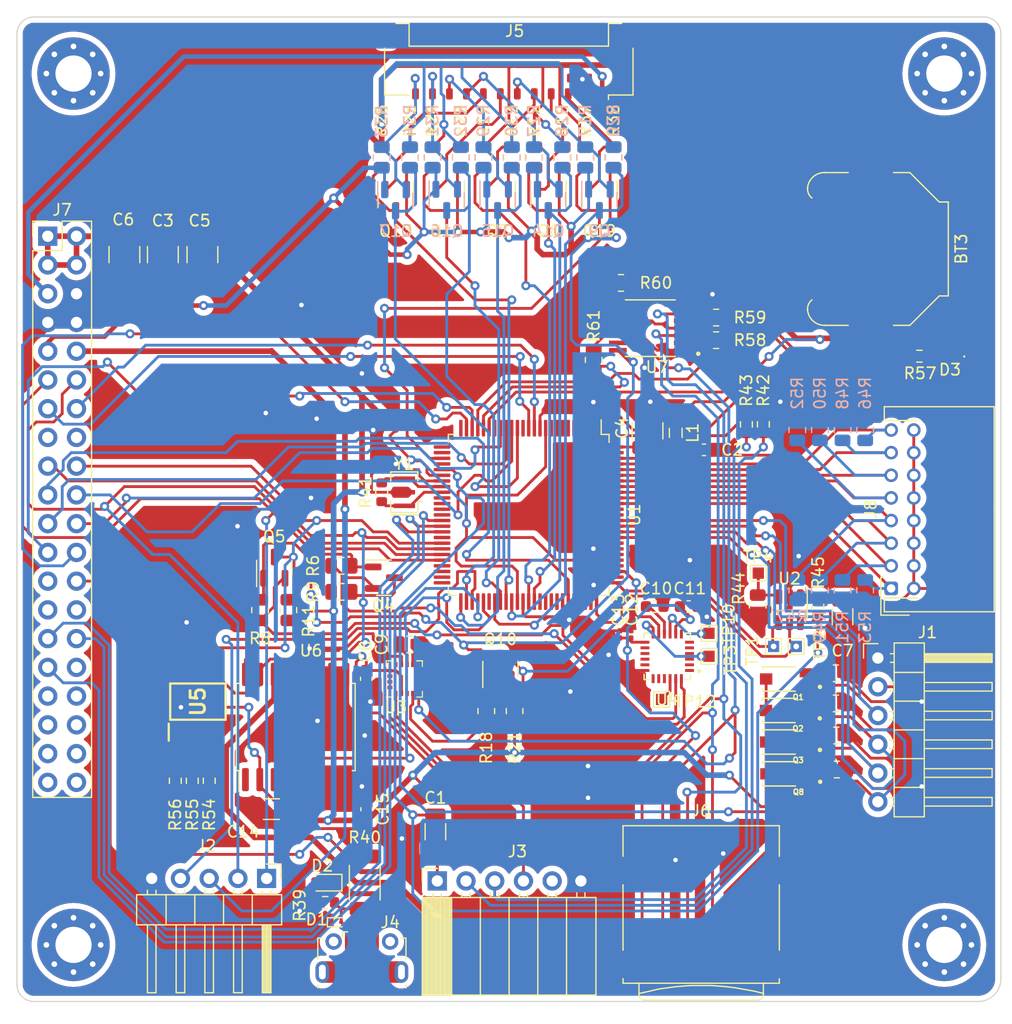
<source format=kicad_pcb>
(kicad_pcb (version 20211014) (generator pcbnew)
  (layers (0 "F.Cu" signal) (31 "B.Cu" signal) (34 "B.Paste" user) (35 "F.Paste" user) (36 "B.SilkS" user "B.Silkscreen") (37 "F.SilkS" user "F.Silkscreen") (38 "B.Mask" user) (39 "F.Mask" user) (44 "Edge.Cuts" user))
  (net 0 "")
  (net 1 "RESET")
  (net 2 "Net-(C1-Pad2)")
  (net 3 "GND")
  (net 4 "/2560/AREF")
  (net 5 "+5V")
  (net 6 "Net-(C4-Pad2)")
  (net 7 "+3.3V")
  (net 8 "Net-(C9-Pad1)")
  (net 9 "ACS_X_SP")
  (net 10 "Net-(D1-Pad2)")
  (net 11 "Net-(D2-Pad2)")
  (net 12 "MISO_3.3V")
  (net 13 "MOSI_3.3V")
  (net 14 "SCK_3.3V")
  (net 15 "TX_GPS")
  (net 16 "RX_GPS")
  (net 17 "RESET_GPS")
  (net 18 "TX0")
  (net 19 "RX0")
  (net 23 "EXT_PWR")
  (net 24 "CS_SD")
  (net 25 "ON{slash}OFF_iridium")
  (net 26 "EXT")
  (net 27 "3.3V_LOGIC")
  (net 28 "/2560/TX2")
  (net 29 "/2560/RX2")
  (net 30 "FC_TX3")
  (net 31 "FC_RX3")
  (net 32 "SCL")
  (net 33 "SDA")
  (net 34 "/2560/PH3")
  (net 35 "/2560/PH4")
  (net 36 "/2560/PH5")
  (net 37 "/2560/PH6")
  (net 38 "/2560/PB4")
  (net 39 "/2560/PB5")
  (net 40 "/conn/5V_COIL")
  (net 41 "/conn/3.3V_PAYLOAD")
  (net 42 "/conn/5V_PAYLOAD")
  (net 43 "DF_S_TX")
  (net 44 "DF_S_RX")
  (net 45 "PC4")
  (net 46 "PC5")
  (net 47 "DF_DSR")
  (net 48 "DF_CTS")
  (net 49 "DF_RI")
  (net 50 "DF_RTS")
  (net 51 "DF_DTR")
  (net 52 "NET_AVAILABLE")
  (net 53 "PC6")
  (net 55 "MISO_5V")
  (net 56 "MOSI_5V")
  (net 57 "SCK_5V")
  (net 58 "/GYRO/SDA")
  (net 59 "ACS_Y_SP")
  (net 60 "/GYRO/SCL")
  (net 61 "ACS_Z_SP")
  (net 62 "/GYRO/INT")
  (net 63 "/2560/PA4")
  (net 64 "/MAG/CS")
  (net 65 "/2560/PA0")
  (net 66 "/MAG/INT")
  (net 67 "/2560/PA1")
  (net 68 "/2560/PL0")
  (net 69 "PC7")
  (net 70 "PG0")
  (net 71 "PG1")
  (net 72 "PG2")
  (net 73 "/2560/ADCO")
  (net 74 "/2560/ADC4")
  (net 75 "/2560/ADC1")
  (net 76 "/2560/ADC5")
  (net 77 "/2560/ADC2")
  (net 78 "/2560/ADC6")
  (net 79 "/2560/ADC3")
  (net 80 "/2560/ADC7")
  (net 81 "DONE")
  (net 82 "WAKE")
  (net 83 "/2560/PG5")
  (net 90 "/2560/PH2")
  (net 92 "/2560/PB6")
  (net 93 "/2560/PB7")
  (net 94 "/2560/PH7")
  (net 95 "/2560/PG4")
  (net 96 "/2560/PL1")
  (net 97 "/2560/PL2")
  (net 98 "/2560/PL3")
  (net 99 "/2560/PL7")
  (net 104 "/conn/P_solar")
  (net 105 "/2560/PC3")
  (net 106 "Net-(R41-Pad1)")
  (net 113 "/2560/ADC15")
  (net 114 "/2560/ADC14")
  (net 115 "S1")
  (net 116 "S4")
  (net 117 "S3")
  (net 118 "S2")
  (net 119 "/2560/ADC9")
  (net 120 "/2560/ADC8")
  (net 127 "/GYRO/SDO")
  (net 128 "/GYRO/NCS")
  (net 129 "Net-(C10-Pad1)")
  (net 130 "Net-(R42-Pad1)")
  (net 132 "rst_ds")
  (net 133 "/2560/PA7")
  (net 134 "/2560/PA6")
  (net 140 "/2560/PA5")
  (net 141 "DF_DCD")
  (net 142 "Net-(J5-Pad3)")
  (net 143 "Net-(R44-Pad1)")
  (net 144 "/conn/FC_TX3")
  (net 145 "/conn/FC_RX3")
  (net 146 "Net-(R43-Pad1)")
  (net 147 "Net-(R41-Pad2)")
  (net 148 "Net-(BT3-Pad2)")
  (net 149 "Net-(R54-Pad2)")
  (net 150 "Net-(R55-Pad2)")
  (net 151 "Net-(R56-Pad2)")
  (net 152 "Net-(D3-Pad2)")
  (net 155 "CS_SD_3.3")
  (net 156 "Net-(R58-Pad1)")
  (net 157 "Net-(R59-Pad1)")
  (net 158 "Net-(R60-Pad1)")
  (net 159 "Net-(R61-Pad1)")
  (footprint "Resistor_SMD:R_0805_2012Metric" (layer "F.Cu") (at 198.25 61.9125 -90)
    (fp_text reference "R15")
    (fp_text value "100K" hide)
  )
  (footprint "TestPoint:TestPoint_Pad_1.0x1.0mm" (layer "F.Cu") (at 218.196638 105.994476)
    (fp_text reference "TP3")
    (fp_text value "TP_smt_1x1" hide)
  )
  (footprint "TestPoint:TestPoint_Pad_1.0x1.0mm" (layer "F.Cu") (at 218.191114 103.966384)
    (fp_text reference "TP10")
    (fp_text value "TP_smt_1x1" hide)
  )
  (footprint "Package_TO_SOT_SMD:SOT-23" (layer "F.Cu") (at 189.4375 99.05)
    (fp_text reference "Q4")
    (fp_text value "BSS138" hide)
  )
  (footprint "Capacitor_SMD:C_1206_3216Metric" (layer "F.Cu") (at 230 102.5 90)
    (fp_text reference "C7")
    (fp_text value "0.1uF" hide)
  )
  (footprint "Capacitor_SMD:C_0201_0603Metric" (layer "F.Cu") (at 210.31429 104.059904 90)
    (fp_text reference "C13")
    (fp_text value "2.2uF" hide)
  )
  (footprint "Capacitor_SMD:C_1210_3225Metric" (layer "F.Cu") (at 173.4 70.5 90)
    (fp_text reference "C5")
    (fp_text value "100nF" hide)
  )
  (footprint "Crystal:Resonator_SMD_Murata_CSTxExxV-3Pin_3.0x1.1mm" (layer "F.Cu") (at 191.25 91.5 90)
    (fp_text reference "Y1")
    (fp_text value "16Mhz" hide)
  )
  (footprint "Resistor_SMD:R_0805_2012Metric" (layer "F.Cu") (at 218.820393 76.062101)
    (fp_text reference "R59")
    (fp_text value "3.3K" hide)
  )
  (footprint "Resistor_SMD:R_0805_2012Metric" (layer "F.Cu") (at 193.75 61.9125 -90)
    (fp_text reference "R24")
    (fp_text value "100K" hide)
  )
  (footprint "Package_TO_SOT_SMD:SOT-23" (layer "F.Cu") (at 179.75 98.1625 90)
    (fp_text reference "Q5")
    (fp_text value "BSS138" hide)
  )
  (footprint "Resistor_SMD:R_0805_2012Metric" (layer "F.Cu") (at 207.25 61.9125 -90)
    (fp_text reference "R37")
    (fp_text value "10k" hide)
  )
  (footprint "Package_LGA:LGA-16_3x3mm_P0.5mm" (layer "F.Cu") (at 191.25 108 90)
    (fp_text reference "U3")
    (fp_text value "MMC5983MA" hide)
  )
  (footprint "LED_SMD:LED_0603_1608Metric" (layer "F.Cu") (at 184.25 126 180)
    (fp_text reference "D2")
    (fp_text value "LED_smd" hide)
  )
  (footprint "Connector_Card:microSD_HC_Wuerth_693072010801" (layer "F.Cu") (at 217.5 129.0775 180)
    (fp_text reference "J6")
    (fp_text value "Micro_SD_Card" hide)
  )
  (footprint "Capacitor_SMD:C_0603_1608Metric" (layer "F.Cu") (at 216.394118 101.601081)
    (fp_text reference "C11")
    (fp_text value "10nF" hide)
  )
  (footprint "Package_TO_SOT_SMD:SOT-23" (layer "F.Cu") (at 204 65.6625 -90)
    (fp_text reference "Q6")
    (fp_text value "BSS138" hide)
  )
  (footprint "Capacitor_SMD:C_0805_2012Metric" (layer "F.Cu") (at 191.740269 104.947196)
    (fp_text reference "C9")
    (fp_text value "10uF" hide)
  )
  (footprint "Connector_PinHeader_2.54mm:PinHeader_1x06_P2.54mm_Horizontal" (layer "F.Cu") (at 233.125 106.15)
    (fp_text reference "J1")
    (fp_text value "Conn_01x06_Male")
  )
  (footprint "Resistor_SMD:R_0603_1608Metric" (layer "F.Cu") (at 223 85.5 -90)
    (fp_text reference "R42")
    (fp_text value "1K" hide)
  )
  (footprint "Package_TO_SOT_SMD:SOT-23" (layer "F.Cu") (at 199.5 65.6625 -90)
    (fp_text reference "Q7")
    (fp_text value "BSS138" hide)
  )
  (footprint "Resistor_SMD:R_0805_2012Metric" (layer "F.Cu") (at 222.5 101.5 -90)
    (fp_text reference "R44")
    (fp_text value "8.87K" hide)
  )
  (footprint "Resistor_SMD:R_0805_2012Metric" (layer "F.Cu") (at 200.75 61.9125 90)
    (fp_text reference "R13")
    (fp_text value "100K" hide)
  )
  (footprint "Package_TO_SOT_SMD:SOT-23" (layer "F.Cu") (at 195 65.6625 -90)
    (fp_text reference "Q12")
    (fp_text value "BSS138" hide)
  )
  (footprint "Package_QFP:TQFP-100_14x14mm_P0.5mm" (layer "F.Cu") (at 202.25 93.5 -90)
    (fp_text reference "U1")
    (fp_text value "ATmega2560-16A" hide)
  )
  (footprint "temt6000:TRANS_TEMT6000X01" (layer "F.Cu") (at 224.986557 110.779792 180)
    (fp_text reference "Q2")
    (fp_text value "TEMT6000X01")
  )
  (footprint "Resistor_SMD:R_2010_5025Metric" (layer "F.Cu") (at 187.75 126 90)
    (fp_text reference "R40")
    (fp_text value "10m" hide)
  )
  (footprint "Package_TO_SOT_SMD:SOT-23" (layer "F.Cu") (at 190.5 65.6625 -90)
    (fp_text reference "Q13")
    (fp_text value "BSS138" hide)
  )
  (footprint "Capacitor_SMD:C_1210_3225Metric" (layer "F.Cu") (at 169.9 70.5 90)
    (fp_text reference "C3")
    (fp_text value "100nF" hide)
  )
  (footprint "Resistor_SMD:R_0805_2012Metric" (layer "F.Cu") (at 202.75 61.9125 -90)
    (fp_text reference "R12")
    (fp_text value "100K" hide)
  )
  (footprint "74LVC125APW:SOP65P640X120-14N" (layer "F.Cu") (at 213 77 180)
    (fp_text reference "U7")
    (fp_text value "SN74LVC125APWT")
  )
  (footprint "ICM-20689:QFN50P400X400X95-24N" (layer "F.Cu") (at 214.5 106 180)
    (fp_text reference "U4")
    (fp_text value "ICM-20689")
  )
  (footprint "Resistor_SMD:R_0603_1608Metric" (layer "F.Cu") (at 236.797453 79.473296 180)
    (fp_text reference "R57")
    (fp_text value "220uF" hide)
  )
  (footprint "Connector_PinSocket_2.54mm:PinSocket_1x06_P2.54mm_Horizontal" (layer "F.Cu") (at 194.165 125.85 90)
    (fp_text reference "J3")
    (fp_text value "Conn_01x06_Female" hide)
  )
  (footprint "Diode_SMD:D_SOD-923" (layer "F.Cu") (at 185.25 129.5)
    (fp_text reference "D1")
    (fp_text value "ESD9B5.0ST5G" hide)
  )
  (footprint "Resistor_SMD:R_0603_1608Metric" (layer "F.Cu") (at 174 117 90)
    (fp_text reference "R54")
    (fp_text value "4.7K" hide)
  )
  (footprint "Package_TO_SOT_SMD:SOT-23" (layer "F.Cu") (at 208.5 65.6625 -90)
    (fp_text reference "Q19")
    (fp_text value "BSS138" hide)
  )
  (footprint "Package_TO_SOT_SMD:SOT-23-6" (layer "F.Cu") (at 225.319279 101.878143 -90)
    (fp_text reference "U2")
    (fp_text value "TPL5010" hide)
  )
  (footprint "AT24C32D:SOIC127P600X175-8N" (layer "F.Cu") (at 173 110 90)
    (fp_text reference "U5")
    (fp_text value "AT24C32D-SSHM-B" hide)
  )
  (footprint "Resistor_SMD:R_0603_1608Metric" (layer "F.Cu") (at 221.5 85.5 -90)
    (fp_text reference "R43")
    (fp_text value "1K" hide)
  )
  (footprint "Resistor_SMD:R_0805_2012Metric" (layer "F.Cu") (at 201 110.8375 90)
    (fp_text reference "R21")
    (fp_text value "10k" hide)
  )
  (footprint "Resistor_SMD:R_0805_2012Metric" (layer "F.Cu") (at 229.4125 107.5)
    (fp_text reference "R1" hide)
    (fp_text value "10K" hide)
  )
  (footprint "Connector_PinHeader_2.54mm:PinHeader_1x05_P2.54mm_Horizontal" (layer "F.Cu") (at 179.075 125.625 -90)
    (fp_text reference "J2")
    (fp_text value "Conn_01x05_Male" hide)
  )
  (footprint "Capacitor_SMD:C_1210_3225Metric" (layer "F.Cu") (at 166.5 70.5 90)
    (fp_text reference "C6")
    (fp_text value "100nF" hide)
  )
  (footprint "Resistor_SMD:R_0805_2012Metric" (layer "F.Cu") (at 196.25 61.9125 90)
    (fp_text reference "R23")
    (fp_text value "100K" hide)
  )
  (footprint "MountingHole:MountingHole_3.2mm_M3_Pad_Via" (layer "F.Cu") (at 162 54.5)
    (fp_text reference "H3" hide)
    (fp_text value "MountingHole" hide)
  )
  (footprint "Connector_Molex:Molex_Pico-Lock_504050-1291_1x12-1MP_P1.50mm_Horizontal" (layer "F.Cu") (at 200.49 53.5 180)
    (fp_text reference "J5")
    (fp_text value "Conn_01x12_Male" hide)
  )
  (footprint "Resistor_SMD:R_0805_2012Metric" (layer "F.Cu") (at 185.6875 100.3)
    (fp_text reference "R9")
    (fp_text value "10k" hide)
  )
  (footprint "Resistor_SMD:R_0603_1608Metric" (layer "F.Cu") (at 184.25 127.75)
    (fp_text reference "R39")
    (fp_text value "330" hide)
  )
  (footprint "Resistor_SMD:R_0805_2012Metric" (layer "F.Cu") (at 191.75 61.9125 90)
    (fp_text reference "R25")
    (fp_text value "100K" hide)
  )
  (footprint "Connector_PinHeader_2.54mm:PinHeader_2x20_P2.54mm_Vertical" (layer "F.Cu") (at 159.725 68.875)
    (fp_text reference "J7")
    (fp_text value "Conn_02x20_Odd_Even" hide)
  )
  (footprint "Capacitor_SMD:C_0603_1608Metric" (layer "F.Cu") (at 217.75 87.75 180)
    (fp_text reference "C2")
    (fp_text value "100nF" hide)
  )
  (footprint "Resistor_SMD:R_0805_2012Metric" (layer "F.Cu") (at 218.820393 78.062101)
    (fp_text reference "R58")
    (fp_text value "3.3K" hide)
  )
  (footprint "Inductor_SMD:L_0805_2012Metric" (layer "F.Cu") (at 215.25 86.25 90)
    (fp_text reference "L1")
    (fp_text value "10uH" hide)
  )
  (footprint "Capacitor_SMD:C_0603_1608Metric" (layer "F.Cu") (at 187.920249 119.513351 -90)
    (fp_text reference "C15")
    (fp_text value "1uF" hide)
  )
  (footprint "temt6000:TRANS_TEMT6000X01" (layer "F.Cu") (at 225.024579 116.382787 180)
    (fp_text reference "Q8")
    (fp_text value "TEMT6000X01")
  )
  (footprint "MountingHole:MountingHole_3.2mm_M3_Pad_Via" (layer "F.Cu") (at 162 131.5)
    (fp_text reference "H1" hide)
    (fp_text value "MountingHole" hide)
  )
  (footprint "Package_SO:SOIC-16W_7.5x10.3mm_P1.27mm" (layer "F.Cu") (at 181.645015 112.244818 90)
    (fp_text reference "U6")
    (fp_text value "DS3231M" hide)
  )
  (footprint "TestPoint:TestPoint_THTPad_1.0x1.0mm_Drill0.5mm" (layer "F.Cu") (at 223.902995 105.123648 180)
    (fp_text reference "TP1")
    (fp_text value "TP_1x1" hide)
  )
  (footprint "Capacitor_SMD:C_1210_3225Metric" (layer "F.Cu") (at 212.756222 86.07131 -90)
    (fp_text reference "C4")
    (fp_text value "100nF" hide)
  )
  (footprint "TestPoint:TestPoint_THTPad_1.0x1.0mm_Drill0.5mm" (layer "F.Cu") (at 225.902995 105.123648 180)
    (fp_text reference "TP2")
    (fp_text value "TP_1x1" hide)
  )
  (footprint "Resistor_SMD:R_0805_2012Metric" (layer "F.Cu") (at 229.44959 112.995906)
    (fp_text reference "R3" hide)
    (fp_text value "10K" hide)
  )
  (footprint "Resistor_SMD:R_0805_2012Metric" (layer "F.Cu") (at 209.75 61.9125 90)
    (fp_text reference "R38")
    (fp_text value "10K" hide)
  )
  (footprint "Resistor_SMD:R_0603_1608Metric" (layer "F.Cu") (at 189.25 91.5 90)
    (fp_text reference "R41")
    (fp_text value "1M" hide)
  )
  (footprint "Capacitor_SMD:C_0603_1608Metric" (layer "F.Cu") (at 213.394118 101.601081)
    (fp_text reference "C10")
    (fp_text value "0.47uF" hide)
  )
  (footprint "Resistor_SMD:R_0805_2012Metric" (layer "F.Cu") (at 229.416716 110.161309)
    (fp_text reference "R2" hide)
    (fp_text value "10K" hide)
  )
  (footprint "Capacitor_SMD:C_1206_3216Metric" (layer "F.Cu") (at 179.5 119.5)
    (fp_text reference "C14")
    (fp_text value "0.1uF" hide)
  )
  (footprint "Connector_USB:USB_Micro-B_Molex-105017-0001" (layer "F.Cu") (at 187.5 132.66)
    (fp_text reference "J4")
    (fp_text value "USB_B" hide)
  )
  (footprint "Resistor_SMD:R_0805_2012Metric" (layer "F.Cu") (at 205.25 61.9125 90)
    (fp_text reference "R10")
    (fp_text value "100K" hide)
  )
  (footprint "Resistor_SMD:R_0805_2012Metric" (layer "F.Cu") (at 185.6875 98 180)
    (fp_text reference "R6")
    (fp_text value "10K" hide)
  )
  (footprint "Resistor_SMD:R_0805_2012Metric" (layer "F.Cu") (at 207.998807 79.808396 -90)
    (fp_text reference "R61")
    (fp_text value "3.3K" hide)
  )
  (footprint "Capacitor_SMD:C_1206_3216Metric" (layer "F.Cu") (at 194 121.5 -90)
    (fp_text reference "C1")
    (fp_text value "0.1uF" hide)
  )
  (footprint "MountingHole:MountingHole_3.2mm_M3_Pad_Via" (layer "F.Cu") (at 239 131.5)
    (fp_text reference "H4" hide)
    (fp_text value "MountingHole" hide)
  )
  (footprint "TestPoint:TestPoint_Pad_1.0x1.0mm" (layer "F.Cu") (at 214 109.809003)
    (fp_text reference "TP12")
    (fp_text value "TP_smt_1x1" hide)
  )
  (footprint "Resistor_SMD:R_0603_1608Metric" (layer "F.Cu") (at 227.819279 101.628143 90)
    (fp_text reference "R45")
    (fp_text value "10K" hide)
  )
  (footprint "Capacitor_SMD:C_0201_0603Metric" (layer "F.Cu") (at 211.31429 104.059904 90)
    (fp_text reference "C12")
    (fp_text value "2.2uF" hide)
  )
  (footprint "Battery:BatteryHolder_Keystone_3000_1x12mm" (layer "F.Cu") (at 232.5 70 -90)
    (fp_text reference "BT3")
    (fp_text value "Battery_Cell" hide)
  )
  (footprint "Resistor_SMD:R_0805_2012Metric" (layer "F.Cu") (at 229.5 116)
    (fp_text reference "R4" hide)
    (fp_text value "10K" hide)
  )
  (footprint "Resistor_SMD:R_0805_2012Metric" (layer "F.Cu") (at 189.25 61.9125 -90)
    (fp_text reference "R26")
    (fp_text value "100K" hide)
  )
  (footprint "Capacitor_SMD:C_0603_1608Metric" (layer "F.Cu") (at 187.892011 107.986391 -90)
    (fp_text reference "C8")
    (fp_text value "1uF" hide)
  )
  (footprint "temt6000:TRANS_TEMT6000X01" (layer "F.Cu") (at 225.001895 113.569948 180)
    (fp_text reference "Q3")
    (fp_text value "TEMT6000X01")
  )
  (footprint "Resistor_SMD:R_0805_2012Metric" (layer "F.Cu") (at 181 101.9125 90)
    (fp_text reference "R11")
    (fp_text value "10k" hide)
  )
  (footprint "Resistor_SMD:R_0805_2012Metric" (layer "F.Cu") (at 198.5 110.8375 -90)
    (fp_text reference "R18")
    (fp_text value "10K" hide)
  )
  (footprint "Package_TO_SOT_SMD:SOT-23" (layer "F.Cu") (at 199.75 107.0875 90)
    (fp_text reference "Q10")
    (fp_text value "BSS138" hide)
  )
  (footprint "Resistor_SMD:R_0603_1608Metric" (layer "F.Cu") (at 171 117 90)
    (fp_text reference "R56")
    (fp_text value "4.7K" hide)
  )
  (footprint "Diode_SMD:D_0402_1005Metric_Pad0.77x0.64mm_HandSolder" (layer "F.Cu") (at 239.5 79.5 180)
    (fp_text reference "D3")
    (fp_text value "1N4148" hide)
  )
  (footprint "Resistor_SMD:R_0603_1608Metric" (layer "F.Cu") (at 172.5 117 90)
    (fp_text reference "R55")
    (fp_text value "4.7K" hide)
  )
  (footprint "Connector_JST:JST_PHD_S16B-PHDSS_2x08_P2.00mm_Horizontal" (layer "F.Cu") (at 234.3 100 90)
    (fp_text reference "J8")
    (fp_text value "Conn_01x16_Male" hide)
  )
  (footprint "TestPoint:TestPoint_Pad_1.0x1.0mm" (layer "F.Cu") (at 222.552451 98.647065)
    (fp_text reference "TP4")
    (fp_text value "TP_smt_1x1" hide)
  )
  (footprint "temt6000:TRANS_TEMT6000X01" (layer "F.Cu") (at 225 108 180)
    (fp_text reference "Q1")
    (fp_text value "TEMT6000X01")
  )
  (footprint "Resistor_SMD:R_0805_2012Metric" (layer "F.Cu") (at 210.4125 73)
    (fp_text reference "R60")
    (fp_text value "3.3K" hide)
  )
  (footprint "Resistor_SMD:R_0805_2012Metric" (layer "F.Cu") (at 178.5 101.9125 -90)
    (fp_text reference "R8")
    (fp_text value "10K" hide)
  )
  (footprint "MountingHole:MountingHole_3.2mm_M3_Pad_Via" (layer "F.Cu") (at 239 54.5)
    (fp_text reference "H2" hide)
    (fp_text value "MountingHole" hide)
  )
  (footprint "Resistor_SMD:R_0805_2012Metric" (layer "B.Cu") (at 200.75 61.9125 -90)
    (fp_text reference "R30")
    (fp_text value "100K" hide)
  )
  (footprint "Resistor_SMD:R_0805_2012Metric" (layer "B.Cu") (at 202.70625 61.9125 90)
    (fp_text reference "R27")
    (fp_text value "100K" hide)
  )
  (footprint "Resistor_SMD:R_0805_2012Metric" (layer "B.Cu") (at 230 100.1625 90)
    (fp_text reference "R51")
    (fp_text value "10K" hide)
  )
  (footprint "Resistor_SMD:R_0805_2012Metric" (layer "B.Cu") (at 209.75 61.9125 -90)
    (fp_text reference "R20")
    (fp_text value "100K" hide)
  )
  (footprint "Resistor_SMD:R_0805_2012Metric" (layer "B.Cu") (at 189.25 61.9125 90)
    (fp_text reference "R33")
    (fp_text value "100K" hide)
  )
  (footprint "Package_TO_SOT_SMD:SOT-23" (layer "B.Cu") (at 203.95625 65.6625 -90)
    (fp_text reference "Q14")
    (fp_text value "BSS138" hide)
  )
  (footprint "Package_TO_SOT_SMD:SOT-23" (layer "B.Cu") (at 199.5 65.6625 -90)
    (fp_text reference "Q15")
    (fp_text value "BSS138" hide)
  )
  (footprint "Resistor_SMD:R_0805_2012Metric" (layer "B.Cu") (at 226 86 -90)
    (fp_text reference "R52")
    (fp_text value "10K" hide)
  )
  (footprint "Resistor_SMD:R_0805_2012Metric" (layer "B.Cu") (at 226 100.1625 90)
    (fp_text reference "R47")
    (fp_text value "10K" hide)
  )
  (footprint "Resistor_SMD:R_0805_2012Metric" (layer "B.Cu") (at 230 86 -90)
    (fp_text reference "R48")
    (fp_text value "10K" hide)
  )
  (footprint "Resistor_SMD:R_0805_2012Metric" (layer "B.Cu") (at 191.75 61.9125 -90)
    (fp_text reference "R34")
    (fp_text value "100K" hide)
  )
  (footprint "Resistor_SMD:R_0805_2012Metric" (layer "B.Cu") (at 228 100.1625 90)
    (fp_text reference "R49")
    (fp_text value "10K" hide)
  )
  (footprint "Resistor_SMD:R_0805_2012Metric" (layer "B.Cu") (at 196.25 61.9125 -90)
    (fp_text reference "R32")
    (fp_text value "100K" hide)
  )
  (footprint "Package_TO_SOT_SMD:SOT-23" (layer "B.Cu") (at 208.5 65.6625 -90)
    (fp_text reference "Q9")
    (fp_text value "BSS138" hide)
  )
  (footprint "Resistor_SMD:R_0805_2012Metric" (layer "B.Cu") (at 198.25 61.9125 90)
    (fp_text reference "R29")
    (fp_text value "100K" hide)
  )
  (footprint "Resistor_SMD:R_0805_2012Metric" (layer "B.Cu") (at 193.75 61.9125 90)
    (fp_text reference "R31")
    (fp_text value "100K" hide)
  )
  (footprint "Package_TO_SOT_SMD:SOT-23" (layer "B.Cu") (at 190.45 65.725 -90)
    (fp_text reference "Q17")
    (fp_text value "BSS138" hide)
  )
  (footprint "Resistor_SMD:R_0805_2012Metric" (layer "B.Cu") (at 205.20625 61.9125 -90)
    (fp_text reference "R28")
    (fp_text value "100K" hide)
  )
  (footprint "Resistor_SMD:R_0805_2012Metric" (layer "B.Cu") (at 228 86 -90)
    (fp_text reference "R50")
    (fp_text value "10K" hide)
  )
  (footprint "Package_TO_SOT_SMD:SOT-23" (layer "B.Cu") (at 195 65.6625 -90)
    (fp_text reference "Q16")
    (fp_text value "BSS138" hide)
  )
  (footprint "Resistor_SMD:R_0805_2012Metric" (layer "B.Cu") (at 232 86 -90)
    (fp_text reference "R46")
    (fp_text value "10K" hide)
  )
  (footprint "Resistor_SMD:R_0805_2012Metric" (layer "B.Cu") (at 207.25 61.9125 90)
    (fp_text reference "R17")
    (fp_text value "100K" hide)
  )
  (footprint "Resistor_SMD:R_0805_2012Metric" (layer "B.Cu") (at 232 100.1625 90)
    (fp_text reference "R53")
    (fp_text value "10K" hide)
  )
  (gr_arc (start 244 134.5) (mid 243.414214 135.914214) (end 242 136.5) (layer "Edge.Cuts") (width 0.1))
  (gr_line (start 157 135) (end 157 51) (layer "Edge.Cuts") (width 0.1))
  (gr_line (start 244 51) (end 244 134.5) (layer "Edge.Cuts") (width 0.1))
  (gr_arc (start 157 51) (mid 157.43934 49.93934) (end 158.5 49.5) (layer "Edge.Cuts") (width 0.1))
  (gr_arc (start 158.5 136.5) (mid 157.43934 136.06066) (end 157 135) (layer "Edge.Cuts") (width 0.1))
  (gr_arc (start 242.5 49.5) (mid 243.56066 49.93934) (end 244 51) (layer "Edge.Cuts") (width 0.1))
  (gr_line (start 242 136.5) (end 158.5 136.5) (layer "Edge.Cuts") (width 0.1))
  (gr_line (start 158.5 49.5) (end 242.5 49.5) (layer "Edge.Cuts") (width 0.1))
  (segment (start 227.819279 102.453143) (end 227.819279 105.680721) (width 0.25) (layer "F.Cu") (net 1))
  (segment (start 194 120.025) (end 192.025 120.025) (width 0.25) (layer "F.Cu") (net 1))
  (segment (start 226.269279 103.015643) (end 227.256779 103.015643) (width 0.25) (layer "F.Cu") (net 1))
  (segment (start 194.5875 89.5) (end 195.5 89.5) (width 0.25) (layer "F.Cu") (net 1))
  (segment (start 196 90) (end 196 90.052765) (width 0.25) (layer "F.Cu") (net 1))
  (segment (start 227.256779 103.015643) (end 227.819279 102.453143) (width 0.25) (layer "F.Cu") (net 1))
  (segment (start 196 90.052765) (end 195.941511 90.111254) (width 0.25) (layer "F.Cu") (net 1))
  (segment (start 195.5 89.5) (end 196 90) (width 0.25) (layer "F.Cu") (net 1))
  (via (at 192 120) (size 0.8) (drill 0.4) (layers "F.Cu" "B.Cu") (net 1))
  (via (at 227.819279 105.680721) (size 0.8) (drill 0.4) (layers "F.Cu" "B.Cu") (net 1))
  (via (at 195.941511 90.111254) (size 0.8) (drill 0.4) (layers "F.Cu" "B.Cu") (net 1))
  (segment (start 190.431802 118.431802) (end 192 120) (width 0.25) (layer "B.Cu") (net 1))
  (segment (start 222.5 122) (end 222.5 123.186396) (width 0.25) (layer "B.Cu") (net 1))
  (segment (start 222.5 123.186396) (end 217.186396 128.5) (width 0.25) (layer "B.Cu") (net 1))
  (segment (start 190.431802 104.068198) (end 190.431802 104.431802) (width 0.25) (layer "B.Cu") (net 1))
  (segment (start 217.186396 128.5) (end 193.5 128.5) (width 0.25) (layer "B.Cu") (net 1))
  (segment (start 190.431802 102.068198) (end 190.431802 104.068198) (width 0.25) (layer "B.Cu") (net 1))
  (segment (start 197 92) (end 198 92) (width 0.25) (layer "B.Cu") (net 1))
  (segment (start 222.5 111) (end 222.5 122) (width 0.25) (layer "B.Cu") (net 1))
  (segment (start 190.431802 104.068198) (end 190.431802 118.431802) (width 0.25) (layer "B.Cu") (net 1))
  (segment (start 192 127) (end 192 120) (width 0.25) (layer "B.Cu") (net 1))
  (segment (start 198 92) (end 198.25 92.25) (width 0.25) (layer "B.Cu") (net 1))
  (segment (start 193.5 128.5) (end 192 127) (width 0.25) (layer "B.Cu") (net 1))
  (segment (start 195.941511 90.941511) (end 197 92) (width 0.25) (layer "B.Cu") (net 1))
  (segment (start 198.25 94.25) (end 190.431802 102.068198) (width 0.25) (layer "B.Cu") (net 1))
  (segment (start 198.25 92.25) (end 198.25 94.25) (width 0.25) (layer "B.Cu") (net 1))
  (segment (start 195.941511 90.111254) (end 195.941511 90.941511) (width 0.25) (layer "B.Cu") (net 1))
  (segment (start 227.819279 105.680721) (end 222.5 111) (width 0.25) (layer "B.Cu") (net 1))
  (segment (start 194.165 123.14) (end 194 122.975) (width 0.25) (layer "F.Cu") (net 2))
  (segment (start 194.165 125.85) (end 194.165 123.14) (width 0.25) (layer "F.Cu") (net 2))
  (segment (start 237 117.5) (end 236.825 117.675) (width 0.25) (layer "F.Cu") (net 3))
  (segment (start 230.499205 112.995906) (end 232.503299 115) (width 0.25) (layer "F.Cu") (net 3))
  (segment (start 232.667907 112.5) (end 237 112.5) (width 0.25) (layer "F.Cu") (net 3))
  (segment (start 218.525 87.75) (end 219 88.225) (width 0.25) (layer "F.Cu") (net 3))
  (segment (start 237 112.5) (end 237 115) (width 0.25) (layer "F.Cu") (net 3))
  (segment (start 213 74.5) (end 211.85 75.65) (width 0.25) (layer "F.Cu") (net 3))
  (segment (start 201.75 101.1625) (end 201.75 102.25) (width 0.25) (layer "F.Cu") (net 3))
  (segment (start 236.825 117.675) (end 232.675 117.675) (width 0.25) (layer "F.Cu") (net 3))
  (segment (start 204 102.5) (end 205.561643 102.5) (width 0.25) (layer "F.Cu") (net 3))
  (segment (start 212 102.5) (end 211.31429 103.18571) (width 0.25) (layer "F.Cu") (net 3))
  (segment (start 181.010015 107.594818) (end 186.090015 107.594818) (width 0.25) (layer "F.Cu") (net 3))
  (segment (start 217.169118 101.601081) (end 217.169118 101.669118) (width 0.25) (layer "F.Cu") (net 3))
  (segment (start 211.3 78.3) (end 212.5 79.5) (width 0.25) (layer "F.Cu") (net 3))
  (segment (start 213.75 103.25) (end 213 102.5) (width 0.25) (layer "F.Cu") (net 3))
  (segment (start 209.760096 103.739904) (end 209.760096 104.239904) (width 0.25) (layer "F.Cu") (net 3))
  (segment (start 211.31429 103.739904) (end 210.31429 103.739904) (width 0.25) (layer "F.Cu") (net 3))
  (segment (start 230.325 107.793604) (end 232.531396 110) (width 0.25) (layer "F.Cu") (net 3))
  (segment (start 203.25 84.75) (end 204.25 83.75) (width 0.25) (layer "F.Cu") (net 3))
  (segment (start 203.25 85.8375) (end 203.25 84.75) (width 0.25) (layer "F.Cu") (net 3))
  (segment (start 201.75 102.25) (end 202 102.5) (width 0.25) (layer "F.Cu") (net 3))
  (segment (start 209 88) (end 209.9125 88) (width 0.25) (layer "F.Cu") (net 3))
  (segment (start 190 106) (end 188.5 104.5) (width 0.25) (layer "F.Cu") (net 3))
  (segment (start 205.561643 102.5) (end 205.832403 102.77076) (width 0.25) (layer "F.Cu") (net 3))
  (segment (start 214.130817 76.630817) (end 214.5 77) (width 0.25) (layer "F.Cu") (net 3))
  (segment (start 188.5 104.5) (end 188.5 104) (width 0.25) (layer "F.Cu") (net 3))
  (segment (start 213.137595 76.35) (end 213.418412 76.630817) (width 0.25) (layer "F.Cu") (net 3))
  (segment (start 224.275 88.225) (end 224.5 88) (width 0.25) (layer "F.Cu") (net 3))
  (segment (start 179.75 121.225) (end 190.157727 121.225) (width 0.25) (layer "F.Cu") (net 3))
  (segment (start 211.85 75.65) (end 211.85 76.35) (width 0.25) (layer "F.Cu") (net 3))
  (segment (start 192.525 89.525) (end 192.525 89.975) (width 0.25) (layer "F.Cu") (net 3))
  (segment (start 215.87 75.05) (end 215.32 74.5) (width 0.25) (layer "F.Cu") (net 3))
  (segment (start 192 106.725) (end 192 105.826394) (width 0.25) (layer "F.Cu") (net 3))
  (segment (start 184 124.5) (end 183 124.5) (width 0.25) (layer "F.Cu") (net 3))
  (segment (start 184.83 129.5) (end 183 129.5) (width 0.25) (layer "F.Cu") (net 3))
  (segment (start 217.169118 101.669118) (end 218 102.5) (width 0.25) (layer "F.Cu") (net 3))
  (segment (start 214.5 77) (end 215.87 77) (width 0.25) (layer "F.Cu") (net 3))
  (segment (start 188.346657 91.5) (end 188.346657 86.153343) (width 0.25) (layer "F.Cu") (net 3))
  (segment (start 224.5 88) (end 224.5 83.5) (width 0.25) (layer "F.Cu") (net 3))
  (segment (start 231 116) (end 230.4125 116) (width 0.25) (layer "F.Cu") (net 3))
  (segment (start 219 88.225) (end 224.275 88.225) (width 0.25) (layer "F.Cu") (net 3))
  (segment (start 215 100.5) (end 216.068037 100.5) (width 0.25) (layer "F.Cu") (net 3))
  (segment (start 186.064135 105.299469) (end 182.869623 105.299469) (width 0.25) (layer "F.Cu") (net 3))
  (segment (start 232.503299 115) (end 237 115) (width 0.25) (layer "F.Cu") (net 3))
  (segment (start 216.068037 100.5) (end 217.169118 101.601081) (width 0.25) (layer "F.Cu") (net 3))
  (segment (start 193.05 90.5) (end 194.5875 90.5) (width 0.25) (layer "F.Cu") (net 3))
  (segment (start 211.31429 103.18571) (end 211.31429 103.739904) (width 0.25) (layer "F.Cu") (net 3))
  (segment (start 204.579956 83.420044) (end 211.579956 83.420044) (width 0.25) (layer "F.Cu") (net 3))
  (segment (start 187.363604 104) (end 186.064135 105.299469) (width 0.25) (layer "F.Cu") (net 3))
  (segment (start 212.5 79.5) (end 212.5 80.5) (width 0.25) (layer "F.Cu") (net 3))
  (segment (start 188.346657 86.153343) (end 188.5 86) (width 0.25) (layer "F.Cu") (net 3))
  (segment (start 230.325 107.5) (end 230.325 107.793604) (width 0.25) (layer "F.Cu") (net 3))
  (segment (start 230.329216 110.161309) (end 232.667907 112.5) (width 0.25) (layer "F.Cu") (net 3))
  (segment (start 212.35 76.35) (end 213.137595 76.35) (width 0.25) (layer "F.Cu") (net 3))
  (segment (start 232.675 117.675) (end 231 116) (width 0.25) (layer "F.Cu") (net 3))
  (segment (start 191 106.021174) (end 190.978826 106) (width 0.25) (layer "F.Cu") (net 3))
  (segment (start 209.9125 97) (end 208.48156 97) (width 0.25) (layer "F.Cu") (net 3))
  (segment (start 192.525 89.975) (end 193.05 90.5) (width 0.25) (layer "F.Cu") (net 3))
  (segment (start 213.418412 76.630817) (end 214.130817 76.630817) (width 0.25) (layer "F.Cu") (net 3))
  (segment (start 209.760096 104.239904) (end 209 105) (width 0.25) (layer "F.Cu") (net 3))
  (segment (start 192.5 89.5) (end 192.525 89.525) (width 0.25) (layer "F.Cu") (net 3))
  (segment (start 185.0375 126) (end 185.0375 125.5375) (width 0.25) (layer "F.Cu") (net 3))
  (segment (start 211.579956 83.420044) (end 212.920044 83.420044) (width 0.25) (layer "F.Cu") (net 3))
  (segment (start 190.978826 106) (end 190 106) (width 0.25) (layer "F.Cu") (net 3))
  (segment (start 237 110) (end 237 112.5) (width 0.25) (layer "F.Cu") (net 3))
  (segment (start 183 124.5) (end 182 125.5) (width 0.25) (layer "F.Cu") (net 3))
  (segment (start 185.0375 125.5375) (end 184 124.5) (width 0.25) (layer "F.Cu") (net 3))
  (segment (start 211.85 76.35) (end 212.35 76.35) (width 0.25) (layer "F.Cu") (net 3))
  (segment (start 207.967576 96.486016) (end 207.967576 89.032424) (width 0.25) (layer "F.Cu") (net 3))
  (segment (start 237 115) (end 237 117.5) (width 0.25) (layer "F.Cu") (net 3))
  (segment (start 191 106.725) (end 191 106.021174) (width 0.25) (layer "F.Cu") (net 3))
  (segment (start 212.920044 83.420044) (end 213 83.5) (width 0.25) (layer "F.Cu") (net 3))
  (segment (start 186.090015 116.894818) (end 182.280015 116.894818) (width 0.25) (layer "F.Cu") (net 3))
  (segment (start 210.13 76.35) (end 211.85 76.35) (width 0.25) (layer "F.Cu") (net 3))
  (segment (start 209 105) (end 209 105.550923) (width 0.25) (layer "F.Cu") (net 3))
  (segment (start 192 105.826394) (end 192.670808 105.155586) (width 0.25) (layer "F.Cu") (net 3))
  (segment (start 186.5 81) (end 182.152358 76.652358) (width 0.25) (layer "F.Cu") (net 3))
  (segment (start 215.32 74.5) (end 213 74.5) (width 0.25) (layer "F.Cu") (net 3))
  (segment (start 210.31429 103.739904) (end 209.760096 103.739904) (width 0.25) (layer "F.Cu") (net 3))
  (segment (start 188.5 104) (end 187.363604 104) (width 0.25) (layer "F.Cu") (net 3))
  (segment (start 187.5 81) (end 186.5 81) (width 0.25) (layer "F.Cu") (net 3))
  (segment (start 210.13 78.3) (end 211.3 78.3) (width 0.25) (layer "F.Cu") (net 3))
  (segment (start 214.169118 101.330882) (end 215 100.5) (width 0.25) (layer "F.Cu") (net 3))
  (segment (start 215.87 78.95) (end 213.586396 78.95) (width 0.25) (layer "F.Cu") (net 3))
  (segment (start 207.967576 89.032424) (end 209 88) (width 0.25) (layer "F.Cu") (net 3))
  (segment (start 212.53 107.25) (end 210.699077 107.25) (width 0.25) (layer "F.Cu") (net 3))
  (segment (start 230.36209 112.995906) (end 230.499205 112.995906) (width 0.25) (layer "F.Cu") (net 3))
  (segment (start 191.25 91.5) (end 188.346657 91.5) (width 0.25) (layer "F.Cu") (net 3))
  (segment (start 204.25 83.75) (end 204.579956 83.420044) (width 0.25) (layer "F.Cu") (net 3))
  (segment (start 208.48156 97) (end 207.967576 96.486016) (width 0.25) (layer "F.Cu") (net 3))
  (segment (start 209 105.550923) (end 209.318888 105.869811) (width 0.25) (layer "F.Cu") (net 3))
  (segment (start 182.152358 76.652358) (end 182.152358 74.951053) (width 0.25) (layer "F.Cu") (net 3))
  (segment (start 178.025 119.5) (end 179.75 121.225) (width 0.25) (layer "F.Cu") (net 3))
  (segment (start 212.35 77.713604) (end 212.35 76.35) (width 0.25) (layer "F.Cu") (net 3))
  (segment (start 214.169118 101.601081) (end 214.169118 101.330882) (width 0.25) (layer "F.Cu") (net 3))
  (segment (start 213.586396 78.95) (end 212.35 77.713604) (width 0.25) (layer "F.Cu") (net 3))
  (segment (start 187.892011 109.392011) (end 188.25 109.75) (width 0.25) (layer "F.Cu") (net 3))
  (segment (start 202 102.5) (end 204 102.5) (width 0.25) (layer "F.Cu") (net 3))
  (segment (start 182 128.5) (end 183 129.5) (width 0.25) (layer "F.Cu") (net 3))
  (segment (start 190.157727 121.225) (end 191.033358 122.100631) (width 0.25) (layer "F.Cu") (net 3))
  (segment (start 210.699077 107.25) (end 209.318888 105.869811) (width 0.25) (layer "F.Cu") (net 3))
  (segment (start 182 125.5) (end 182 128.5) (width 0.25) (layer "F.Cu") (net 3))
  (segment (start 190.5 89) (end 191 89.5) (width 0.25) (layer "F.Cu") (net 3))
  (segment (start 187.892011 108.761391) (end 187.892011 109.392011) (width 0.25) (layer "F.Cu") (net 3))
  (segment (start 213.75 104.03) (end 213.75 103.25) (width 0.25) (layer "F.Cu") (net 3))
  (segment (start 211.579956 83.420044) (end 212.756222 84.59631) (width 0.25) (layer "F.Cu") (net 3))
  (segment (start 232.531396 110) (end 237 110) (width 0.25) (layer "F.Cu") (net 3))
  (segment (start 213 102.5) (end 212 102.5) (width 0.25) (layer "F.Cu") (net 3))
  (segment (start 191 89.5) (end 192.5 89.5) (width 0.25) (layer "F.Cu") (net 3))
  (segment (start 188.25 109.75) (end 188.25 110) (width 0.25) (layer "F.Cu") (net 3))
  (via (at 207 55) (size 0.8) (drill 0.4) (layers "F.Cu" "B.Cu") (net 3))
  (via (at 218.5 74) (size 0.8) (drill 0.4) (layers "F.Cu" "B.Cu") (net 3))
  (via (at 213 83.5) (size 0.8) (drill 0.4) (layers "F.Cu" "B.Cu") (net 3))
  (via (at 226.120034 97.142739) (size 0.8) (drill 0.4) (layers "F.Cu" "B.Cu") (net 3))
  (via (at 207.491409 115.691208) (size 0.8) (drill 0.4) (layers "F.Cu" "B.Cu") (net 3))
  (via (at 176.5 94.5) (size 0.8) (drill 0.4) (layers "F.Cu" "B.Cu") (net 3))
  (via (at 207.5 118.5) (size 0.8) (drill 0.4) (layers "F.Cu" "B.Cu") (net 3))
  (via (at 182.152358 74.951053) (size 0.8) (drill 0.4) (layers "F.Cu" "B.Cu") (net 3))
  (via (at 219.448575 123.421236) (size 0.8) (drill 0.4) (layers "F.Cu" "B.Cu") (net 3))
  (via (at 205.832403 102.77076) (size 0.8) (drill 0.4) (layers "F.Cu" "B.Cu") (net 3))
  (via (at 190.5 89) (size 0.8) (drill 0.4) (layers "F.Cu" "B.Cu") (net 3))
  (via (at 209.318888 105.869811) (size 0.8) (drill 0.4) (layers "F.Cu" "B.Cu") (net 3))
  (via (at 171.5 110.5) (size 0.8) (drill 0.4) (layers "F.Cu" "B.Cu") (net 3))
  (via (at 187.5 117.5) (size 0.8) (drill 0.4) (layers "F.Cu" "B.Cu") (net 3))
  (via (at 237 110) (size 0.8) (drill 0.4) (layers "F.Cu" "B.Cu") (net 3))
  (via (at 187.5 81) (size 0.8) (drill 0.4) (layers "F.Cu" "B.Cu") (net 3))
  (via (at 216.5 97.5) (size 0.8) (drill 0.4) (layers "F.Cu" "B.Cu") (net 3))
  (via (at 232 103.5) (size 0.8) (drill 0.4) (layers "F.Cu" "B.Cu") (net 3))
  (via (at 172 103) (size 0.8) (drill 0.4) (layers "F.Cu" "B.Cu") (net 3))
  (via (at 179 84.5) (size 0.8) (drill 0.4) (layers "F.Cu" "B.Cu") (net 3))
  (via (at 187.75 113) (size 0.8) (drill 0.4) (layers "F.Cu" "B.Cu") (net 3))
  (via (at 188.5 86) (size 0.8) (drill 0.4) (layers "F.Cu" "B.Cu") (net 3))
  (via (at 215.23059 123.998434) (size 0.8) (drill 0.4) (layers "F.Cu" "B.Cu") (net 3))
  (via (at 191.033358 122.100631) (size 0.8) (drill 0.4) (layers "F.Cu" "B.Cu") (net 3))
  (via (at 183.572808 111.696788) (size 0.8) (drill 0.4) (layers "F.Cu" "B.Cu") (net 3))
  (via (at 182 128.5) (size 0.8) (drill 0.4) (layers "F.Cu" "B.Cu") (net 3))
  (via (at 218 102.5) (size 0.8) (drill 0.4) (layers "F.Cu" "B.Cu") (net 3))
  (via (at 207.967576 96.486016) (size 0.8) (drill 0.4) (layers "F.Cu" "B.Cu") (net 3))
  (via (at 182.869623 105.299469) (size 0.8) (drill 0.4) (layers "F.Cu" "B.Cu") (net 3))
  (via (at 207.990677 99.696969) (size 0.8) (drill 0.4) (layers "F.Cu" "B.Cu") (net 3))
  (via (at 205.9334 109.110999) (size 0.8) (drill 0.4) (layers "F.Cu" "B.Cu") (net 3))
  (via (at 224.5 83.5) (size 0.8) (drill 0.4) (layers "F.Cu" "B.Cu") (net 3))
  (via (at 207.967576 83.532424) (size 0.8) (drill 0.4) (layers "F.Cu" "B.Cu") (net 3))
  (via (at 183.5 85) (size 0.8) (drill 0.4) (layers "F.Cu" "B.Cu") (net 3))
  (via (at 188.25 110) (size 0.8) (drill 0.4) (layers "F.Cu" "B.Cu") (net 3))
  (via (at 237 117.5) (size 0.8) (drill 0.4) (layers "F.Cu" "B.Cu") (net 3))
  (via (at 183 92) (size 0.8) (drill 0.4) (layers "F.Cu" "B.Cu") (net 3))
  (via (at 212.5 80.5) (size 0.8) (drill 0.4) (layers "F.Cu" "B.Cu") (net 3))
  (segment (start 207.967576 96.486016) (end 207.967576 83.532424) (width 0.25) (layer "B.Cu") (net 3))
  (segment (start 207.967576 96.486016) (end 208 96.5) (width 0.25) (layer "B.Cu") (net 3))
  (segment (start 218.871377 123.998434) (end 219.448575 123.421236) (width 0.25) (layer "B.Cu") (net 3))
  (segment (start 207.990677 99.696969) (end 207.225 98.931292) (width 0.25) (layer "B.Cu") (net 3))
  (segment (start 180.5 84.5) (end 179 84.5) (width 0.25) (layer "B.Cu") (net 3))
  (segment (start 209.318888 105.869811) (end 209.130189 105.869811) (width 0.25) (layer "B.Cu") (net 3))
  (segment (start 207.225 97.228592) (end 207.967576 96.486016) (width 0.25) (layer "B.Cu") (net 3))
  (segment (start 188.5 86) (end 182 86) (width 0.25) (layer "B.Cu") (net 3))
  (segment (start 179.5 93) (end 178 93) (width 0.25) (layer "B.Cu") (net 3))
  (segment (start 182 86) (end 180.5 84.5) (width 0.25) (layer "B.Cu") (net 3))
  (segment (start 183 92) (end 180.5 92) (width 0.25) (layer "B.Cu") (net 3))
  (segment (start 209.130189 105.869811) (end 205.9334 109.110999) (width 0.25) (layer "B.Cu") (net 3))
  (segment (start 215.23059 123.998434) (end 218.871377 123.998434) (width 0.25) (layer "B.Cu") (net 3))
  (segment (start 207.225 98.931292) (end 207.225 97.228592) (width 0.25) (layer "B.Cu") (net 3))
  (segment (start 178 93) (end 176.5 94.5) (width 0.25) (layer "B.Cu") (net 3))
  (segment (start 180.5 92) (end 179.5 93) (width 0.25) (layer "B.Cu") (net 3))
  (segment (start 216.225 88.5) (end 209.9125 88.5) (width 0.25) (layer "F.Cu") (net 4))
  (segment (start 216.975 87.75) (end 216.225 88.5) (width 0.25) (layer "F.Cu") (net 4))
  (segment (start 190 86.75) (end 190 86.5) (width 0.25) (layer "F.Cu") (net 5))
  (segment (start 222.781397 119.281397) (end 223.218603 119.281397) (width 0.25) (layer "F.Cu") (net 5))
  (segment (start 230.975 102) (end 234.3 102) (width 0.25) (layer "F.Cu") (net 5))
  (segment (start 234.3 102) (end 236.3 100) (width 0.25) (layer "F.Cu") (net 5))
  (segment (start 240 117.095001) (end 240 109.5) (width 0.25) (layer "F.Cu") (net 5))
  (segment (start 162.765 68.875) (end 163.375 68.875) (width 0.5) (layer "F.Cu") (net 5))
  (segment (start 174 110.5) (end 177.5 110.5) (width 0.25) (layer "F.Cu") (net 5))
  (segment (start 203.5 57.25) (end 203.5 53.75) (width 0.25) (layer "F.Cu") (net 5))
  (segment (start 224.636396 120.5) (end 236.595002 120.5) (width 0.25) (layer "F.Cu") (net 5))
  (segment (start 195.827597 97.577597) (end 195.827597 96.422403) (width 0.25) (layer "F.Cu") (net 5))
  (segment (start 233.125 108.69) (end 239.19 108.69) (width 0.25) (layer "F.Cu") (net 5))
  (segment (start 190 86.5) (end 190.5 86) (width 0.25) (layer "F.Cu") (net 5))
  (segment (start 171.095 107.3) (end 169.5 108.895) (width 0.25) (layer "F.Cu") (net 5))
  (segment (start 227.819279 100.803143) (end 229.778143 100.803143) (width 0.25) (layer "F.Cu") (net 5))
  (segment (start 211.25 53.75) (end 217.1 59.6) (width 0.5) (layer "F.Cu") (net 5))
  (segment (start 169.5 116.325) (end 171 117.825) (width 0.25) (layer "F.Cu") (net 5))
  (segment (start 190.5 53.75) (end 200.75 53.75) (width 0.5) (layer "F.Cu") (net 5))
  (segment (start 193.25 89.25) (end 193.25 89.75) (width 0.25) (layer "F.Cu") (net 5))
  (segment (start 173.4 69.025) (end 173.525 69.025) (width 0.5) (layer "F.Cu") (net 5))
  (segment (start 203 90) (end 203.75 89.25) (width 0.25) (layer "F.Cu") (net 5))
  (segment (start 239.19 108.69) (end 240 109.5) (width 0.25) (layer "F.Cu") (net 5))
  (segment (start 202.75 61) (end 202.75 58) (width 0.25) (layer "F.Cu") (net 5))
  (segment (start 191.858609 88.641391) (end 191.941224 88.724006) (width 0.25) (layer "F.Cu") (net 5))
  (segment (start 163.375 68.875) (end 159.725 68.875) (width 0.5) (layer "F.Cu") (net 5))
  (segment (start 202.636396 95.5) (end 196.75 95.5) (width 0.25) (layer "F.Cu") (net 5))
  (segment (start 195.827597 96.422403) (end 196.75 95.5) (width 0.25) (layer "F.Cu") (net 5))
  (segment (start 223.417793 119.281397) (end 224.636396 120.5) (width 0.25) (layer "F.Cu") (net 5))
  (segment (start 225.9 77.9) (end 232.5 77.9) (width 0.5) (layer "F.Cu") (net 5))
  (segment (start 184.5 120.5) (end 188 120.5) (width 0.5) (layer "F.Cu") (net 5))
  (segment (start 191.941224 88.724006) (end 192.724006 88.724006) (width 0.25) (layer "F.Cu") (net 5))
  (segment (start 185 102) (end 185 100.525) (width 0.5) (layer "F.Cu") (net 5))
  (segment (start 236.595002 120.5) (end 240 117.095001) (width 0.25) (layer "F.Cu") (net 5))
  (segment (start 234.073296 79.473296) (end 232.5 77.9) (width 0.25) (layer "F.Cu") (net 5))
  (segment (start 159.725 71.415) (end 162.265 71.415) (width 0.5) (layer "F.Cu") (net 5))
  (segment (start 238.5 100) (end 236.3 100) (width 0.25) (layer "F.Cu") (net 5))
  (segment (start 201.25 53.75) (end 211.25 53.75) (width 0.5) (layer "F.Cu") (net 5))
  (segment (start 178.470015 116.894818) (end 178.470015 114.970015) (width 0.25) (layer "F.Cu") (net 5))
  (segment (start 178.470015 114.970015) (end 178 114.5) (width 0.25) (layer "F.Cu") (net 5))
  (segment (start 169.5 108.895) (end 169.5 116.325) (width 0.25) (layer "F.Cu") (net 5))
  (segment (start 181.975 120.5) (end 180.975 119.5) (width 0.5) (layer "F.Cu") (net 5))
  (segment (start 172.25 58) (end 186.25 58) (width 0.5) (layer "F.Cu") (net 5))
  (segment (start 209.9125 97.5) (end 204.636396 97.5) (width 0.25) (layer "F.Cu") (net 5))
  (segment (start 188 120.5) (end 192 116.5) (width 0.5) (layer "F.Cu") (net 5))
  (segment (start 202.75 58) (end 203.5 57.25) (width 0.25) (layer "F.Cu") (net 5))
  (segment (start 205 53.75) (end 203.5 53.75) (width 0.25) (layer "F.Cu") (net 5))
  (segment (start 159.725 68.875) (end 159.725 71.415) (width 0.5) (layer "F.Cu") (net 5))
  (segment (start 163.375 68.875) (end 166.125 68.875) (width 0.5) (layer "F.Cu") (net 5))
  (segment (start 194.75 60) (end 194.75 59) (width 0.25) (layer "F.Cu") (net 5))
  (segment (start 200.75 53.75) (end 201.25 53.75) (width 0.5) (layer "F.Cu") (net 5))
  (segment (start 200.5 58.75) (end 200.5 54) (width 0.25) (layer "F.Cu") (net 5))
  (segment (start 240 101.5) (end 238.5 100) (width 0.25) (layer "F.Cu") (net 5))
  (segment (start 236.3 100) (end 236.3 86) (width 0.25) (layer "F.Cu") (net 5))
  (segment (start 201 111.75) (end 201 114.5) (width 0.25) (layer "F.Cu") (net 5))
  (segment (start 184.5 120.5) (end 181.975 120.5) (width 0.5) (layer "F.Cu") (net 5))
  (segment (start 171 64) (end 171 59.25) (width 0.5) (layer "F.Cu") (net 5))
  (segment (start 206.75 59) (end 205 57.25) (width 0.25) (layer "F.Cu") (net 5))
  (segment (start 198.25 61) (end 200.5 58.75) (width 0.25) (layer "F.Cu") (net 5))
  (segment (start 219.6 62.1) (end 232.5 62.1) (width 0.5) (layer "F.Cu") (net 5))
  (segment (start 162.765 68.875) (end 173.25 68.875) (width 0.5) (layer "F.Cu") (net 5))
  (segment (start 178.470015 117.470015) (end 180.5 119.5) (width 0.25) (layer "F.Cu") (net 5))
  (segment (start 201.785 119.285) (end 200.5 118) (width 0.25) (layer "F.Cu") (net 5))
  (segment (start 173.25 68.875) (end 173.4 69.025) (width 0.5) (layer "F.Cu") (net 5))
  (segment (start 193.5 90) (end 193.25 89.75) (width 0.25) (layer "F.Cu") (net 5))
  (segment (start 200.5 118) (end 193.5 118) (width 0.25) (layer "F.Cu") (net 5))
  (segment (start 196.275 98.025) (end 195.827597 97.577597) (width 0.25) (layer "F.Cu") (net 5))
  (segment (start 193.5 90) (end 194.5875 90) (width 0.25) (layer "F.Cu") (net 5))
  (segment (start 189.25 61) (end 189.25 59) (width 0.5) (layer "F.Cu") (net 5))
  (segment (start 201.25 98.5) (end 200.775 98.025) (width 0.25) (layer "F.Cu") (net 5))
  (segment (start 180.5 119.5) (end 180.975 119.5) (width 0.25) (layer "F.Cu") (net 5))
  (segment (start 201.785 125.85) (end 201.785 119.285) (width 0.25) (layer "F.Cu") (net 5))
  (segment (start 201.25 53.75) (end 203.5 53.75) (width 0.5) (layer "F.Cu") (net 5))
  (segment (start 219.5625 71.5625) (end 225.9 77.9) (width 0.5) (layer "F.Cu") (net 5))
  (segment (start 215.25 85.1875) (end 216.9375 83.5) (width 0.25) (layer "F.Cu") (net 5))
  (segment (start 207.25 61) (end 206.75 60.5) (width 0.25) (layer "F.Cu") (net 5))
  (segment (start 203 90) (end 201.25 91.75) (width 0.25) (layer "F.Cu") (net 5))
  (segment (start 203.75 59) (end 202.75 58) (width 0.25) (layer "F.Cu") (net 5))
  (segment (start 187.5 83) (end 187.52185 91.47815) (width 0.5) (layer "F.Cu") (net 5))
  (segment (start 217.1 59.6) (end 219.6 62.1) (width 0.5) (layer "F.Cu") (net 5))
  (segment (start 191.858609 88.641391) (end 190 86.75) (width 0.25) (layer "F.Cu") (net 5))
  (segment (start 178.470015 116.894818) (end 178.470015 117.470015) (width 0.25) (layer "F.Cu") (net 5))
  (segment (start 189.25 59) (end 189.25 55) (width 0.5) (layer "F.Cu") (net 5))
  (segment (start 187.5 83) (end 190.5 86) (width 0.5) (layer "F.Cu") (net 5))
  (segment (start 220 116.5) (end 222.781397 119.281397) (width 0.25) (layer "F.Cu") (net 5))
  (segment (start 223.245 119.255) (end 223.218603 119.281397) (width 0.25) (layer "F.Cu") (net 5))
  (segment (start 186.25 58) (end 189.25 61) (width 0.5) (layer "F.Cu") (net 5))
  (segment (start 171 59.25) (end 172.25 58) (width 0.5) (layer "F.Cu") (net 5))
  (segment (start 162.265 71.415) (end 162.265 68.875) (width 0.5) (layer "F.Cu") (net 5))
  (segment (start 229.778143 100.803143) (end 230 101.025) (width 0.25) (layer "F.Cu") (net 5))
  (segment (start 193.5 118) (end 192 116.5) (width 0.25) (layer "F.Cu") (net 5))
  (segment (start 227.819279 100.803143) (end 226.331779 100.803143) (width 0.25) (layer "F.Cu") (net 5))
  (segment (start 189.25 55) (end 190.5 53.75) (width 0.5) (layer "F.Cu") (net 5))
  (segment (start 217.1 71.5625) (end 219.5625 71.5625) (width 0.5) (layer "F.Cu") (net 5))
  (segment (start 196.75 94.25) (end 196.75 91.75) (width 0.25) (layer "F.Cu") (net 5))
  (segment (start 193.75 61) (end 194.75 60) (width 0.25) (layer "F.Cu") (net 5))
  (segment (start 216.9375 83.5) (end 219.5 83.5) (width 0.25) (layer "F.Cu") (net 5))
  (segment (start 200.775 98.025) (end 196.275 98.025) (width 0.25) (layer "F.Cu") (net 5))
  (segment (start 223.245 108) (end 223.245 119.255) (width 0.25) (layer "F.Cu") (net 5))
  (segment (start 219.5 83.5) (end 223.5 79.5) (width 0.25) (layer "F.Cu") (net 5))
  (segment (start 171.095 107.3) (end 171.095 107.595) (width 0.25) (layer "F.Cu") (net 5))
  (segment (start 205 57.25) (end 205 53.75) (width 0.25) (layer "F.Cu") (net 5))
  (segment (start 201.25 101.1625) (end 201.25 98.5) (width 0.25) (layer "F.Cu") (net 5))
  (segment (start 173.525 69.025) (end 187.5 83) (width 0.5) (layer "F.Cu") (net 5))
  (segment (start 203.75 89.25) (end 203.75 85.8375) (width 0.25) (layer "F.Cu") (net 5))
  (segment (start 206.75 60.5) (end 206.75 59) (width 0.25) (layer "F.Cu") (net 5))
  (segment (start 217.1 59.6) (end 217.1 71.5625) (width 0.5) (layer "F.Cu") (net 5))
  (segment (start 204.636396 97.5) (end 202.636396 95.5) (width 0.25) (layer "F.Cu") (net 5))
  (segment (start 223.218603 119.281397) (end 223.417793 119.281397) (width 0.25) (layer "F.Cu") (net 5))
  (segment (start 192.724006 88.724006) (end 193.25 89.25) (width 0.25) (layer "F.Cu") (net 5))
  (segment (start 226.331779 100.803143) (end 226.269279 100.740643) (width 0.25) (layer "F.Cu") (net 5))
  (segment (start 166.125 68.875) (end 171 64) (width 0.5) (layer "F.Cu") (net 5))
  (segment (start 235.972453 79.473296) (end 234.073296 79.473296) (width 0.25) (layer "F.Cu") (net 5))
  (segment (start 181 102.825) (end 181.825 102) (width 0.25) (layer "F.Cu") (net 5))
  (segment (start 171 117.825) (end 174 117.825) (width 0.25) (layer "F.Cu") (net 5))
  (segment (start 201.25 91.75) (end 196.75 91.75) (width 0.25) (layer "F.Cu") (net 5))
  (segment (start 181.825 102) (end 185 102) (width 0.25) (layer "F.Cu") (net 5))
  (segment (start 171.095 107.595) (end 174 110.5) (width 0.25) (layer "F.Cu") (net 5))
  (segment (start 196.75 95.5) (end 196.75 94.25) (width 0.25) (layer "F.Cu") (net 5))
  (segment (start 200.5 54) (end 200.75 53.75) (width 0.25) (layer "F.Cu") (net 5))
  (segment (start 230 101.025) (end 230.975 102) (width 0.25) (layer "F.Cu") (net 5))
  (segment (start 240 109.5) (end 240 101.5) (width 0.25) (layer "F.Cu") (net 5))
  (segment (start 185 100.525) (end 184.775 100.3) (width 0.5) (layer "F.Cu") (net 5))
  (via (at 201 114.5) (size 0.8) (drill 0.4) (layers "F.Cu" "B.Cu") (net 5))
  (via (at 194.75 59) (size 0.8) (drill 0.4) (layers "F.Cu" "B.Cu") (net 5))
  (via (at 191.858609 88.641391) (size 0.8) (drill 0.4) (layers "F.Cu" "B.Cu") (net 5))
  (via (at 223.5 79.5) (size 0.8) (drill 0.4) (layers "F.Cu" "B.Cu") (net 5))
  (via (at 178 114.5) (size 0.8) (drill 0.4) (layers "F.Cu" "B.Cu") (net 5))
  (via (at 203.75 59) (size 0.8) (drill 0.4) (layers "F.Cu" "B.Cu") (net 5))
  (via (at 220 116.5) (size 0.8) (drill 0.4) (layers "F.Cu" "B.Cu") (net 5))
  (via (at 177.5 110.5) (size 0.8) (drill 0.4) (layers "F.Cu" "B.Cu") (net 5))
  (via (at 185 102) (size 0.8) (drill 0.4) (layers "F.Cu" "B.Cu") (net 5))
  (via (at 196.75 94.25) (size 0.8) (drill 0.4) (layers "F.Cu" "B.Cu") (net 5))
  (via (at 184.5 120.5) (size 0.8) (drill 0.4) (layers "F.Cu" "B.Cu") (net 5))
  (via (at 187.52185 91.47815) (size 0.8) (drill 0.4) (layers "F.Cu" "B.Cu") (net 5))
  (via (at 192 116.5) (size 0.8) (drill 0.4) (layers "F.Cu" "B.Cu") (net 5))
  (via (at 189.25 59) (size 0.8) (drill 0.4) (layers "F.Cu" "B.Cu") (net 5))
  (via (at 228 78) (size 0.8) (drill 0.4) (layers "F.Cu" "B.Cu") (net 5))
  (segment (start 194.6 53.65) (end 196.35 53.65) (width 0.5) (layer "B.Cu") (net 5))
  (segment (start 223.5 79.5) (end 225 78) (width 0.25) (layer "B.Cu") (net 5))
  (segment (start 194.75 56.5) (end 194.5 56.25) (width 0.25) (layer "B.Cu") (net 5))
  (segment (start 194 114.5) (end 195 114.5) (width 0.5) (layer "B.Cu") (net 5))
  (segment (start 196.725 94.225) (end 196.725 92.725) (width 0.25) (layer "B.Cu") (net 5))
  (segment (start 185 95) (end 185 92.5) (width 0.5) (layer "B.Cu") (net 5))
  (segment (start 205.20625 54.00625) (end 204.85 53.65) (width 0.25) (layer "B.Cu") (net 5))
  (segment (start 218 116.5) (end 220 116.5) (width 0.5) (layer "B.Cu") (net 5))
  (segment (start 193 58.25) (end 193 53.8) (width 0.25) (layer "B.Cu") (net 5))
  (segment (start 200.75 61) (end 200.75 59.25) (width 0.25) (layer "B.Cu") (net 5))
  (segment (start 196.75 94.25) (end 196.725 94.225) (width 0.25) (layer "B.Cu") (net 5))
  (segment (start 194.75 59) (end 194.75 56.5) (width 0.25) (layer "B.Cu") (net 5))
  (segment (start 210.5 114.5) (end 216 114.5) (width 0.5) (layer "B.Cu") (net 5))
  (segment (start 194.5 56.25) (end 194.5 53.75) (width 0.25) (layer "B.Cu") (net 5))
  (segment (start 191.75 61) (end 191.75 59.5) (width 0.25) (layer "B.Cu") (net 5))
  (segment (start 209.75 61) (end 205.20625 56.45625) (width 0.25) (layer "B.Cu") (net 5))
  (segment (start 189.25 59) (end 189.25 55) (width 0.5) (layer "B.Cu") (net 5))
  (segment (start 195 114.5) (end 208.5 114.5) (width 0.5) (layer "B.Cu") (net 5))
  (segment (start 196.25 61) (end 194.75 59.5) (width 0.25) (layer "B.Cu") (net 5))
  (segment (start 192.85 53.65) (end 194.6 53.65) (width 0.5) (layer "B.Cu") (net 5))
  (segment (start 193 53.8) (end 192.85 53.65) (width 0.25) (layer "B.Cu") (net 5))
  (segment (start 185 95) (end 185 102) (width 0.5) (layer "B.Cu") (net 5))
  (segment (start 194.5 53.75) (end 194.6 53.65) (width 0.25) (layer "B.Cu") (net 5))
  (segment (start 196.725 92.725) (end 192.641391 88.641391) (width 0.25) (layer "B.Cu") (net 5))
  (segment (start 205.20625 56.45625) (end 205.20625 54.00625) (width 0.25) (layer "B.Cu") (net 5))
  (segment (start 189.25 55) (end 190.6 53.65) (width 0.5) (layer "B.Cu") (net 5))
  (segment (start 196.35 53.65) (end 204.85 53.65) (width 0.5) (layer "B.Cu") (net 5))
  (segment (start 216 114.5) (end 218 116.5) (width 0.5) (layer "B.Cu") (net 5))
  (segment (start 225 78) (end 228 78) (width 0.25) (layer "B.Cu") (net 5))
  (segment (start 192.641391 88.641391) (end 191.858609 88.641391) (width 0.25) (layer "B.Cu") (net 5))
  (segment (start 196.35 54.85) (end 196.35 53.65) (width 0.25) (layer "B.Cu") (net 5))
  (segment (start 208.5 114.5) (end 210.5 114.5) (width 0.5) (layer "B.Cu") (net 5))
  (segment (start 194.75 59.5) (end 194.75 59) (width 0.25) (layer "B.Cu") (net 5))
  (segment (start 185 120) (end 184.5 120.5) (width 0.5) (layer "B.Cu") (net 5))
  (segment (start 185 102) (end 185 120) (width 0.5) (layer "B.Cu") (net 5))
  (segment (start 190.6 53.65) (end 192.85 53.65) (width 0.5) (layer "B.Cu") (net 5))
  (segment (start 205.20625 61) (end 205.20625 60.45625) (width 0.25) (layer "B.Cu") (net 5))
  (segment (start 177.5 110.5) (end 177.5 114) (width 0.25) (layer "B.Cu") (net 5))
  (segment (start 177.5 114) (end 178 114.5) (width 0.25) (layer "B.Cu") (net 5))
  (segment (start 200.75 59.25) (end 196.35 54.85) (width 0.25) (layer "B.Cu") (net 5))
  (segment (start 186.02185 91.47815) (end 187.52185 91.47815) (width 0.5) (layer "B.Cu") (net 5))
  (segment (start 192 116.5) (end 194 114.5) (width 0.5) (layer "B.Cu") (net 5))
  (segment (start 205.20625 60.45625) (end 203.75 59) (width 0.25) (layer "B.Cu") (net 5))
  (segment (start 185 92.5) (end 186.02185 91.47815) (width 0.5) (layer "B.Cu") (net 5))
  (segment (start 191.75 59.5) (end 193 58.25) (width 0.25) (layer "B.Cu") (net 5))
  (segment (start 209.9125 87.5) (end 212.525 87.5) (width 0.25) (layer "F.Cu") (net 6))
  (segment (start 212.525 87.5) (end 212.75 87.725) (width 0.25) (layer "F.Cu") (net 6))
  (segment (start 212.75 87.725) (end 214.8375 87.725) (width 0.25) (layer "F.Cu") (net 6))
  (segment (start 214.8375 87.725) (end 215.25 87.3125) (width 0.25) (layer "F.Cu") (net 6))
  (segment (start 217 132.5) (end 217.4 132.1) (width 0.25) (layer "F.Cu") (net 7))
  (segment (start 211.31429 104.694638) (end 211.31429 104.379904) (width 0.25) (layer "F.Cu") (net 7))
  (segment (start 211.369652 104.75) (end 212.53 104.75) (width 0.25) (layer "F.Cu") (net 7))
  (segment (start 187.892011 107.211391) (end 187.892011 106.392011) (width 0.25) (layer "F.Cu") (net 7))
  (segment (start 187 106.5) (end 187.5 106) (width 0.25) (layer "F.Cu") (net 7))
  (segment (start 212.5 117.5) (end 212.275 117.725) (width 0.25) (layer "F.Cu") (net 7))
  (segment (start 216.531103 102.513066) (end 215.619118 101.601081) (width 0.25) (layer "F.Cu") (net 7))
  (segment (start 188 111) (end 187 110) (width 0.25) (layer "F.Cu") (net 7))
  (segment (start 191 107.75) (end 190.525 107.275) (width 0.25) (layer "F.Cu") (net 7))
  (segment (start 188.977208 111) (end 188 111) (width 0.25) (layer "F.Cu") (net 7))
  (segment (start 212.275 131.775) (end 213 132.5) (width 0.25) (layer "F.Cu") (net 7))
  (segment (start 212.5 117.5) (end 195.477208 117.5) (width 0.25) (layer "F.Cu") (net 7))
  (segment (start 190 107.275) (end 189.975 107.25) (width 0.25) (layer "F.Cu") (net 7))
  (segment (start 210.97518 105.468299) (end 210.97518 104.719014) (width 0.25) (layer "F.Cu") (net 7))
  (segment (start 179.465 79.035) (end 162.765 79.035) (width 0.5) (layer "F.Cu") (net 7))
  (segment (start 187.93062 107.25) (end 187.892011 107.211391) (width 0.25) (layer "F.Cu") (net 7))
  (segment (start 191 109.275) (end 191 107.75) (width 0.25) (layer "F.Cu") (net 7))
  (segment (start 215.25 103.355) (end 215.852454 102.752546) (width 0.25) (layer "F.Cu") (net 7))
  (segment (start 195.477208 117.5) (end 188.977208 111) (width 0.25) (layer "F.Cu") (net 7))
  (segment (start 212.5 117.5) (end 217 113) (width 0.25) (layer "F.Cu") (net 7))
  (segment (start 179.5 79) (end 179.465 79.035) (width 0.5) (layer "F.Cu") (net 7))
  (segment (start 179.5 79) (end 186 85.5) (width 0.5) (layer "F.Cu") (net 7))
  (segment (start 210.31429 104.379904) (end 211.31429 104.379904) (width 0.25) (layer "F.Cu") (net 7))
  (segment (start 211.31429 104.694638) (end 211.369652 104.75) (width 0.25) (layer "F.Cu") (net 7))
  (segment (start 190.525 107.275) (end 190 107.275) (width 0.25) (layer "F.Cu") (net 7))
  (segment (start 215.25 104.03) (end 215.25 103.355) (width 0.25) (layer "F.Cu") (net 7))
  (segment (start 187 110) (end 187 106.5) (width 0.25) (layer "F.Cu") (net 7))
  (segment (start 217.4 132.1) (end 217.4 130.6275) (width 0.25) (layer "F.Cu") (net 7))
  (segment (start 213 132.5) (end 217 132.5) (width 0.25) (layer "F.Cu") (net 7))
  (segment (start 212.275 117.725) (end 212.275 131.775) (width 0.25) (layer "F.Cu") (net 7))
  (segment (start 189.975 107.25) (end 187.93062 107.25) (width 0.25) (layer "F.Cu") (net 7))
  (segment (start 216.531103 102.752546) (end 216.531103 102.513066) (width 0.25) (layer "F.Cu") (net 7))
  (segment (start 187.892011 106.392011) (end 187.5 106) (width 0.25) (layer "F.Cu") (net 7))
  (segment (start 186 85.5) (end 186 93) (width 0.5) (layer "F.Cu") (net 7))
  (segment (start 215.852454 102.752546) (end 216.531103 102.752546) (width 0.25) (layer "F.Cu") (net 7))
  (segment (start 210.97518 104.719014) (end 211.31429 104.379904) (width 0.25) (layer "F.Cu") (net 7))
  (via (at 187.5 106) (size 0.8) (drill 0.4) (layers "F.Cu" "B.Cu") (net 7))
  (via (at 217 113) (size 0.8) (drill 0.4) (layers "F.Cu" "B.Cu") (net 7))
  (via (at 216.531103 102.752546) (size 0.8) (drill 0.4) (layers "F.Cu" "B.Cu") (net 7))
  (via (at 186 93) (size 0.8) (drill 0.4) (layers "F.Cu" "B.Cu") (net 7))
  (via (at 210.97518 105.468299) (size 0.8) (drill 0.4) (layers "F.Cu" "B.Cu") (net 7))
  (segment (start 186.5 106) (end 187.5 106) (width 0.5) (layer "B.Cu") (net 7))
  (segment (start 211 109) (end 210.97518 105.468299) (width 0.25) (layer "B.Cu") (net 7))
  (segment (start 173.995 125.625) (end 176.87 128.5) (width 0.25) (layer "B.Cu") (net 7))
  (segment (start 186 105.5) (end 186 107) (width 0.5) (layer "B.Cu") (net 7))
  (segment (start 217 113) (end 215 111) (width 0.25) (layer "B.Cu") (net 7))
  (segment (start 176.87 128.5) (end 179.5 128.5) (width 0.25) (layer "B.Cu") (net 7))
  (segment (start 215 111) (end 213 111) (width 0.25) (layer "B.Cu") (net 7))
  (segment (start 186 105.5) (end 186.5 106) (width 0.5) (layer "B.Cu") (net 7))
  (segment (start 213 111) (end 211 109) (width 0.25) (layer "B.Cu") (net 7))
  (segment (start 179.5 128.5) (end 186 122) (width 0.25) (layer "B.Cu") (net 7))
  (segment (start 186 122) (end 186 107) (width 0.25) (layer "B.Cu") (net 7))
  (segment (start 210.97518 105.468299) (end 210.97518 103.52482) (width 0.25) (layer "B.Cu") (net 7))
  (segment (start 186 104.5) (end 186 93) (width 0.5) (layer "B.Cu") (net 7))
  (segment (start 213 101.5) (end 215.278557 101.5) (width 0.25) (layer "B.Cu") (net 7))
  (segment (start 215.278557 101.5) (end 216.531103 102.752546) (width 0.25) (layer "B.Cu") (net 7))
  (segment (start 210.97518 103.52482) (end 213 101.5) (width 0.25) (layer "B.Cu") (net 7))
  (segment (start 186 104.5) (end 186 105.5) (width 0.5) (layer "B.Cu") (net 7))
  (segment (start 191.5 106.725) (end 191.5 105.884778) (width 0.25) (layer "F.Cu") (net 8))
  (segment (start 191.5 105.884778) (end 190.770808 105.155586) (width 0.25) (layer "F.Cu") (net 8))
  (segment (start 190.553064 93.933815) (end 190.553064 93.903059) (width 0.25) (layer "F.Cu") (net 9))
  (segment (start 191.619249 95) (end 190.559625 93.940375) (width 0.25) (layer "F.Cu") (net 9))
  (segment (start 190.559625 93.940375) (end 190.553064 93.933815) (width 0.25) (layer "F.Cu") (net 9))
  (segment (start 194.5875 95) (end 191.619249 95) (width 0.25) (layer "F.Cu") (net 9))
  (via (at 190.559625 93.940375) (size 0.8) (drill 0.4) (layers "F.Cu" "B.Cu") (net 9))
  (segment (start 189.081802 124.170712) (end 189.081802 99.918198) (width 0.25) (layer "B.Cu") (net 9))
  (segment (start 190.559625 94.309625) (end 190.559625 93.940375) (width 0.25) (layer "B.Cu") (net 9))
  (segment (start 189.081802 99.918198) (end 192 97) (width 0.25) (layer "B.Cu") (net 9))
  (segment (start 163.206396 103.07) (end 161.09 103.07) (width 0.25) (layer "B.Cu") (net 9))
  (segment (start 183.126257 130.126257) (end 170.149049 130.126257) (width 0.25) (layer "B.Cu") (net 9))
  (segment (start 183.002514 130.25) (end 183.126257 130.126257) (width 0.25) (layer "B.Cu") (net 9))
  (segment (start 192 95.75) (end 190.559625 94.309625) (width 0.25) (layer "B.Cu") (net 9))
  (segment (start 165.15 125.127208) (end 165.15 105.013604) (width 0.25) (layer "B.Cu") (net 9))
  (segment (start 161.09 103.07) (end 159.725 104.435) (width 0.25) (layer "B.Cu") (net 9))
  (segment (start 170.149049 130.126257) (end 165.15 125.127208) (width 0.25) (layer "B.Cu") (net 9))
  (segment (start 192 97) (end 192 95.75) (width 0.25) (layer "B.Cu") (net 9))
  (segment (start 165.15 105.013604) (end 163.206396 103.07) (width 0.25) (layer "B.Cu") (net 9))
  (segment (start 183.126257 130.126257) (end 189.081802 124.170712) (width 0.25) (layer "B.Cu") (net 9))
  (segment (start 186.2 130.03) (end 185.67 129.5) (width 0.25) (layer "F.Cu") (net 10))
  (segment (start 185.5375 128.2125) (end 185.075 127.75) (width 0.25) (layer "F.Cu") (net 10))
  (segment (start 186.2 131.1975) (end 186.2 130.03) (width 0.25) (layer "F.Cu") (net 10))
  (segment (start 185.67 128.345) (end 185.5375 128.2125) (width 0.25) (layer "F.Cu") (net 10))
  (segment (start 185.67 129.5) (end 185.67 128.345) (width 0.25) (layer "F.Cu") (net 10))
  (segment (start 187.75 128.3125) (end 185.6375 128.3125) (width 0.25) (layer "F.Cu") (net 10))
  (segment (start 185.6375 128.3125) (end 185.5375 128.2125) (width 0.25) (layer "F.Cu") (net 10))
  (segment (start 183.425 126.0375) (end 183.4625 126) (width 0.25) (layer "F.Cu") (net 11))
  (segment (start 183.425 127.75) (end 183.425 126.0375) (width 0.25) (layer "F.Cu") (net 11))
  (segment (start 215.5 80.5) (end 214.5 80.5) (width 0.25) (layer "F.Cu") (net 12))
  (segment (start 220.5 110.75) (end 220.5 111) (width 0.25) (layer "F.Cu") (net 12))
  (segment (start 211.5 77.5) (end 211.5 77) (width 0.25) (layer "F.Cu") (net 12))
  (segment (start 220.5 114.5) (end 220 115) (width 0.25) (layer "F.Cu") (net 12))
  (segment (start 214.1 130.6275) (end 214.1 117.4) (width 0.25) (layer "F.Cu") (net 12))
  (segment (start 211.5 77) (end 210.13 77) (width 0.25) (layer "F.Cu") (net 12))
  (segment (start 192.525 110.725) (end 192.525 108.75) (width 0.25) (layer "F.Cu") (net 12))
  (segment (start 220.5 110.75) (end 220.5 114.5) (width 0.25) (layer "F.Cu") (net 12))
  (segment (start 214.5 80.5) (end 211.5 77.5) (width 0.25) (layer "F.Cu") (net 12))
  (segment (start 220.5 111) (end 214.1 117.4) (width 0.25) (layer "F.Cu") (net 12))
  (via (at 220 115) (size 0.8) (drill 0.4) (layers "F.Cu" "B.Cu") (net 12))
  (via (at 220.5 110.75) (size 0.8) (drill 0.4) (layers "F.Cu" "B.Cu") (net 12))
  (via (at 192.525 110.725) (size 0.8) (drill 0.4) (layers "F.Cu" "B.Cu") (net 12))
  (via (at 215.5 80.5) (size 0.8) (drill 0.4) (layers "F.Cu" "B.Cu") (net 12))
  (segment (start 215.6 80.6) (end 215.5 80.5) (width 0.25) (layer "B.Cu") (net 12))
  (segment (start 218 115.5) (end 219.5 115.5) (width 0.25) (layer "B.Cu") (net 12))
  (segment (start 216.5 80.6) (end 215.6 80.6) (width 0.25) (layer "B.Cu") (net 12))
  (segment (start 219.5 115.5) (end 220 115) (width 0.25) (layer "B.Cu") (net 12))
  (segment (start 219.95 84.05) (end 216.5 80.6) (width 0.25) (layer "B.Cu") (net 12))
  (segment (start 216 113.5) (end 218 115.5) (width 0.25) (layer "B.Cu") (net 12))
  (segment (start 220.5 110.75) (end 220.5 108) (width 0.25) (layer "B.Cu") (net 12))
  (segment (start 195.3 113.5) (end 216 113.5) (width 0.25) (layer "B.Cu") (net 12))
  (segment (start 220.5 108) (end 219.95 107.45) (width 0.25) (layer "B.Cu") (net 12))
  (segment (start 219.95 107.45) (end 219.95 84.05) (width 0.25) (layer "B.Cu") (net 12))
  (segment (start 192.525 110.725) (end 195.3 113.5) (width 0.25) (layer "B.Cu") (net 12))
  (segment (start 211.636396 117) (end 195.613604 117) (width 0.25) (layer "F.Cu") (net 13))
  (segment (start 215.37 77.65) (end 213.65 77.65) (width 0.25) (layer "F.Cu") (net 13))
  (segment (start 189.975 111.361396) (end 189.975 108.75) (width 0.25) (layer "F.Cu") (net 13))
  (segment (start 218.5 111) (end 217.636396 111) (width 0.25) (layer "F.Cu") (net 13))
  (segment (start 218.5 130.6275) (end 218.5 118) (width 0.25) (layer "F.Cu") (net 13))
  (segment (start 218.5 118) (end 218.5 114.25) (width 0.25) (layer "F.Cu") (net 13))
  (segment (start 217.636396 111) (end 211.636396 117) (width 0.25) (layer "F.Cu") (net 13))
  (segment (start 195.613604 117) (end 189.975 111.361396) (width 0.25) (layer "F.Cu") (net 13))
  (segment (start 213.65 77.65) (end 213.5 77.5) (width 0.25) (layer "F.Cu") (net 13))
  (via (at 218.5 111) (size 0.8) (drill 0.4) (layers "F.Cu" "B.Cu") (net 13))
  (via (at 213.5 77.5) (size 0.8) (drill 0.4) (layers "F.Cu" "B.Cu") (net 13))
  (via (at 218.5 114.25) (size 0.8) (drill 0.4) (layers "F.Cu" "B.Cu") (net 13))
  (segment (start 218.5 111) (end 218.5 108.5) (width 0.25) (layer "B.Cu") (net 13))
  (segment (start 218.5 114.25) (end 218.5 111) (width 0.25) (layer "B.Cu") (net 13))
  (segment (start 218.5 108.5) (end 219 108) (width 0.25) (layer "B.Cu") (net 13))
  (segment (start 219 85) (end 217 83) (width 0.25) (layer "B.Cu") (net 13))
  (segment (start 215 83) (end 214 82) (width 0.25) (layer "B.Cu") (net 13))
  (segment (start 217 83) (end 215 83) (width 0.25) (layer "B.Cu") (net 13))
  (segment (start 214 78) (end 213.5 77.5) (width 0.25) (layer "B.Cu") (net 13))
  (segment (start 219 108) (end 219 85) (width 0.25) (layer "B.Cu") (net 13))
  (segment (start 214 82) (end 214 78) (width 0.25) (layer "B.Cu") (net 13))
  (segment (start 190.5 109.275) (end 190.5 111.25) (width 0.25) (layer "F.Cu") (net 14))
  (segment (start 190.5 111.25) (end 195.75 116.5) (width 0.25) (layer "F.Cu") (net 14))
  (segment (start 216.25 118) (end 216.3 118.05) (width 0.25) (layer "F.Cu") (net 14))
  (segment (start 216.3 118.05) (end 216.3 130.6275) (width 0.25) (layer "F.Cu") (net 14))
  (segment (start 195.75 116.5) (end 211.5 116.5) (width 0.25) (layer "F.Cu") (net 14))
  (segment (start 215.329731 75.740269) (end 215.37 75.7) (width 0.25) (layer "F.Cu") (net 14))
  (segment (start 213.633846 75.740269) (end 215.329731 75.740269) (width 0.25) (layer "F.Cu") (net 14))
  (segment (start 218.44375 109.55625) (end 218.6375 109.75) (width 0.25) (layer "F.Cu") (net 14))
  (segment (start 211.5 116.5) (end 218.44375 109.55625) (width 0.25) (layer "F.Cu") (net 14))
  (segment (start 218.6375 109.75) (end 219.5 109.75) (width 0.25) (layer "F.Cu") (net 14))
  (via (at 219.5 109.75) (size 0.8) (drill 0.4) (layers "F.Cu" "B.Cu") (net 14))
  (via (at 216.25 118) (size 0.8) (drill 0.4) (layers "F.Cu" "B.Cu") (net 14))
  (via (at 213.633846 75.740269) (size 0.8) (drill 0.4) (layers "F.Cu" "B.Cu") (net 14))
  (segment (start 221 113) (end 219.5 111.5) (width 0.25) (layer "B.Cu") (net 14))
  (segment (start 219.5 111.5) (end 219.5 109.75) (width 0.25) (layer "B.Cu") (net 14))
  (segment (start 214.5 81.5) (end 214.5 76) (width 0.25) (layer "B.Cu") (net 14))
  (segment (start 220.5 118) (end 221 117.5) (width 0.25) (layer "B.Cu") (net 14))
  (segment (start 214.5 76) (end 214.240269 75.740269) (width 0.25) (layer "B.Cu") (net 14))
  (segment (start 219.5 109.75) (end 219.5 84.5) (width 0.25) (layer "B.Cu") (net 14))
  (segment (start 221 117.5) (end 221 113) (width 0.25) (layer "B.Cu") (net 14))
  (segment (start 215 82) (end 214.5 81.5) (width 0.25) (layer "B.Cu") (net 14))
  (segment (start 217 82) (end 215 82) (width 0.25) (layer "B.Cu") (net 14))
  (segment (start 214.240269 75.740269) (end 213.633846 75.740269) (width 0.25) (layer "B.Cu") (net 14))
  (segment (start 219.5 84.5) (end 217 82) (width 0.25) (layer "B.Cu") (net 14))
  (segment (start 216.25 118) (end 220.5 118) (width 0.25) (layer "B.Cu") (net 14))
  (segment (start 190 97.5) (end 189 96.5) (width 0.25) (layer "F.Cu") (net 15))
  (segment (start 189 96.5) (end 182.863604 96.5) (width 0.25) (layer "F.Cu") (net 15))
  (segment (start 157.5 83.8) (end 159.725 81.575) (width 0.25) (layer "F.Cu") (net 15))
  (segment (start 164.5 95.5) (end 158.5 95.5) (width 0.25) (layer "F.Cu") (net 15))
  (segment (start 157.5 94.5) (end 157.5 83.8) (width 0.25) (layer "F.Cu") (net 15))
  (segment (start 179 94) (end 179.681802 93.318198) (width 0.25) (layer "F.Cu") (net 15))
  (segment (start 167.931802 92.068198) (end 164.5 95.5) (width 0.25) (layer "F.Cu") (net 15))
  (segment (start 158.5 95.5) (end 157.5 94.5) (width 0.25) (layer "F.Cu") (net 15))
  (segment (start 194.5875 97.5) (end 190 97.5) (width 0.25) (layer "F.Cu") (net 15))
  (segment (start 159.788604 81.575) (end 160.225 81.575) (width 0.25) (layer "F.Cu") (net 15))
  (segment (start 182.863604 96.5) (end 179.681802 93.318198) (width 0.25) (layer "F.Cu") (net 15))
  (segment (start 179.681802 93.318198) (end 178.431802 92.068198) (width 0.25) (layer "F.Cu") (net 15))
  (segment (start 178.431802 92.068198) (end 167.931802 92.068198) (width 0.25) (layer "F.Cu") (net 15))
  (via (at 179 94) (size 0.8) (drill 0.4) (layers "F.Cu" "B.Cu") (net 15))
  (segment (start 179 94) (end 179.075 94.075) (width 0.25) (layer "B.Cu") (net 15))
  (segment (start 179.075 94.075) (end 179.075 125.625) (width 0.25) (layer "B.Cu") (net 15))
  (segment (start 164.5 93) (end 158.5 93) (width 0.25) (layer "F.Cu") (net 16))
  (segment (start 189.5 96) (end 183 96) (width 0.25) (layer "F.Cu") (net 16))
  (segment (start 164.75 92.75) (end 164.5 93) (width 0.25) (layer "F.Cu") (net 16))
  (segment (start 158 86) (end 158.71 85.29) (width 0.25) (layer "F.Cu") (net 16))
  (segment (start 160.251702 85.29) (end 161 84.541701) (width 0.25) (layer "F.Cu") (net 16))
  (segment (start 194.5875 97) (end 190.5 97) (width 0.25) (layer "F.Cu") (net 16))
  (segment (start 178 91) (end 166.5 91) (width 0.25) (layer "F.Cu") (net 16))
  (segment (start 161 82.84) (end 162.265 81.575) (width 0.25) (layer "F.Cu") (net 16))
  (segment (start 161 84.541701) (end 161 82.84) (width 0.25) (layer "F.Cu") (net 16))
  (segment (start 166.5 91) (end 164.75 92.75) (width 0.25) (layer "F.Cu") (net 16))
  (segment (start 183 96) (end 178 91) (width 0.25) (layer "F.Cu") (net 16))
  (segment (start 158.71 85.29) (end 160.251702 85.29) (width 0.25) (layer "F.Cu") (net 16))
  (segment (start 158 92.5) (end 158 86) (width 0.25) (layer "F.Cu") (net 16))
  (segment (start 190.5 97) (end 189.5 96) (width 0.25) (layer "F.Cu") (net 16))
  (segment (start 158.5 93) (end 158 92.5) (width 0.25) (layer "F.Cu") (net 16))
  (via (at 164.75 92.75) (size 0.8) (drill 0.4) (layers "F.Cu" "B.Cu") (net 16))
  (segment (start 176.535 103.035) (end 170.5 97) (width 0.25) (layer "B.Cu") (net 16))
  (segment (start 164.75 92.75) (end 169 97) (width 0.25) (layer "B.Cu") (net 16))
  (segment (start 169 97) (end 170.5 97) (width 0.25) (layer "B.Cu") (net 16))
  (segment (start 176.535 125.625) (end 176.535 103.035) (width 0.25) (layer "B.Cu") (net 16))
  (segment (start 193.189399 103.810601) (end 194.306649 102.693351) (width 0.25) (layer "F.Cu") (net 17))
  (segment (start 197.5 98.5) (end 197.5 100) (width 0.25) (layer "F.Cu") (net 17))
  (segment (start 195.5 100) (end 194.75 100) (width 0.25) (layer "F.Cu") (net 17))
  (segment (start 175.5 104.5) (end 186.136396 104.5) (width 0.25) (layer "F.Cu") (net 17))
  (segment (start 194.275 100.475) (end 194.275 101.394265) (width 0.25) (layer "F.Cu") (net 17))
  (segment (start 194.275 101.394265) (end 194.306649 101.425914) (width 0.25) (layer "F.Cu") (net 17))
  (segment (start 187.100795 103.535601) (end 191.5 103.535601) (width 0.25) (layer "F.Cu") (net 17))
  (segment (start 197.5 100) (end 197.25 100.25) (width 0.25) (layer "F.Cu") (net 17))
  (segment (start 186.136396 104.5) (end 187.100795 103.535601) (width 0.25) (layer "F.Cu") (net 17))
  (segment (start 197.25 100.25) (end 197.25 101.1625) (width 0.25) (layer "F.Cu") (net 17))
  (segment (start 194.306649 101.425914) (end 194.306649 102.693351) (width 0.25) (layer "F.Cu") (net 17))
  (segment (start 196 98.5) (end 197.5 98.5) (width 0.25) (layer "F.Cu") (net 17))
  (segment (start 191.5 103.535601) (end 191.775 103.810601) (width 0.25) (layer "F.Cu") (net 17))
  (segment (start 194.75 100) (end 194.275 100.475) (width 0.25) (layer "F.Cu") (net 17))
  (segment (start 195.949695 98.550305) (end 196 98.5) (width 0.25) (layer "F.Cu") (net 17))
  (segment (start 191.775 103.810601) (end 193.189399 103.810601) (width 0.25) (layer "F.Cu") (net 17))
  (segment (start 195.949695 99.550305) (end 195.949695 98.550305) (width 0.25) (layer "F.Cu") (net 17))
  (segment (start 195.5 100) (end 195.949695 99.550305) (width 0.25) (layer "F.Cu") (net 17))
  (via (at 175.5 104.5) (size 0.8) (drill 0.4) (layers "F.Cu" "B.Cu") (net 17))
  (segment (start 176 105) (end 175.5 104.5) (width 0.25) (layer "B.Cu") (net 17))
  (segment (start 171.455 125.625) (end 176 121.08) (width 0.25) (layer "B.Cu") (net 17))
  (segment (start 176 121.08) (end 176 105) (width 0.25) (layer "B.Cu") (net 17))
  (segment (start 223 86.325) (end 223 87.5) (width 0.25) (layer "F.Cu") (net 18))
  (via (at 223 87.5) (size 0.8) (drill 0.4) (layers "F.Cu" "B.Cu") (net 18))
  (segment (start 223 87.5) (end 222 88.5) (width 0.25) (layer "B.Cu") (net 18))
  (segment (start 221.35 88.5) (end 222 88.5) (width 0.25) (layer "B.Cu") (net 18))
  (segment (start 220.85 106.85) (end 220.85 89) (width 0.25) (layer "B.Cu") (net 18))
  (segment (start 222 123.05) (end 217.05 128) (width 0.25) (layer "B.Cu") (net 18))
  (segment (start 222 108) (end 220.85 106.85) (width 0.25) (layer "B.Cu") (net 18))
  (segment (start 217.05 128) (end 198.855 128) (width 0.25) (layer "B.Cu") (net 18))
  (segment (start 222 108) (end 222 123.05) (width 0.25) (layer "B.Cu") (net 18))
  (segment (start 220.85 89) (end 221.35 88.5) (width 0.25) (layer "B.Cu") (net 18))
  (segment (start 198.855 128) (end 196.705 125.85) (width 0.25) (layer "B.Cu") (net 18))
  (segment (start 221.5 86.325) (end 221.5 87.5) (width 0.25) (layer "F.Cu") (net 19))
  (via (at 221.5 87.5) (size 0.8) (drill 0.4) (layers "F.Cu" "B.Cu") (net 19))
  (segment (start 199.245 127.245) (end 199.5 127.5) (width 0.25) (layer "B.Cu") (net 19))
  (segment (start 199.245 125.85) (end 199.245 127.245) (width 0.25) (layer "B.Cu") (net 19))
  (segment (start 220.4 88) (end 220.9 87.5) (width 0.25) (layer "B.Cu") (net 19))
  (segment (start 216.913604 127.5) (end 221.5 122.913604) (width 0.25) (layer "B.Cu") (net 19))
  (segment (start 220.9 87.5) (end 221.5 87.5) (width 0.25) (layer "B.Cu") (net 19))
  (segment (start 221.5 108.363604) (end 220.4 107.263604) (width 0.25) (layer "B.Cu") (net 19))
  (segment (start 221.5 122.913604) (end 221.5 108.363604) (width 0.25) (layer "B.Cu") (net 19))
  (segment (start 220.4 107.263604) (end 220.4 88) (width 0.25) (layer "B.Cu") (net 19))
  (segment (start 199.5 127.5) (end 216.913604 127.5) (width 0.25) (layer "B.Cu") (net 19))
  (segment (start 208.75 56.285) (end 208.74 56.295) (width 0.4) (layer "F.Cu") (net 23))
  (segment (start 208.75 54.75) (end 208.75 56.285) (width 0.4) (layer "F.Cu") (net 23))
  (via (at 208.75 54.75) (size 0.8) (drill 0.4) (layers "F.Cu" "B.Cu") (net 23))
  (segment (start 158 66.75) (end 171.75 53) (width 0.4) (layer "B.Cu") (net 23))
  (segment (start 158 66.75) (end 158 72.23) (width 0.4) (layer "B.Cu") (net 23))
  (segment (start 171.75 53) (end 207 53) (width 0.4) (layer "B.Cu") (net 23))
  (segment (start 158 72.23) (end 159.725 73.955) (width 0.4) (layer "B.Cu") (net 23))
  (segment (start 207 53) (end 208.75 54.75) (width 0.4) (layer "B.Cu") (net 23))
  (segment (start 236.731396 121) (end 240.475 117.256397) (width 0.25) (layer "F.Cu") (net 24))
  (segment (start 235 83) (end 229.186828 83) (width 0.25) (layer "F.Cu") (net 24))
  (segment (start 223.231397 119.731397) (end 224.5 121) (width 0.25) (layer "F.Cu") (net 24))
  (segment (start 240.475 88.475) (end 235 83) (width 0.25) (layer "F.Cu") (net 24))
  (segment (start 219.91132 119.731397) (end 223.231397 119.731397) (width 0.25) (layer "F.Cu") (net 24))
  (segment (start 224.5 121) (end 236.731396 121) (width 0.25) (layer "F.Cu") (net 24))
  (segment (start 197.75 101.1625) (end 197.75 102.506804) (width 0.25) (layer "F.Cu") (net 24))
  (segment (start 219.186828 73) (end 211.325 73) (width 0.25) (layer "F.Cu") (net 24))
  (segment (start 240.475 117.256397) (end 240.475 88.475) (width 0.25) (layer "F.Cu") (net 24))
  (segment (start 229.186828 83) (end 219.186828 73) (width 0.25) (layer "F.Cu") (net 24))
  (via (at 197.75 102.506804) (size 0.8) (drill 0.4) (layers "F.Cu" "B.Cu") (net 24))
  (via (at 219.91132 119.731397) (size 0.8) (drill 0.4) (layers "F.Cu" "B.Cu") (net 24))
  (segment (start 193.224695 119.724695) (end 193.224695 119.75) (width 0.25) (layer "B.Cu") (net 24))
  (segment (start 193.136396 100) (end 190.881802 102.254594) (width 0.25) (layer "B.Cu") (net 24))
  (segment (start 197.75 102.506804) (end 197.75 101.25) (width 0.25) (layer "B.Cu") (net 24))
  (segment (start 190.881802 117.381802) (end 193.224695 119.724695) (width 0.25) (layer "B.Cu") (net 24))
  (segment (start 190.881802 102.254594) (end 190.881802 117.381802) (width 0.25) (layer "B.Cu") (net 24))
  (segment (start 197.75 101.25) (end 196.5 100) (width 0.25) (layer "B.Cu") (net 24))
  (segment (start 196.5 100) (end 193.136396 100) (width 0.25) (layer "B.Cu") (net 24))
  (segment (start 193.224695 119.75) (end 219.91132 119.731397) (width 0.25) (layer "B.Cu") (net 24))
  (segment (start 191.5 82.5) (end 189.5 80.5) (width 0.25) (layer "F.Cu") (net 25))
  (segment (start 206.5 66.1625) (end 206.5 63.575) (width 0.25) (layer "F.Cu") (net 25))
  (segment (start 208.5 66.6) (end 206.9375 66.6) (width 0.25) (layer "F.Cu") (net 25))
  (segment (start 208.5 66.6) (end 208.5 69.25) (width 0.25) (layer "F.Cu") (net 25))
  (segment (start 202.5 75.25) (end 189.5 75.25) (width 0.25) (layer "F.Cu") (net 25))
  (segment (start 193.5 88.5) (end 191.5 86.5) (width 0.25) (layer "F.Cu") (net 25))
  (segment (start 206.5 63.575) (end 207.25 62.825) (width 0.25) (layer "F.Cu") (net 25))
  (segment (start 208.5 69.25) (end 202.5 75.25) (width 0.25) (layer "F.Cu") (net 25))
  (segment (start 191.5 86.5) (end 191.5 82.5) (width 0.25) (layer "F.Cu") (net 25))
  (segment (start 206.9375 66.6) (end 206.5 66.1625) (width 0.25) (layer "F.Cu") (net 25))
  (segment (start 194.5875 88.5) (end 193.5 88.5) (width 0.25) (layer "F.Cu") (net 25))
  (via (at 189.5 75.25) (size 0.8) (drill 0.4) (layers "F.Cu" "B.Cu") (net 25))
  (via (at 189.5 80.5) (size 0.8) (drill 0.4) (layers "F.Cu" "B.Cu") (net 25))
  (segment (start 189.5 75.25) (end 189.5 80.5) (width 0.25) (layer "B.Cu") (net 25))
  (segment (start 166 122.5) (end 166 100.5) (width 0.25) (layer "F.Cu") (net 26))
  (segment (start 186.1875 123.6875) (end 184.5 122) (width 0.25) (layer "F.Cu") (net 26))
  (segment (start 182 123.5) (end 167 123.5) (width 0.25) (layer "F.Cu") (net 26))
  (segment (start 187.75 123.6875) (end 186.1875 123.6875) (width 0.25) (layer "F.Cu") (net 26))
  (segment (start 164.855 99.355) (end 162.765 99.355) (width 0.25) (layer "F.Cu") (net 26))
  (segment (start 166 100.5) (end 164.855 99.355) (width 0.25) (layer "F.Cu") (net 26))
  (segment (start 167 123.5) (end 166 122.5) (width 0.25) (layer "F.Cu") (net 26))
  (via (at 184.5 122) (size 0.8) (drill 0.4) (layers "F.Cu" "B.Cu") (net 26))
  (via (at 182 123.5) (size 0.8) (drill 0.4) (layers "F.Cu" "B.Cu") (net 26))
  (segment (start 184.5 122) (end 183.5 122) (width 0.25) (layer "B.Cu") (net 26))
  (segment (start 183.5 122) (end 182 123.5) (width 0.25) (layer "B.Cu") (net 26))
  (segment (start 206 70) (end 206 68) (width 0.5) (layer "F.Cu") (net 27))
  (segment (start 200.45 63.125) (end 200.75 62.825) (width 0.25) (layer "F.Cu") (net 27))
  (segment (start 207 69) (end 207.5 69) (width 0.5) (layer "F.Cu") (net 27))
  (segment (start 167.5 75) (end 164.755 77.745) (width 0.4) (layer "F.Cu") (net 27))
  (segment (start 160.255 77.745) (end 159.725 78.275) (width 0.4) (layer "F.Cu") (net 27))
  (segment (start 203.5 70.5) (end 205.5 70.5) (width 0.5) (layer "F.Cu") (net 27))
  (segment (start 195.95 64.725) (end 195.95 63.125) (width 0.25) (layer "F.Cu") (net 27))
  (segment (start 186.6 97.1) (end 186.475 96.975) (width 0.25) (layer "F.Cu") (net 27))
  (segment (start 198.8 108.025) (end 198.8 106.2) (width 0.25) (layer "F.Cu") (net 27))
  (segment (start 195.95 63.125) (end 196.25 62.825) (width 0.25) (layer "F.Cu") (net 27))
  (segment (start 204.95 64.725) (end 204.95 63.125) (width 0.25) (layer "F.Cu") (net 27))
  (segment (start 191.45 63.125) (end 191.75 62.825) (width 0.25) (layer "F.Cu") (net 27))
  (segment (start 178.8 99.1) (end 178.8 100.7) (width 0.25) (layer "F.Cu") (net 27))
  (segment (start 209.45 64.725) (end 209.45 68.45) (width 0.25) (layer "F.Cu") (net 27))
  (segment (start 186.6 98) (end 186.6 97.1) (width 0.25) (layer "F.Cu") (net 27))
  (segment (start 164.755 77.745) (end 160.255 77.745) (width 0.4) (layer "F.Cu") (net 27))
  (segment (start 203 70) (end 203.5 70.5) (width 0.5) (layer "F.Cu") (net 27))
  (segment (start 186.5 102.5) (end 191 102.5) (width 0.25) (layer "F.Cu") (net 27))
  (segment (start 178.8 99.1) (end 178.8 96.2) (width 0.25) (layer "F.Cu") (net 27))
  (segment (start 188.5 98.1) (end 186.9 98.1) (width 0.25) (layer "F.Cu") (net 27))
  (segment (start 159.725 78.275) (end 159.725 79.035) (width 0.4) (layer "F.Cu") (net 27))
  (segment (start 160.225 79.035) (end 160.225 78.775) (width 0.25) (layer "F.Cu") (net 27))
  (segment (start 200 68.5) (end 200.5 69) (width 0.5) (layer "F.Cu") (net 27))
  (segment (start 209.45 68.45) (end 210 69) (width 0.25) (layer "F.Cu") (net 27))
  (segment (start 183 97.5) (end 183 100.5) (width 0.25) (layer "F.Cu") (net 27))
  (segment (start 198.8 109.625) (end 198.5 109.925) (width 0.25) (layer "F.Cu") (net 27))
  (segment (start 178.8 96.2) (end 179 96) (width 0.25) (layer "F.Cu") (net 27))
  (segment (start 204.95 63.125) (end 205.25 62.825) (width 0.25) (layer "F.Cu") (net 27))
  (segment (start 204.95 66.95) (end 206 68) (width 0.25) (layer "F.Cu") (net 27))
  (segment (start 186.475 96.975) (end 183.525 96.975) (width 0.25) (layer "F.Cu") (net 27))
  (segment (start 191 102.5) (end 191.325 102.175) (width 0.25) (layer "F.Cu") (net 27))
  (segment (start 206 70) (end 207 69) (width 0.5) (layer "F.Cu") (net 27))
  (segment (start 179 96) (end 181.5 96) (width 0.25) (layer "F.Cu") (net 27))
  (segment (start 190 70.5) (end 185 65.5) (width 0.4) (layer "F.Cu") (net 27))
  (segment (start 204.95 64.725) (end 204.95 66.95) (width 0.25) (layer "F.Cu") (net 27))
  (segment (start 195.95 64.725) (end 195.95 68.45) (width 0.25) (layer "F.Cu") (net 27))
  (segment (start 198 68.5) (end 200 68.5) (width 0.5) (layer "F.Cu") (net 27))
  (segment (start 191.45 66.95) (end 193 68.5) (width 0.25) (layer "F.Cu") (net 27))
  (segment (start 200.45 64.725) (end 200.45 66.365418) (width 0.25) (layer "F.Cu") (net 27))
  (segment (start 192.589671 102.175) (end 191.325 102.175) (width 0.25) (layer "F.Cu") (net 27))
  (segment (start 186.5 102.5) (end 186 103) (width 0.25) (layer "F.Cu") (net 27))
  (segment (start 205.5 70.5) (end 206 70) (width 0.5) (layer "F.Cu") (net 27))
  (segment (start 196.5 105) (end 196.918822 105.418822) (width 0.25) (layer "F.Cu") (net 27))
  (segment (start 195.95 68.45) (end 196 68.5) (width 0.25) (layer "F.Cu") (net 27))
  (segment (start 203 69) (end 203 70) (width 0.5) (layer "F.Cu") (net 27))
  (segment (start 191.45 64.725) (end 191.45 63.125) (width 0.25) (layer "F.Cu") (net 27))
  (segment (start 209.45 63.125) (end 209.75 62.825) (width 0.25) (layer "F.Cu") (net 27))
  (segment (start 191.5 70.5) (end 190 70.5) (width 0.4) (layer "F.Cu") (net 27))
  (segment (start 210.13 78.95) (end 211.18 80) (width 0.25) (layer "F.Cu") (net 27))
  (segment (start 193.144801 102.73013) (end 192.589671 102.175) (width 0.25) (layer "F.Cu") (net 27))
  (segment (start 211.18 80) (end 211.5 80) (width 0.25) (layer "F.Cu") (net 27))
  (segment (start 198.018822 105.418822) (end 196.918822 105.418822) (width 0.25) (layer "F.Cu") (net 27))
  (segment (start 167.5 75) (end 173.5 75) (width 0.4) (layer "F.Cu") (net 27))
  (segment (start 202.5 68.5) (end 203 69) (width 0.5) (layer "F.Cu") (net 27))
  (segment (start 196 68.5) (end 198 68.5) (width 0.4) (layer "F.Cu") (net 27))
  (segment (start 186 103) (end 183.5 103) (width 0.25) (layer "F.Cu") (net 27))
  (segment (start 209.45 64.725) (end 209.45 63.125) (width 0.25) (layer "F.Cu") (net 27))
  (segment (start 186.9 98.1) (end 186.6 97.8) (width 0.25) (layer "F.Cu") (net 27))
  (segment (start 191.45 64.725) (end 191.45 66.95) (width 0.25) (layer "F.Cu") (net 27))
  (segment (start 200.45 66.365418) (end 202.5 68.415418) (width 0.25) (layer "F.Cu") (net 27))
  (segment (start 198.8 108.025) (end 198.8 109.625) (width 0.25) (layer "F.Cu") (net 27))
  (segment (start 200.45 64.725) (end 200.45 63.125) (width 0.25) (layer "F.Cu") (net 27))
  (segment (start 183.525 96.975) (end 183 97.5) (width 0.25) (layer "F.Cu") (net 27))
  (segment (start 181.5 96) (end 183 97.5) (width 0.25) (layer "F.Cu") (net 27))
  (segment (start 198.8 106.2) (end 198.018822 105.418822) (width 0.25) (layer "F.Cu") (net 27))
  (via (at 198 68.5) (size 0.8) (drill 0.4) (layers "F.Cu" "B.Cu") (net 27))
  (via (at 173.5 75) (size 0.8) (drill 0.4) (layers "F.Cu" "B.Cu") (net 27))
  (via (at 210 69) (size 0.8) (drill 0.4) (layers "F.Cu" "B.Cu") (net 27))
  (via (at 183.5 103) (size 0.8) (drill 0.4) (layers "F.Cu" "B.Cu") (net 27))
  (via (at 191.5 70.5) (size 0.8) (drill 0.4) (layers "F.Cu" "B.Cu") (net 27))
  (via (at 196 68.5) (size 0.8) (drill 0.4) (layers "F.Cu" "B.Cu") (net 27))
  (via (at 183 100.5) (size 0.8) (drill 0.4) (layers "F.Cu" "B.Cu") (net 27))
  (via (at 193.144801 102.73013) (size 0.8) (drill 0.4) (layers "F.Cu" "B.Cu") (net 27))
  (via (at 202.5 68.415418) (size 0.8) (drill 0.4) (layers "F.Cu" "B.Cu") (net 27))
  (via (at 185 65.5) (size 0.8) (drill 0.4) (layers "F.Cu" "B.Cu") (net 27))
  (via (at 207.5 69) (size 0.8) (drill 0.4) (layers "F.Cu" "B.Cu") (net 27))
  (via (at 206 68) (size 0.8) (drill 0.4) (layers "F.Cu" "B.Cu") (net 27))
  (via (at 200.5 69) (size 0.8) (drill 0.4) (layers "F.Cu" "B.Cu") (net 27))
  (via (at 196.5 105) (size 0.8) (drill 0.4) (layers "F.Cu" "B.Cu") (net 27))
  (via (at 193 68.5) (size 0.8) (drill 0.4) (layers "F.Cu" "B.Cu") (net 27))
  (via (at 211.5 80) (size 0.8) (drill 0.4) (layers "F.Cu" "B.Cu") (net 27))
  (segment (start 196.7 104.8) (end 196.5 105) (width 0.25) (layer "B.Cu") (net 27))
  (segment (start 210 78.5) (end 206.5 78.5) (width 0.25) (layer "B.Cu") (net 27))
  (segment (start 203.00625 63.125) (end 202.70625 62.825) (width 0.25) (layer "B.Cu") (net 27))
  (segment (start 202 69) (end 202.5 68.5) (width 0.5) (layer "B.Cu") (net 27))
  (segment (start 193 68.5) (end 191.5 70) (width 0.4) (layer "B.Cu") (net 27))
  (segment (start 173.5 75) (end 175.5 75) (width 0.4) (layer "B.Cu") (net 27))
  (segment (start 191.5 70) (end 191.5 70.5) (width 0.4) (layer "B.Cu") (net 27))
  (segment (start 211.5 82.686764) (end 211 83.186764) (width 0.25) (layer "B.Cu") (net 27))
  (segment (start 183.5 103) (end 183.5 101) (width 0.25) (layer "B.Cu") (net 27))
  (segment (start 198.55 67.95) (end 198 68.5) (width 0.25) (layer "B.Cu") (net 27))
  (segment (start 196 68.5) (end 193 68.5) (width 0.4) (layer "B.Cu") (net 27))
  (segment (start 207.55 64.725) (end 207.55 66.45) (width 0.25) (layer "B.Cu") (net 27))
  (segment (start 211 99) (end 205.2 104.8) (width 0.25) (layer "B.Cu") (net 27))
  (segment (start 194.05 64.725) (end 194.05 63.125) (width 0.25) (layer "B.Cu") (net 27))
  (segment (start 194.5 103) (end 193.414671 103) (width 0.25) (layer "B.Cu") (net 27))
  (segment (start 203.00625 67.909168) (end 202.5 68.415418) (width 0.25) (layer "B.Cu") (net 27))
  (segment (start 205.2 104.8) (end 196.7 104.8) (width 0.25) (layer "B.Cu") (net 27))
  (segment (start 202.5 68.5) (end 202.5 68.415418) (width 0.5) (layer "B.Cu") (net 27))
  (segment (start 211 83.186764) (end 211 99) (width 0.25) (layer "B.Cu") (net 27))
  (segment (start 211.5 80) (end 211.5 82.686764) (width 0.25) (layer "B.Cu") (net 27))
  (segment (start 183.5 101) (end 183 100.5) (width 0.25) (layer "B.Cu") (net 27))
  (segment (start 198.55 63.125) (end 198.25 62.825) (width 0.25) (layer "B.Cu") (net 27))
  (segment (start 207.55 63.125) (end 207.25 62.825) (width 0.25) (layer "B.Cu") (net 27))
  (segment (start 193 68.5) (end 193 65.775) (width 0.25) (layer "B.Cu") (net 27))
  (segment (start 200.5 69) (end 202 69) (width 0.5) (layer "B.Cu") (net 27))
  (segment (start 193.414671 103) (end 193.144801 102.73013) (width 0.25) (layer "B.Cu") (net 27))
  (segment (start 189.5 64.7875) (end 189.5 63.075) (width 0.25) (layer "B.Cu") (net 27))
  (segment (start 187.675 62.825) (end 189.25 62.825) (width 0.4) (layer "B.Cu") (net 27))
  (segment (start 193 65.775) (end 194.05 64.725) (width 0.25) (layer "B.Cu") (net 27))
  (segment (start 206.5 78.5) (end 206 78) (width 0.25) (layer "B.Cu") (net 27))
  (segment (start 189.5 63.075) (end 189.25 62.825) (width 0.25) (layer "B.Cu") (net 27))
  (segment (start 207.5 69) (end 210 69) (width 0.5) (layer "B.Cu") (net 27))
  (segment (start 207.55 64.725) (end 207.55 63.125) (width 0.25) (layer "B.Cu") (net 27))
  (segment (start 198.55 64.725) (end 198.55 67.95) (width 0.25) (layer "B.Cu") (net 27))
  (segment (start 203.00625 64.725) (end 203.00625 63.125) (width 0.25) (layer "B.Cu") (net 27))
  (segment (start 207.55 66.45) (end 206 68) (width 0.25) (layer "B.Cu") (net 27))
  (segment (start 175.5 75) (end 187.675 62.825) (width 0.4) (layer "B.Cu") (net 27))
  (segment (start 194.05 63.125) (end 193.75 62.825) (width 0.25) (layer "B.Cu") (net 27))
  (segment (start 196.5 105) (end 194.5 103) (width 0.25) (layer "B.Cu") (net 27))
  (segment (start 206 78) (end 206 70.5) (width 0.25) (layer "B.Cu") (net 27))
  (segment (start 206 70.5) (end 207.5 69) (width 0.25) (layer "B.Cu") (net 27))
  (segment (start 211.5 80) (end 210 78.5) (width 0.25) (layer "B.Cu") (net 27))
  (segment (start 198.55 64.725) (end 198.55 63.125) (width 0.25) (layer "B.Cu") (net 27))
  (segment (start 203.00625 64.725) (end 203.00625 67.909168) (width 0.25) (layer "B.Cu") (net 27))
  (segment (start 201.5 79.5) (end 186.5 79.5) (width 0.25) (layer "F.Cu") (net 28))
  (segment (start 202.25 84.25) (end 201.457073 83.466407) (width 0.25) (layer "F.Cu") (net 28))
  (segment (start 202.25 85.8375) (end 202.25 84.25) (width 0.25) (layer "F.Cu") (net 28))
  (via (at 201.5 79.5) (size 0.8) (drill 0.4) (layers "F.Cu" "B.Cu") (net 28))
  (via (at 186.5 79.5) (size 0.8) (drill 0.4) (layers "F.Cu" "B.Cu") (net 28))
  (via (at 201.457073 83.466407) (size 0.8) (drill 0.4) (layers "F.Cu" "B.Cu") (net 28))
  (segment (start 201.457073 83.466407) (end 201.457073 79.542927) (width 0.25) (layer "B.Cu") (net 28))
  (segment (start 159.725 84.115) (end 161.09 85.48) (width 0.25) (layer "B.Cu") (net 28))
  (segment (start 163.52 85.48) (end 169.5 79.5) (width 0.25) (layer "B.Cu") (net 28))
  (segment (start 169.5 79.5) (end 186.5 79.5) (width 0.25) (layer "B.Cu") (net 28))
  (segment (start 161.09 85.48) (end 163.52 85.48) (width 0.25) (layer "B.Cu") (net 28))
  (segment (start 201.457073 79.542927) (end 201.5 79.5) (width 0.25) (layer "B.Cu") (net 28))
  (segment (start 201.525305 78.5) (end 201 78.5) (width 0.25) (layer "F.Cu") (net 29))
  (segment (start 202.5 79.474695) (end 201.525305 78.5) (width 0.25) (layer "F.Cu") (net 29))
  (segment (start 201 78.5) (end 188 78.5) (width 0.25) (layer "F.Cu") (net 29))
  (segment (start 202.75 85.8375) (end 202.75 83.5) (width 0.25) (layer "F.Cu") (net 29))
  (segment (start 202.75 79.75) (end 202.5 79.5) (width 0.25) (layer "F.Cu") (net 29))
  (segment (start 202.5 79.5) (end 202.5 79.474695) (width 0.25) (layer "F.Cu") (net 29))
  (via (at 188 78.5) (size 0.8) (drill 0.4) (layers "F.Cu" "B.Cu") (net 29))
  (via (at 202.75 83.5) (size 0.8) (drill 0.4) (layers "F.Cu" "B.Cu") (net 29))
  (via (at 202.75 79.75) (size 0.8) (drill 0.4) (layers "F.Cu" "B.Cu") (net 29))
  (segment (start 166.44 80.44) (end 165.94 80.44) (width 0.25) (layer "B.Cu") (net 29))
  (segment (start 168.38 78.5) (end 166.44 80.44) (width 0.25) (layer "B.Cu") (net 29))
  (segment (start 202.75 80.75) (end 202.75 83.5) (width 0.25) (layer "B.Cu") (net 29))
  (segment (start 188 78.5) (end 168.38 78.5) (width 0.25) (layer "B.Cu") (net 29))
  (segment (start 165.94 80.44) (end 162.265 84.115) (width 0.25) (layer "B.Cu") (net 29))
  (segment (start 202.75 80.75) (end 202.75 79.75) (width 0.25) (layer "B.Cu") (net 29))
  (segment (start 202.75 80.75) (end 202.75 80.25) (width 0.25) (layer "B.Cu") (net 29))
  (segment (start 202.75 100) (end 203.25 99.5) (width 0.25) (layer "F.Cu") (net 30))
  (segment (start 204 66.6) (end 204 69.75) (width 0.25) (layer "F.Cu") (net 30))
  (segment (start 204 66.6) (end 202.9375 66.6) (width 0.25) (layer "F.Cu") (net 30))
  (segment (start 202.25 65.9125) (end 202.25 63.325) (width 0.25) (layer "F.Cu") (net 30))
  (segment (start 202.25 63.325) (end 202.75 62.825) (width 0.25) (layer "F.Cu") (net 30))
  (segment (start 202.9375 66.6) (end 202.25 65.9125) (width 0.25) (layer "F.Cu") (net 30))
  (segment (start 202.75 101.1625) (end 202.75 100) (width 0.25) (layer "F.Cu") (net 30))
  (segment (start 203.25 99.5) (end 203.25 98.5) (width 0.25) (layer "F.Cu") (net 30))
  (via (at 204 69.5) (size 0.8) (drill 0.4) (layers "F.Cu" "B.Cu") (net 30))
  (via (at 203.25 98.5) (size 0.8) (drill 0.4) (layers "F.Cu" "B.Cu") (net 30))
  (segment (start 204.55 70.05) (end 204 69.5) (width 0.25) (layer "B.Cu") (net 30))
  (segment (start 203.5 98.5) (end 204.55 97.45) (width 0.25) (layer "B.Cu") (net 30))
  (segment (start 203.25 98.5) (end 203.5 98.5) (width 0.25) (layer "B.Cu") (net 30))
  (segment (start 204.55 97.45) (end 204.55 70.05) (width 0.25) (layer "B.Cu") (net 30))
  (segment (start 202.25 99.25) (end 202.25 101.1625) (width 0.25) (layer "F.Cu") (net 31))
  (segment (start 202 69.1) (end 202 73.25) (width 0.25) (layer "F.Cu") (net 31))
  (segment (start 197.5 63.575) (end 198.25 62.825) (width 0.25) (layer "F.Cu") (net 31))
  (segment (start 199.5 66.6) (end 202 69.1) (width 0.25) (layer "F.Cu") (net 31))
  (segment (start 198.1875 66.6) (end 197.5 65.9125) (width 0.25) (layer "F.Cu") (net 31))
  (segment (start 197.5 65.9125) (end 197.5 63.575) (width 0.25) (layer "F.Cu") (net 31))
  (segment (start 199.5 66.6) (end 198.1875 66.6) (width 0.25) (layer "F.Cu") (net 31))
  (via (at 202 73.25) (size 0.8) (drill 0.4) (layers "F.Cu" "B.Cu") (net 31))
  (via (at 202.25 99.25) (size 0.8) (drill 0.4) (layers "F.Cu" "B.Cu") (net 31))
  (segment (start 202 99) (end 202.25 99.25) (width 0.25) (layer "B.Cu") (net 31))
  (segment (start 202.5 97.5) (end 202 98) (width 0.25) (layer "B.Cu") (net 31))
  (segment (start 203.5 97.5) (end 202.5 97.5) (width 0.25) (layer "B.Cu") (net 31))
  (segment (start 204.1 96.9) (end 203.5 97.5) (width 0.25) (layer "B.Cu") (net 31))
  (segment (start 202 73.25) (end 202.75 73.25) (width 0.25) (layer "B.Cu") (net 31))
  (segment (start 202 98) (end 202 99) (width 0.25) (layer "B.Cu") (net 31))
  (segment (start 202.75 73.25) (end 204.1 74.6) (width 0.25) (layer "B.Cu") (net 31))
  (segment (start 204.1 74.6) (end 204.1 96.9) (width 0.25) (layer "B.Cu") (net 31))
  (segment (start 182.5 94) (end 177.695 89.195) (width 0.25) (layer "F.Cu") (net 32))
  (segment (start 194.5875 96) (end 190.772792 96) (width 0.25) (layer "F.Cu") (net 32))
  (segment (start 173.635 107.3) (end 173.635 106.365) (width 0.25) (layer "F.Cu") (net 32))
  (segment (start 188.5 95) (end 187.5 94) (width 0.25) (layer "F.Cu") (net 32))
  (segment (start 181.5 97.7875) (end 181.5 100.5) (width 0.25) (layer "F.Cu") (net 32))
  (segment (start 178.255236 105.244764) (end 180.703575 105.244764) (width 0.25) (layer "F.Cu") (net 32))
  (segment (start 187.5 94) (end 182.5 94) (width 0.25) (layer "F.Cu") (net 32))
  (segment (start 177.695 89.195) (end 162.765 89.195) (width 0.25) (layer "F.Cu") (net 32))
  (segment (start 173.635 106.365) (end 174.755236 105.244764) (width 0.25) (layer "F.Cu") (net 32))
  (segment (start 190.772792 96) (end 189.772792 95) (width 0.25) (layer "F.Cu") (net 32))
  (segment (start 177.200015 107.594818) (end 177.200015 106.299985) (width 0.25) (layer "F.Cu") (net 32))
  (segment (start 181.5 100.5) (end 181 101) (width 0.25) (layer "F.Cu") (net 32))
  (segment (start 181.5 97.2875) (end 181.5 97.7875) (width 0.25) (layer "F.Cu") (net 32))
  (segment (start 189.772792 95) (end 188.5 95) (width 0.25) (layer "F.Cu") (net 32))
  (segment (start 179.75 97.225) (end 181.4375 97.225) (width 0.25) (layer "F.Cu") (net 32))
  (segment (start 177.200015 106.299985) (end 178.255236 105.244764) (width 0.25) (layer "F.Cu") (net 32))
  (segment (start 174.755236 105.244764) (end 178.255236 105.244764) (width 0.25) (layer "F.Cu") (net 32))
  (via (at 181.4375 97.225) (size 0.8) (drill 0.4) (layers "F.Cu" "B.Cu") (net 32))
  (via (at 183.5 94) (size 0.8) (drill 0.4) (layers "F.Cu" "B.Cu") (net 32))
  (via (at 180.703575 105.244764) (size 0.8) (drill 0.4) (layers "F.Cu" "B.Cu") (net 32))
  (segment (start 180.703575 105.244764) (end 180.703575 97.958925) (width 0.25) (layer "B.Cu") (net 32))
  (segment (start 181.4375 97.225) (end 181.4375 96.0625) (width 0.25) (layer "B.Cu") (net 32))
  (segment (start 181.4375 96.0625) (end 183.5 94) (width 0.25) (layer "B.Cu") (net 32))
  (segment (start 180.703575 97.958925) (end 181.4375 97.225) (width 0.25) (layer "B.Cu") (net 32))
  (segment (start 190.636396 96.5) (end 189.636396 95.5) (width 0.25) (layer "F.Cu") (net 33))
  (segment (start 187.236233 104.763767) (end 187.803324 104.763767) (width 0.25) (layer "F.Cu") (net 33))
  (segment (start 182.954594 95.318198) (end 178.136396 90.5) (width 0.25) (layer "F.Cu") (net 33))
  (segment (start 174.905 107.905) (end 174.905 107.3) (width 0.25) (layer "F.Cu") (net 33))
  (segment (start 179.393264 106.244818) (end 185.755182 106.244818) (width 0.25) (layer "F.Cu") (net 33))
  (segment (start 161.5 90.5) (end 161.5 90.47) (width 0.25) (layer "F.Cu") (net 33))
  (segment (start 187.625 100.625) (end 190.1125 100.625) (width 0.25) (layer "F.Cu") (net 33))
  (segment (start 186.925 100.625) (end 187.375 100.625) (width 0.25) (layer "F.Cu") (net 33))
  (segment (start 185.755182 106.244818) (end 187.236233 104.763767) (width 0.25) (layer "F.Cu") (net 33))
  (segment (start 178.470015 108.529985) (end 177.75 109.25) (width 0.25) (layer "F.Cu") (net 33))
  (segment (start 176.25 109.25) (end 174.905 107.905) (width 0.25) (layer "F.Cu") (net 33))
  (segment (start 186.6 100.3) (end 186.925 100.625) (width 0.25) (layer "F.Cu") (net 33))
  (segment (start 190.1125 100.625) (end 190.375 100.3625) (width 0.25) (layer "F.Cu") (net 33))
  (segment (start 187.931802 95.5) (end 187.5 95.068198) (width 0.25) (layer "F.Cu") (net 33))
  (segment (start 187.375 100.625) (end 187.625 100.625) (width 0.25) (layer "F.Cu") (net 33))
  (segment (start 187.625 101.025359) (end 187.625 101.241187) (width 0.25) (layer "F.Cu") (net 33))
  (segment (start 194.5875 96.5) (end 190.863604 96.5) (width 0.25) (layer "F.Cu") (net 33))
  (segment (start 178.470015 107.594818) (end 178.470015 107.168067) (width 0.25) (layer "F.Cu") (net 33))
  (segment (start 186.931802 95.068198) (end 187.5 95.068198) (width 0.25) (layer "F.Cu") (net 33))
  (segment (start 190.863604 96.5) (end 190.636396 96.5) (width 0.25) (layer "F.Cu") (net 33))
  (segment (start 178.136396 90.5) (end 161.5 90.5) (width 0.25) (layer "F.Cu") (net 33))
  (segment (start 189.636396 95.5) (end 187.931802 95.5) (width 0.25) (layer "F.Cu") (net 33))
  (segment (start 161.5 90.47) (end 160.225 89.195) (width 0.25) (layer "F.Cu") (net 33))
  (segment (start 178.470015 107.594818) (end 178.470015 108.529985) (width 0.25) (layer "F.Cu") (net 33))
  (segment (start 186.681802 95.318198) (end 186.931802 95.068198) (width 0.25) (layer "F.Cu") (net 33))
  (segment (start 187.625 100.625) (end 187.625 101.025359) (width 0.25) (layer "F.Cu") (net 33))
  (segment (start 190.375 100.3625) (end 190.375 99.05) (width 0.25) (layer "F.Cu") (net 33))
  (segment (start 186.681802 95.318198) (end 182.954594 95.318198) (width 0.25) (layer "F.Cu") (net 33))
  (segment (start 178.470015 107.168067) (end 179.393264 106.244818) (width 0.25) (layer "F.Cu") (net 33))
  (segment (start 176.25 109.25) (end 177.75 109.25) (width 0.25) (layer "F.Cu") (net 33))
  (via (at 187.803324 104.763767) (size 0.8) (drill 0.4) (layers "F.Cu" "B.Cu") (net 33))
  (via (at 187.625 101.241187) (size 0.8) (drill 0.4) (layers "F.Cu" "B.Cu") (net 33))
  (via (at 187.5 95.068198) (size 0.8) (drill 0.4) (layers "F.Cu" "B.Cu") (net 33))
  (segment (start 187.763767 104.763767) (end 187.803324 104.763767) (width 0.25) (layer "B.Cu") (net 33))
  (segment (start 187.625 104.625) (end 187.763767 104.763767) (width 0.25) (layer "B.Cu") (net 33))
  (segment (start 187.625 101.241187) (end 187.625 95.193198) (width 0.25) (layer "B.Cu") (net 33))
  (segment (start 187.625 95.193198) (end 187.5 95.068198) (width 0.25) (layer "B.Cu") (net 33))
  (segment (start 187.625 101.241187) (end 187.625 104.625) (width 0.25) (layer "B.Cu") (net 33))
  (segment (start 200.5 91) (end 197.5 91) (width 0.25) (layer "F.Cu") (net 34))
  (segment (start 201.25 85.8375) (end 201.25 90.25) (width 0.25) (layer "F.Cu") (net 34))
  (segment (start 201.25 90.25) (end 200.5 91) (width 0.25) (layer "F.Cu") (net 34))
  (via (at 197.5 91) (size 0.8) (drill 0.4) (layers "F.Cu" "B.Cu") (net 34))
  (segment (start 159.725 90.856701) (end 161.09 89.491701) (width 0.25) (layer "B.Cu") (net 34))
  (segment (start 197.725 86.725) (end 187.275 86.725) (width 0.25) (layer "B.Cu") (net 34))
  (segment (start 161.09 89.491701) (end 161.09 88.708299) (width 0.25) (layer "B.Cu") (net 34))
  (segment (start 187 87) (end 176.5 87) (width 0.25) (layer "B.Cu") (net 34))
  (segment (start 176.5 87) (end 175.5 88) (width 0.25) (layer "B.Cu") (net 34))
  (segment (start 197.5 91) (end 198.25 90.25) (width 0.25) (layer "B.Cu") (net 34))
  (segment (start 187.275 86.725) (end 187 87) (width 0.25) (layer "B.Cu") (net 34))
  (segment (start 161.09 88.708299) (end 161.798299 88) (width 0.25) (layer "B.Cu") (net 34))
  (segment (start 161.798299 88) (end 175.5 88) (width 0.25) (layer "B.Cu") (net 34))
  (segment (start 159.725 91.735) (end 159.725 90.856701) (width 0.25) (layer "B.Cu") (net 34))
  (segment (start 198.25 87.25) (end 197.725 86.725) (width 0.25) (layer "B.Cu") (net 34))
  (segment (start 198.25 90.25) (end 198.25 87.25) (width 0.25) (layer "B.Cu") (net 34))
  (segment (start 199 90.5) (end 198.5 90.5) (width 0.25) (layer "F.Cu") (net 35))
  (segment (start 198 90) (end 197.474695 90) (width 0.25) (layer "F.Cu") (net 35))
  (segment (start 197.474695 90) (end 196 91.474695) (width 0.25) (layer "F.Cu") (net 35))
  (segment (start 200.75 88.75) (end 199 90.5) (width 0.25) (layer "F.Cu") (net 35))
  (segment (start 200.75 85.8375) (end 200.75 88.75) (width 0.25) (layer "F.Cu") (net 35))
  (segment (start 198.5 90.5) (end 198 90) (width 0.25) (layer "F.Cu") (net 35))
  (segment (start 196 91.474695) (end 196 93.5) (width 0.25) (layer "F.Cu") (net 35))
  (via (at 196 93.5) (size 0.8) (drill 0.4) (layers "F.Cu" "B.Cu") (net 35))
  (segment (start 168.5 95) (end 172.5 95) (width 0.25) (layer "B.Cu") (net 35))
  (segment (start 193 90.5) (end 180.5 90.5) (width 0.25) (layer "B.Cu") (net 35))
  (segment (start 172.5 95) (end 175 92.5) (width 0.25) (layer "B.Cu") (net 35))
  (segment (start 175 92.5) (end 178.5 92.5) (width 0.25) (layer "B.Cu") (net 35))
  (segment (start 180.5 90.5) (end 178.5 92.5) (width 0.25) (layer "B.Cu") (net 35))
  (segment (start 165.235 91.735) (end 162.265 91.735) (width 0.25) (layer "B.Cu") (net 35))
  (segment (start 168.5 95) (end 165.235 91.735) (width 0.25) (layer "B.Cu") (net 35))
  (segment (start 196 93.5) (end 193 90.5) (width 0.25) (layer "B.Cu") (net 35))
  (segment (start 196.441195 88.441195) (end 196.282579 88.441195) (width 0.25) (layer "F.Cu") (net 36))
  (segment (start 199.863604 89) (end 197 89) (width 0.25) (layer "F.Cu") (net 36))
  (segment (start 200.25 88.613604) (end 199.863604 89) (width 0.25) (layer "F.Cu") (net 36))
  (segment (start 200.25 85.8375) (end 200.25 88.613604) (width 0.25) (layer "F.Cu") (net 36))
  (segment (start 197 89) (end 196.441195 88.441195) (width 0.25) (layer "F.Cu") (net 36))
  (via (at 196.282579 88.441195) (size 0.8) (drill 0.4) (layers "F.Cu" "B.Cu") (net 36))
  (segment (start 196.282579 88.441195) (end 196.282579 88.282579) (width 0.25) (layer "B.Cu") (net 36))
  (segment (start 178.13 90.37) (end 179 89.5) (width 0.25) (layer "B.Cu") (net 36))
  (segment (start 187.5 87.5) (end 181 87.5) (width 0.25) (layer "B.Cu") (net 36))
  (segment (start 159.725 94.275) (end 161 93) (width 0.25) (layer "B.Cu") (net 36))
  (segment (start 187.825 87.175) (end 187.5 87.5) (width 0.25) (layer "B.Cu") (net 36))
  (segment (start 161 91) (end 161.63 90.37) (width 0.25) (layer "B.Cu") (net 36))
  (segment (start 196.282579 88.282579) (end 195.175 87.175) (width 0.25) (layer "B.Cu") (net 36))
  (segment (start 181 87.5) (end 179 89.5) (width 0.25) (layer "B.Cu") (net 36))
  (segment (start 195.175 87.175) (end 187.825 87.175) (width 0.25) (layer "B.Cu") (net 36))
  (segment (start 161 93) (end 161 91) (width 0.25) (layer "B.Cu") (net 36))
  (segment (start 161.63 90.37) (end 178.13 90.37) (width 0.25) (layer "B.Cu") (net 36))
  (segment (start 164.725 94.275) (end 166.671641 92.328359) (width 0.25) (layer "F.Cu") (net 37))
  (segment (start 199.7 87.5) (end 197.5 87.5) (width 0.25) (layer "F.Cu") (net 37))
  (segment (start 197.5 87.5) (end 197.5 87.747454) (width 0.25) (layer "F.Cu") (net 37))
  (segment (start 199.75 85.8375) (end 199.75 87.45) (width 0.25) (layer "F.Cu") (net 37))
  (segment (start 166.671641 92.328359) (end 166.671641 92.014096) (width 0.25) (layer "F.Cu") (net 37))
  (segment (start 199.75 87.45) (end 199.7 87.5) (width 0.25) (layer "F.Cu") (net 37))
  (segment (start 162.765 94.275) (end 164.725 94.275) (width 0.25) (layer "F.Cu") (net 37))
  (via (at 166.671641 92.014096) (size 0.8) (drill 0.4) (layers "F.Cu" "B.Cu") (net 37))
  (via (at 197.5 87.747454) (size 0.8) (drill 0.4) (layers "F.Cu" "B.Cu") (net 37))
  (segment (start 197.113746 89.386254) (end 194.386254 89.386254) (width 0.25) (layer "B.Cu") (net 37))
  (segment (start 177.985904 92.014096) (end 166.671641 92.014096) (width 0.25) (layer "B.Cu") (net 37))
  (segment (start 192.625 87.625) (end 188.375 87.625) (width 0.25) (layer "B.Cu") (net 37))
  (segment (start 182 88) (end 177.985904 92.014096) (width 0.25) (layer "B.Cu") (net 37))
  (segment (start 188.375 87.625) (end 188 88) (width 0.25) (layer "B.Cu") (net 37))
  (segment (start 194.386254 89.386254) (end 192.625 87.625) (width 0.25) (layer "B.Cu") (net 37))
  (segment (start 188 88) (end 182 88) (width 0.25) (layer "B.Cu") (net 37))
  (segment (start 197.5 87.747454) (end 197.5 89) (width 0.25) (layer "B.Cu") (net 37))
  (segment (start 197.5 89) (end 197.113746 89.386254) (width 0.25) (layer "B.Cu") (net 37))
  (segment (start 197 84) (end 195 84) (width 0.25) (layer "F.Cu") (net 38))
  (segment (start 182 83) (end 168 83) (width 0.25) (layer "F.Cu") (net 38))
  (segment (start 197.25 84.25) (end 197 84) (width 0.25) (layer "F.Cu") (net 38))
  (segment (start 168 83) (end 165 80) (width 0.25) (layer "F.Cu") (net 38))
  (segment (start 197.25 85.8375) (end 197.25 84.25) (width 0.25) (layer "F.Cu") (net 38))
  (via (at 165 80) (size 0.8) (drill 0.4) (layers "F.Cu" "B.Cu") (net 38))
  (via (at 195 84) (size 0.8) (drill 0.4) (layers "F.Cu" "B.Cu") (net 38))
  (via (at 182 83) (size 0.8) (drill 0.4) (layers "F.Cu" "B.Cu") (net 38))
  (segment (start 159.238299 80.4) (end 158 81.638299) (width 0.25) (layer "B.Cu") (net 38))
  (segment (start 158 95.09) (end 159.725 96.815) (width 0.25) (layer "B.Cu") (net 38))
  (segment (start 165 80) (end 164.6 80.4) (width 0.25) (layer "B.Cu") (net 38))
  (segment (start 158 81.638299) (end 158 95.09) (width 0.25) (layer "B.Cu") (net 38))
  (segment (start 193.775 82.775) (end 182.225 82.775) (width 0.25) (layer "B.Cu") (net 38))
  (segment (start 182.225 82.775) (end 182 83) (width 0.25) (layer "B.Cu") (net 38))
  (segment (start 164.6 80.4) (end 159.238299 80.4) (width 0.25) (layer "B.Cu") (net 38))
  (segment (start 164.79 80.21) (end 165 80) (width 0.25) (layer "B.Cu") (net 38))
  (segment (start 195 84) (end 193.775 82.775) (width 0.25) (layer "B.Cu") (net 38))
  (segment (start 196.75 85.034315) (end 196.215685 84.5) (width 0.25) (layer "F.Cu") (net 39))
  (segment (start 195.525305 84.5) (end 195 85.025305) (width 0.25) (layer "F.Cu") (net 39))
  (segment (start 180 77.5) (end 186 83.5) (width 0.25) (layer "F.Cu") (net 39))
  (segment (start 196.215685 84.5) (end 195.525305 84.5) (width 0.25) (layer "F.Cu") (net 39))
  (segment (start 195 85.025305) (end 194.025305 85.025305) (width 0.25) (layer "F.Cu") (net 39))
  (segment (start 196.75 85.8375) (end 196.75 85.034315) (width 0.25) (layer "F.Cu") (net 39))
  (segment (start 167 77.5) (end 180 77.5) (width 0.25) (layer "F.Cu") (net 39))
  (via (at 186 83.5) (size 0.8) (drill 0.4) (layers "F.Cu" "B.Cu") (net 39))
  (via (at 167 77.5) (size 0.8) (drill 0.4) (layers "F.Cu" "B.Cu") (net 39))
  (via (at 194.025305 85.025305) (size 0.8) (drill 0.4) (layers "F.Cu" "B.Cu") (net 39))
  (segment (start 161.08 98) (end 162.265 96.815) (width 0.25) (layer "B.Cu") (net 39))
  (segment (start 159 98) (end 161.08 98) (width 0.25) (layer "B.Cu") (net 39))
  (segment (start 164.83 77.67) (end 158.33 77.67) (width 0.25) (layer "B.Cu") (net 39))
  (segment (start 186 83.5) (end 192.5 83.5) (width 0.25) (layer "B.Cu") (net 39))
  (segment (start 157.5 96.5) (end 159 98) (width 0.25) (layer "B.Cu") (net 39))
  (segment (start 165 77.5) (end 164.83 77.67) (width 0.25) (layer "B.Cu") (net 39))
  (segment (start 192.5 83.5) (end 194.025305 85.025305) (width 0.25) (layer "B.Cu") (net 39))
  (segment (start 158.33 77.67) (end 157.5 78.5) (width 0.25) (layer "B.Cu") (net 39))
  (segment (start 167 77.5) (end 165 77.5) (width 0.25) (layer "B.Cu") (net 39))
  (segment (start 157.5 78.5) (end 157.5 96.5) (width 0.25) (layer "B.Cu") (net 39))
  (segment (start 204 62.25) (end 205.25 61) (width 0.25) (layer "F.Cu") (net 43))
  (segment (start 204.24 56.295) (end 204.24 57.99) (width 0.25) (layer "F.Cu") (net 43))
  (segment (start 203.6875 64.725) (end 204 64.4125) (width 0.25) (layer "F.Cu") (net 43))
  (segment (start 204 64.4125) (end 204 62.25) (width 0.25) (layer "F.Cu") (net 43))
  (segment (start 204.24 57.99) (end 205.25 59) (width 0.25) (layer "F.Cu") (net 43))
  (segment (start 205.25 59) (end 205.25 61) (width 0.25) (layer "F.Cu") (net 43))
  (segment (start 203.05 64.725) (end 203.6875 64.725) (width 0.25) (layer "F.Cu") (net 43))
  (segment (start 202.74 57.26) (end 202.74 56.295) (width 0.25) (layer "F.Cu") (net 44))
  (segment (start 199.5 63.6625) (end 199.5 61.4125) (width 0.25) (layer "F.Cu") (net 44))
  (segment (start 200.75 61) (end 200.75 59.25) (width 0.25) (layer "F.Cu") (net 44))
  (segment (start 198.55 64.725) (end 198.55 64.6125) (width 0.25) (layer "F.Cu") (net 44))
  (segment (start 198.55 64.6125) (end 199.5 63.6625) (width 0.25) (layer "F.Cu") (net 44))
  (segment (start 199.5 61.4125) (end 199.9125 61) (width 0.25) (layer "F.Cu") (net 44))
  (segment (start 200.75 59.25) (end 202.74 57.26) (width 0.25) (layer "F.Cu") (net 44))
  (segment (start 199.9125 61) (end 200.75 61) (width 0.25) (layer "F.Cu") (net 44))
  (segment (start 199.25 102.75) (end 199.25 101.1625) (width 0.25) (layer "F.Cu") (net 45))
  (segment (start 202.660084 103.160084) (end 199.660084 103.160084) (width 0.25) (layer "F.Cu") (net 45))
  (segment (start 202.75 103.25) (end 202.660084 103.160084) (width 0.25) (layer "F.Cu") (net 45))
  (segment (start 199.660084 103.160084) (end 199.25 102.75) (width 0.25) (layer "F.Cu") (net 45))
  (via (at 202.75 103.25) (size 0.8) (drill 0.4) (layers "F.Cu" "B.Cu") (net 45))
  (segment (start 210.0625 66.6) (end 210.5 66.1625) (width 0.25) (layer "B.Cu") (net 45))
  (segment (start 210.5 66.1625) (end 210.5 63.575) (width 0.25) (layer "B.Cu") (net 45))
  (segment (start 210.5 63.575) (end 209.75 62.825) (width 0.25) (layer "B.Cu") (net 45))
  (segment (start 208.5 66.6) (end 210.0625 66.6) (width 0.25) (layer "B.Cu") (net 45))
  (segment (start 208.5 66.6) (end 205.5 69.6) (width 0.25) (layer "B.Cu") (net 45))
  (segment (start 205.5 100.5) (end 202.75 103.25) (width 0.25) (layer "B.Cu") (net 45))
  (segment (start 205.5 69.6) (end 205.5 100.5) (width 0.25) (layer "B.Cu") (net 45))
  (segment (start 193.5625 66.6) (end 193 66.0375) (width 0.25) (layer "F.Cu") (net 46))
  (segment (start 199.75 101.1625) (end 199.75 100.25) (width 0.25) (layer "F.Cu") (net 46))
  (segment (start 195 70.75) (end 197.5 73.25) (width 0.25) (layer "F.Cu") (net 46))
  (segment (start 199.75 100.25) (end 199 99.5) (width 0.25) (layer "F.Cu") (net 46))
  (segment (start 195 66.6) (end 195 70.75) (width 0.25) (layer "F.Cu") (net 46))
  (segment (start 193 66.0375) (end 193 63.575) (width 0.25) (layer "F.Cu") (net 46))
  (segment (start 193 63.575) (end 193.75 62.825) (width 0.25) (layer "F.Cu") (net 46))
  (segment (start 195 66.6) (end 193.5625 66.6) (width 0.25) (layer "F.Cu") (net 46))
  (segment (start 199 99.5) (end 198.5 99.5) (width 0.25) (layer "F.Cu") (net 46))
  (via (at 197.5 73.25) (size 0.8) (drill 0.4) (layers "F.Cu" "B.Cu") (net 46))
  (via (at 198.5 99.5) (size 0.8) (drill 0.4) (layers "F.Cu" "B.Cu") (net 46))
  (segment (start 199.6 97.4) (end 198.5 98.5) (width 0.25) (layer "B.Cu") (net 46))
  (segment (start 199.6 77.1) (end 199.6 97.4) (width 0.25) (layer "B.Cu") (net 46))
  (segment (start 197.5 73.25) (end 197.5 75) (width 0.25) (layer "B.Cu") (net 46))
  (segment (start 197.5 75) (end 199.6 77.1) (width 0.25) (layer "B.Cu") (net 46))
  (segment (start 198.5 98.5) (end 198.5 99.5) (width 0.25) (layer "B.Cu") (net 46))
  (segment (start 195 63.9125) (end 195 61.6625) (width 0.25) (layer "F.Cu") (net 47))
  (segment (start 194.05 64.725) (end 194.1875 64.725) (width 0.25) (layer "F.Cu") (net 47))
  (segment (start 194.1875 64.725) (end 195 63.9125) (width 0.25) (layer "F.Cu") (net 47))
  (segment (start 199 59) (end 199.74 58.26) (width 0.25) (layer "F.Cu") (net 47))
  (segment (start 197.75 59) (end 199 59) (width 0.25) (layer "F.Cu") (net 47))
  (segment (start 199.74 58.26) (end 199.74 56.295) (width 0.25) (layer "F.Cu") (net 47))
  (segment (start 196.25 61) (end 196.25 60.5) (width 0.25) (layer "F.Cu") (net 47))
  (segment (start 195 61.6625) (end 195.6625 61) (width 0.25) (layer "F.Cu") (net 47))
  (segment (start 195.6625 61) (end 196.25 61) (width 0.25) (layer "F.Cu") (net 47))
  (segment (start 196.25 60.5) (end 197.75 59) (width 0.25) (layer "F.Cu") (net 47))
  (segment (start 193 58) (end 196.75 58) (width 0.25) (layer "F.Cu") (net 48))
  (segment (start 190.5 63.9125) (end 190.5 62.25) (width 0.25) (layer "F.Cu") (net 48))
  (segment (start 191.75 59.25) (end 193 58) (width 0.25) (layer "F.Cu") (net 48))
  (segment (start 198.24 56.295) (end 198.24 56.51) (width 0.25) (layer "F.Cu") (net 48))
  (segment (start 191.75 61) (end 191.75 59.25) (width 0.25) (layer "F.Cu") (net 48))
  (segment (start 189.6875 64.725) (end 190.5 63.9125) (width 0.25) (layer "F.Cu") (net 48))
  (segment (start 198.24 56.51) (end 196.75 58) (width 0.25) (layer "F.Cu") (net 48))
  (segment (start 189.55 64.725) (end 189.6875 64.725) (width 0.25) (layer "F.Cu") (net 48))
  (segment (start 190.5 62.25) (end 191.75 61) (width 0.25) (layer "F.Cu") (net 48))
  (segment (start 196.74 56.26) (end 198.25 54.75) (width 0.25) (layer "F.Cu") (net 49))
  (segment (start 196.75 56.285) (end 196.74 56.295) (width 0.25) (layer "F.Cu") (net 49))
  (segment (start 196.74 56.295) (end 196.74 56.26) (width 0.25) (layer "F.Cu") (net 49))
  (via (at 198.25 54.75) (size 0.8) (drill 0.4) (layers "F.Cu" "B.Cu") (net 49))
  (segment (start 204.90625 64.725) (end 203.95625 63.775) (width 0.25) (layer "B.Cu") (net 49))
  (segment (start 203.95625 61.6625) (end 203.29375 61) (width 0.25) (layer "B.Cu") (net 49))
  (segment (start 203.95625 63.775) (end 203.95625 61.6625) (width 0.25) (layer "B.Cu") (net 49))
  (segment (start 203.29375 61) (end 202.70625 61) (width 0.25) (layer "B.Cu") (net 49))
  (segment (start 202.70625 59.20625) (end 198.25 54.75) (width 0.25) (layer "B.Cu") (net 49))
  (segment (start 202.70625 61) (end 202.70625 59.20625) (width 0.25) (layer "B.Cu") (net 49))
  (segment (start 195.24 56.295) (end 195.24 55.01) (width 0.25) (layer "F.Cu") (net 50))
  (segment (start 195.24 55.01) (end 195.25 55) (width 0.25) (layer "F.Cu") (net 50))
  (via (at 195.25 55) (size 0.8) (drill 0.4) (layers "F.Cu" "B.Cu") (net 50))
  (segment (start 199.5 63.6625) (end 199.5 62.25) (width 0.25) (layer "B.Cu") (net 50))
  (segment (start 198.25 61) (end 198.25 58) (width 0.25) (layer "B.Cu") (net 50))
  (segment (start 200.45 64.725) (end 200.45 64.6125) (width 0.25) (layer "B.Cu") (net 50))
  (segment (start 198.25 58) (end 195.25 55) (width 0.25) (layer "B.Cu") (net 50))
  (segment (start 199.5 62.25) (end 198.25 61) (width 0.25) (layer "B.Cu") (net 50))
  (segment (start 200.45 64.6125) (end 199.5 63.6625) (width 0.25) (layer "B.Cu") (net 50))
  (segment (start 193.75 54.75) (end 193.75 56.285) (width 0.25) (layer "F.Cu") (net 51))
  (segment (start 193.75 56.285) (end 193.74 56.295) (width 0.25) (layer "F.Cu") (net 51))
  (via (at 193.75 54.75) (size 0.8) (drill 0.4) (layers "F.Cu" "B.Cu") (net 51))
  (segment (start 195 62.25) (end 195 63.775) (width 0.25) (layer "B.Cu") (net 51))
  (segment (start 193.75 61) (end 193.75 54.75) (width 0.25) (layer "B.Cu") (net 51))
  (segment (start 195 63.775) (end 195.95 64.725) (width 0.25) (layer "B.Cu") (net 51))
  (segment (start 193.75 61) (end 195 62.25) (width 0.25) (layer "B.Cu") (net 51))
  (segment (start 192.215717 54.929291) (end 192.215717 56.270717) (width 0.25) (layer "F.Cu") (net 52))
  (segment (start 192.215717 56.270717) (end 192.24 56.295) (width 0.25) (layer "F.Cu") (net 52))
  (via (at 192.215717 54.929291) (size 0.8) (drill 0.4) (layers "F.Cu" "B.Cu") (net 52))
  (segment (start 190.5 63.75) (end 190.5 62.25) (width 0.25) (layer "B.Cu") (net 52))
  (segment (start 189.25 61) (end 192.25 58) (width 0.25) (layer "B.Cu") (net 52))
  (segment (start 191.4 64.7875) (end 191.4 64.65) (width 0.25) (layer "B.Cu") (net 52))
  (segment (start 192.25 58) (end 192.215717 54.929291) (width 0.25) (layer "B.Cu") (net 52))
  (segment (start 191.4 64.65) (end 190.5 63.75) (width 0.25) (layer "B.Cu") (net 52))
  (segment (start 190.5 62.25) (end 189.25 61) (width 0.25) (layer "B.Cu") (net 52))
  (segment (start 188.5 65.1625) (end 188.5 63.575) (width 0.25) (layer "F.Cu") (net 53))
  (segment (start 190.5 67.5) (end 197.5 74.5) (width 0.25) (layer "F.Cu") (net 53))
  (segment (start 200.25 99.5) (end 200.5 99.25) (width 0.25) (layer "F.Cu") (net 53))
  (segment (start 197.5 74.5) (end 200.75 74.5) (width 0.25) (layer "F.Cu") (net 53))
  (segment (start 190.5 66.6) (end 189.9375 66.6) (width 0.25) (layer "F.Cu") (net 53))
  (segment (start 200.25 101.1625) (end 200.25 99.5) (width 0.25) (layer "F.Cu") (net 53))
  (segment (start 190.5 66.6) (end 190.5 67.5) (width 0.25) (layer "F.Cu") (net 53))
  (segment (start 188.5 63.575) (end 189.25 62.825) (width 0.25) (layer "F.Cu") (net 53))
  (segment (start 189.9375 66.6) (end 188.5 65.1625) (width 0.25) (layer "F.Cu") (net 53))
  (via (at 200.5 99.25) (size 0.8) (drill 0.4) (layers "F.Cu" "B.Cu") (net 53))
  (via (at 200.75 74.5) (size 0.8) (drill 0.4) (layers "F.Cu" "B.Cu") (net 53))
  (segment (start 200.5 74.75) (end 200.75 74.5) (width 0.25) (layer "B.Cu") (net 53))
  (segment (start 200.5 79.25) (end 200.5 74.75) (width 0.25) (layer "B.Cu") (net 53))
  (segment (start 200.5 79.25) (end 200.5 99.25) (width 0.25) (layer "B.Cu") (net 53))
  (segment (start 200.807842 82.192158) (end 210.307842 82.192158) (width 0.25) (layer "F.Cu") (net 55))
  (segment (start 198.25 84.75) (end 200.807842 82.192158) (width 0.25) (layer "F.Cu") (net 55))
  (segment (start 198.25 85.8375) (end 198.25 84.75) (width 0.25) (layer "F.Cu") (net 55))
  (segment (start 209.5 80.36423) (end 208.04827 80.36423) (width 0.25) (layer "F.Cu") (net 55))
  (segment (start 210.307842 82.192158) (end 210.710022 81.789978) (width 0.25) (layer "F.Cu") (net 55))
  (segment (start 208.04827 80.36423) (end 208 80.4125) (width 0.25) (layer "F.Cu") (net 55))
  (via (at 209.5 80.36423) (size 0.8) (drill 0.4) (layers "F.Cu" "B.Cu") (net 55))
  (via (at 210.710022 81.789978) (size 0.8) (drill 0.4) (layers "F.Cu" "B.Cu") (net 55))
  (segment (start 210.710022 81.710022) (end 209.5 80.5) (width 0.25) (layer "B.Cu") (net 55))
  (segment (start 209.5 80.5) (end 209.5 80.36423) (width 0.25) (layer "B.Cu") (net 55))
  (segment (start 210.710022 81.789978) (end 210.710022 81.710022) (width 0.25) (layer "B.Cu") (net 55))
  (segment (start 210 81) (end 211.5 81) (width 0.25) (layer "F.Cu") (net 56))
  (segment (start 209.257842 81.742158) (end 210 81) (width 0.25) (layer "F.Cu") (net 56))
  (segment (start 212 81.5) (end 216.294994 81.5) (width 0.25) (layer "F.Cu") (net 56))
  (segment (start 216.294994 81.5) (end 219.732893 78.062101) (width 0.25) (layer "F.Cu") (net 56))
  (segment (start 197.75 85.8375) (end 197.75 84.25) (width 0.25) (layer "F.Cu") (net 56))
  (segment (start 197.75 84.25) (end 200.257842 81.742158) (width 0.25) (layer "F.Cu") (net 56))
  (segment (start 211.5 81) (end 212 81.5) (width 0.25) (layer "F.Cu") (net 56))
  (segment (start 200.257842 81.742158) (end 209.257842 81.742158) (width 0.25) (layer "F.Cu") (net 56))
  (segment (start 198.75 85.034315) (end 201.142158 82.642158) (width 0.25) (layer "F.Cu") (net 57))
  (segment (start 198.75 85.8375) (end 198.75 85.034315) (width 0.25) (layer "F.Cu") (net 57))
  (segment (start 219.357842 82.642158) (end 222 80) (width 0.25) (layer "F.Cu") (net 57))
  (segment (start 201.142158 82.642158) (end 219.357842 82.642158) (width 0.25) (layer "F.Cu") (net 57))
  (segment (start 222 80) (end 222 76.5) (width 0.25) (layer "F.Cu") (net 57))
  (segment (start 221.562101 76.062101) (end 219.732893 76.062101) (width 0.25) (layer "F.Cu") (net 57))
  (segment (start 222 76.5) (end 221.562101 76.062101) (width 0.25) (layer "F.Cu") (net 57))
  (segment (start 185.7375 98.7625) (end 185.7375 101.3375) (width 0.25) (layer "F.Cu") (net 58))
  (segment (start 184.775 97.8) (end 185.7375 98.7625) (width 0.25) (layer "F.Cu") (net 58))
  (segment (start 187.6875 99.05) (end 186.025 99.05) (width 0.25) (layer "F.Cu") (net 58))
  (segment (start 216 109) (end 215.75 108.75) (width 0.25) (layer "F.Cu") (net 58))
  (segment (start 188.5 100) (end 188.5 99.8625) (width 0.25) (layer "F.Cu") (net 58))
  (segment (start 190.775 101.725) (end 193.581649 101.726219) (width 0.25) (layer "F.Cu") (net 58))
  (segment (start 204.5 104) (end 212.5 112) (width 0.25) (layer "F.Cu") (net 58))
  (segment (start 193.581649 101.726219) (end 193.584245 101.725) (width 0.25) (layer "F.Cu") (net 58))
  (segment (start 185.7375 101.3375) (end 186.4 102) (width 0.25) (layer "F.Cu") (net 58))
  (segment (start 212.5 112) (end 215.363604 112) (width 0.25) (layer "F.Cu") (net 58))
  (segment (start 216 111.363604) (end 216 109) (width 0.25) (layer "F.Cu") (net 58))
  (segment (start 186.025 99.05) (end 185.7375 98.7625) (width 0.25) (layer "F.Cu") (net 58))
  (segment (start 215.363604 112) (end 216 111.363604) (width 0.25) (layer "F.Cu") (net 58))
  (segment (start 186.4 102) (end 190.5 102) (width 0.25) (layer "F.Cu") (net 58))
  (segment (start 190.5 102) (end 190.775 101.725) (width 0.25) (layer "F.Cu") (net 58))
  (segment (start 188.5 99.8625) (end 187.6875 99.05) (width 0.25) (layer "F.Cu") (net 58))
  (segment (start 215.75 108.75) (end 215.75 107.97) (width 0.25) (layer "F.Cu") (net 58))
  (via (at 193.581649 101.726219) (size 0.8) (drill 0.4) (layers "F.Cu" "B.Cu") (net 58))
  (via (at 204.5 104) (size 0.8) (drill 0.4) (layers "F.Cu" "B.Cu") (net 58))
  (segment (start 194.171157 101.726219) (end 195.722469 103.277531) (width 0.25) (layer "B.Cu") (net 58))
  (segment (start 197 104) (end 204.5 104) (width 0.25) (layer "B.Cu") (net 58))
  (segment (start 195.722469 103.277531) (end 196.277531 103.277531) (width 0.25) (layer "B.Cu") (net 58))
  (segment (start 196.277531 103.277531) (end 197 104) (width 0.25) (layer "B.Cu") (net 58))
  (segment (start 193.581649 101.726219) (end 194.171157 101.726219) (width 0.25) (layer "B.Cu") (net 58))
  (segment (start 194.5875 94.5) (end 192.421226 94.5) (width 0.25) (layer "F.Cu") (net 59))
  (segment (start 192.421226 94.5) (end 191.752522 93.831296) (width 0.25) (layer "F.Cu") (net 59))
  (via (at 191.752522 93.831296) (size 0.8) (drill 0.4) (layers "F.Cu" "B.Cu") (net 59))
  (segment (start 189.531802 124.357108) (end 183.08891 130.8) (width 0.25) (layer "B.Cu") (net 59))
  (segment (start 164.7 105.2) (end 163.935 104.435) (width 0.25) (layer "B.Cu") (net 59))
  (segment (start 189.531802 100.218198) (end 189.531802 124.357108) (width 0.25) (layer "B.Cu") (net 59))
  (segment (start 170.186396 130.8) (end 164.7 125.313604) (width 0.25) (layer "B.Cu") (net 59))
  (segment (start 191.752522 93.831296) (end 191.831296 93.831296) (width 0.25) (layer "B.Cu") (net 59))
  (segment (start 164.7 125.313604) (end 164.7 105.2) (width 0.25) (layer "B.Cu") (net 59))
  (segment (start 191.831296 93.831296) (end 192.488489 94.488489) (width 0.25) (layer "B.Cu") (net 59))
  (segment (start 192.488489 94.488489) (end 192.488489 97.261511) (width 0.25) (layer "B.Cu") (net 59))
  (segment (start 192.488489 97.261511) (end 189.531802 100.218198) (width 0.25) (layer "B.Cu") (net 59))
  (segment (start 183.08891 130.8) (end 170.186396 130.8) (width 0.25) (layer "B.Cu") (net 59))
  (segment (start 163.935 104.435) (end 162.265 104.435) (width 0.25) (layer "B.Cu") (net 59))
  (segment (start 179.675 104) (end 186 104) (width 0.25) (layer "F.Cu") (net 60))
  (segment (start 203.393203 104.106797) (end 203.393203 104.081492) (width 0.25) (layer "F.Cu") (net 60))
  (segment (start 179.75 99.9125) (end 179.75 101.575) (width 0.25) (layer "F.Cu") (net 60))
  (segment (start 203.393203 104.081492) (end 204.199695 103.275) (width 0.25) (layer "F.Cu") (net 60))
  (segment (start 215.25 107.97) (end 215.25 111.25) (width 0.25) (layer "F.Cu") (net 60))
  (segment (start 215.25 111.25) (end 215 111.5) (width 0.25) (layer "F.Cu") (net 60))
  (segment (start 194.138779 104.106797) (end 203.393203 104.106797) (width 0.25) (layer "F.Cu") (net 60))
  (segment (start 205.275 104.138604) (end 211.068198 109.931802) (width 0.25) (layer "F.Cu") (net 60))
  (segment (start 180.5625 99.1) (end 179.75 99.9125) (width 0.25) (layer "F.Cu") (net 60))
  (segment (start 178.5 102.825) (end 179.675 104) (width 0.25) (layer "F.Cu") (net 60))
  (segment (start 192.170386 103.085601) (end 186.914399 103.085601) (width 0.25) (layer "F.Cu") (net 60))
  (segment (start 179.75 101.575) (end 178.5 102.825) (width 0.25) (layer "F.Cu") (net 60))
  (segment (start 204.199695 103.275) (end 205.275 103.275) (width 0.25) (layer "F.Cu") (net 60))
  (segment (start 215 111.5) (end 212.636396 111.5) (width 0.25) (layer "F.Cu") (net 60))
  (segment (start 205.275 103.275) (end 205.275 104.138604) (width 0.25) (layer "F.Cu") (net 60))
  (segment (start 186.914399 103.085601) (end 186 104) (width 0.25) (layer "F.Cu") (net 60))
  (segment (start 212.636396 111.5) (end 211.068198 109.931802) (width 0.25) (layer "F.Cu") (net 60))
  (via (at 194.138779 104.106797) (size 0.8) (drill 0.4) (layers "F.Cu" "B.Cu") (net 60))
  (via (at 192.170386 103.085601) (size 0.8) (drill 0.4) (layers "F.Cu" "B.Cu") (net 60))
  (segment (start 192.170386 103.170386) (end 192.170386 103.085601) (width 0.25) (layer "B.Cu") (net 60))
  (segment (start 193.106797 104.106797) (end 192.170386 103.170386) (width 0.25) (layer "B.Cu") (net 60))
  (segment (start 194.138779 104.106797) (end 193.106797 104.106797) (width 0.25) (layer "B.Cu") (net 60))
  (segment (start 194.5875 94) (end 193.376979 94) (width 0.25) (layer "F.Cu") (net 61))
  (segment (start 193.376979 94) (end 192.938489 93.561511) (width 0.25) (layer "F.Cu") (net 61))
  (via (at 192.938489 93.561511) (size 0.8) (drill 0.4) (layers "F.Cu" "B.Cu") (net 61))
  (segment (start 163.59 108.34) (end 164.25 109) (width 0.25) (layer "B.Cu") (net 61))
  (segment (start 161.09 108.34) (end 163.59 108.34) (width 0.25) (layer "B.Cu") (net 61))
  (segment (start 159.725 106.975) (end 161.09 108.34) (width 0.25) (layer "B.Cu") (net 61))
  (segment (start 164.25 109) (end 164.25 125.5) (width 0.25) (layer "B.Cu") (net 61))
  (segment (start 164.25 125.5) (end 170 131.25) (width 0.25) (layer "B.Cu") (net 61))
  (segment (start 189.981802 100.518198) (end 192.938489 97.561511) (width 0.25) (layer "B.Cu") (net 61))
  (segment (start 170 131.25) (end 183.275305 131.25) (width 0.25) (layer "B.Cu") (net 61))
  (segment (start 189.981802 124.543504) (end 189.981802 100.518198) (width 0.25) (layer "B.Cu") (net 61))
  (segment (start 192.938489 97.561511) (end 192.938489 93.561511) (width 0.25) (layer "B.Cu") (net 61))
  (segment (start 183.275305 131.25) (end 189.981802 124.543504) (width 0.25) (layer "B.Cu") (net 61))
  (segment (start 212.992513 103.239814) (end 212.648454 103.239814) (width 0.25) (layer "F.Cu") (net 62))
  (segment (start 217.5 106) (end 218.191114 106) (width 0.25) (layer "F.Cu") (net 62))
  (segment (start 213.25 104.03) (end 213.25 103.497301) (width 0.25) (layer "F.Cu") (net 62))
  (segment (start 213.25 103.497301) (end 212.992513 103.239814) (width 0.25) (layer "F.Cu") (net 62))
  (segment (start 218.191114 106) (end 218.196638 105.994476) (width 0.25) (layer "F.Cu") (net 62))
  (via (at 217.5 106) (size 0.8) (drill 0.4) (layers "F.Cu" "B.Cu") (net 62))
  (via (at 212.648454 103.239814) (size 0.8) (drill 0.4) (layers "F.Cu" "B.Cu") (net 62))
  (segment (start 215.178029 106) (end 212.648454 103.470424) (width 0.25) (layer "B.Cu") (net 62))
  (segment (start 217.5 106) (end 215.178029 106) (width 0.25) (layer "B.Cu") (net 62))
  (segment (start 212.648454 103.470424) (end 212.648454 103.239814) (width 0.25) (layer "B.Cu") (net 62))
  (segment (start 192 110.224695) (end 191.8 110.424695) (width 0.25) (layer "F.Cu") (net 64))
  (segment (start 191.8 110.424695) (end 191.8 111.55) (width 0.25) (layer "F.Cu") (net 64))
  (segment (start 191.8 111.55) (end 193.75 113.5) (width 0.25) (layer "F.Cu") (net 64))
  (segment (start 192 109.275) (end 192 110.224695) (width 0.25) (layer "F.Cu") (net 64))
  (segment (start 196.75 113.5) (end 198.5 111.75) (width 0.25) (layer "F.Cu") (net 64))
  (segment (start 200.5625 108.025) (end 199.75 108.8375) (width 0.25) (layer "F.Cu") (net 64))
  (segment (start 200.7 108.025) (end 200.5625 108.025) (width 0.25) (layer "F.Cu") (net 64))
  (segment (start 199.75 111.0875) (end 199.0875 111.75) (width 0.25) (layer "F.Cu") (net 64))
  (segment (start 199.0875 111.75) (end 198.5 111.75) (width 0.25) (layer "F.Cu") (net 64))
  (segment (start 199.75 108.8375) (end 199.75 111.0875) (width 0.25) (layer "F.Cu") (net 64))
  (segment (start 193.75 113.5) (end 196.75 113.5) (width 0.25) (layer "F.Cu") (net 64))
  (segment (start 211.75 99.5) (end 210.75 98.5) (width 0.25) (layer "F.Cu") (net 65))
  (segment (start 200.5625 106.15) (end 201.740393 107.313166) (width 0.25) (layer "F.Cu") (net 65))
  (segment (start 199.75 106.15) (end 200.5625 106.15) (width 0.25) (layer "F.Cu") (net 65))
  (segment (start 201.75 107.3375) (end 201.75 109.175) (width 0.25) (layer "F.Cu") (net 65))
  (segment (start 201.75 109.175) (end 201 109.925) (width 0.25) (layer "F.Cu") (net 65))
  (segment (start 210.75 98.5) (end 209.9125 98.5) (width 0.25) (layer "F.Cu") (net 65))
  (via (at 211.75 99.5) (size 0.8) (drill 0.4) (layers "F.Cu" "B.Cu") (net 65))
  (via (at 201.740393 107.313166) (size 0.8) (drill 0.4) (layers "F.Cu" "B.Cu") (net 65))
  (segment (start 201.740393 107.313166) (end 205.686834 107.313166) (width 0.25) (layer "B.Cu") (net 65))
  (segment (start 210.125 102.875) (end 211.75 101.25) (width 0.25) (layer "B.Cu") (net 65))
  (segment (start 211.75 101.25) (end 211.75 99.5) (width 0.25) (layer "B.Cu") (net 65))
  (segment (start 205.686834 107.313166) (end 210.125 102.875) (width 0.25) (layer "B.Cu") (net 65))
  (segment (start 200.75 101.1625) (end 200.75 102.435084) (width 0.25) (layer "F.Cu") (net 69))
  (via (at 200.75 102.435084) (size 0.8) (drill 0.4) (layers "F.Cu" "B.Cu") (net 69))
  (segment (start 200.75 102.435084) (end 201.814916 102.435084) (width 0.25) (layer "B.Cu") (net 69))
  (segment (start 202.375 101.875) (end 205 99.25) (width 0.25) (layer "B.Cu") (net 69))
  (segment (start 205.95625 66.1625) (end 205.95625 63.575) (width 0.25) (layer "B.Cu") (net 69))
  (segment (start 203.95625 66.6) (end 205.51875 66.6) (width 0.25) (layer "B.Cu") (net 69))
  (segment (start 205.51875 66.6) (end 205.95625 66.1625) (width 0.25) (layer "B.Cu") (net 69))
  (segment (start 205 99.25) (end 205 67.64375) (width 0.25) (layer "B.Cu") (net 69))
  (segment (start 201.814916 102.435084) (end 202.375 101.875) (width 0.25) (layer "B.Cu") (net 69))
  (segment (start 205.95625 63.575) (end 205.20625 62.825) (width 0.25) (layer "B.Cu") (net 69))
  (segment (start 205 67.64375) (end 203.95625 66.6) (width 0.25) (layer "B.Cu") (net 69))
  (segment (start 196.25 102.25) (end 196.254797 102.254797) (width 0.25) (layer "F.Cu") (net 70))
  (segment (start 196.254797 102.254797) (end 196.225197 102.552531) (width 0.25) (layer "F.Cu") (net 70))
  (segment (start 196.25 101.1625) (end 196.25 102.25) (width 0.25) (layer "F.Cu") (net 70))
  (via (at 196.225197 102.552531) (size 0.8) (drill 0.4) (layers "F.Cu" "B.Cu") (net 70))
  (segment (start 199.5 99) (end 200.05 98.45) (width 0.25) (layer "B.Cu") (net 70))
  (segment (start 201.5 63.575) (end 200.75 62.825) (width 0.25) (layer "B.Cu") (net 70))
  (segment (start 200.05 98.45) (end 200.05 76.05) (width 0.25) (layer "B.Cu") (net 70))
  (segment (start 196.225197 102.552531) (end 196.922666 103.25) (width 0.25) (layer "B.Cu") (net 70))
  (segment (start 199.5 102) (end 199.5 99) (width 0.25) (layer "B.Cu") (net 70))
  (segment (start 197.25 103.25) (end 198.25 103.25) (width 0.25) (layer "B.Cu") (net 70))
  (segment (start 201.5 66.1625) (end 201.5 63.575) (width 0.25) (layer "B.Cu") (net 70))
  (segment (start 196.922666 103.25) (end 197.25 103.25) (width 0.25) (layer "B.Cu") (net 70))
  (segment (start 201.0625 66.6) (end 201.5 66.1625) (width 0.25) (layer "B.Cu") (net 70))
  (segment (start 199.5 66.6) (end 201.0625 66.6) (width 0.25) (layer "B.Cu") (net 70))
  (segment (start 200.05 76.05) (end 199.5 75.5) (width 0.25) (layer "B.Cu") (net 70))
  (segment (start 198.25 103.25) (end 199.5 102) (width 0.25) (layer "B.Cu") (net 70))
  (segment (start 199.5 75.5) (end 199.5 66.6) (width 0.25) (layer "B.Cu") (net 70))
  (segment (start 196.75 101.1625) (end 196.75 99.25) (width 0.25) (layer "F.Cu") (net 71))
  (via (at 196.75 99.25) (size 0.8) (drill 0.4) (layers "F.Cu" "B.Cu") (net 71))
  (segment (start 195 74) (end 197 72) (width 0.25) (layer "B.Cu") (net 71))
  (segment (start 197.5 98) (end 196.75 98.75) (width 0.25) (layer "B.Cu") (net 71))
  (segment (start 195 81.25) (end 197.5 83.75) (width 0.25) (layer "B.Cu") (net 71))
  (segment (start 197.5 83.75) (end 198.25 83.75) (width 0.25) (layer "B.Cu") (net 71))
  (segment (start 199.15 84.65) (end 199.15 97.213604) (width 0.25) (layer "B.Cu") (net 71))
  (segment (start 197 65.5) (end 197 63.575) (width 0.25) (layer "B.Cu") (net 71))
  (segment (start 198.25 83.75) (end 199.15 84.65) (width 0.25) (layer "B.Cu") (net 71))
  (segment (start 197 72) (end 197 65.5) (width 0.25) (layer "B.Cu") (net 71))
  (segment (start 195 66.6) (end 196.5625 66.6) (width 0.25) (layer "B.Cu") (net 71))
  (segment (start 196.75 98.75) (end 196.75 99.25) (width 0.25) (layer "B.Cu") (net 71))
  (segment (start 198.363604 98) (end 197.5 98) (width 0.25) (layer "B.Cu") (net 71))
  (segment (start 195 74) (end 195 81.25) (width 0.25) (layer "B.Cu") (net 71))
  (segment (start 197 63.575) (end 196.25 62.825) (width 0.25) (layer "B.Cu") (net 71))
  (segment (start 197 66.1625) (end 197 65.5) (width 0.25) (layer "B.Cu") (net 71))
  (segment (start 199.15 97.213604) (end 198.363604 98) (width 0.25) (layer "B.Cu") (net 71))
  (segment (start 196.5625 66.6) (end 197 66.1625) (width 0.25) (layer "B.Cu") (net 71))
  (segment (start 205.75 99.25) (end 205.75 101.1625) (width 0.25) (layer "F.Cu") (net 72))
  (segment (start 196.75 97.5) (end 204 97.5) (width 0.25) (layer "F.Cu") (net 72))
  (segment (start 196.75 97.5) (end 196.75 97) (width 0.25) (layer "F.Cu") (net 72))
  (segment (start 204 97.5) (end 205.75 99.25) (width 0.25) (layer "F.Cu") (net 72))
  (via (at 196.75 97) (size 0.8) (drill 0.4) (layers "F.Cu" "B.Cu") (net 72))
  (segment (start 190.45 66.6625) (end 191.5875 66.6625) (width 0.25) (layer "B.Cu") (net 72))
  (segment (start 192.25 63.325) (end 191.75 62.825) (width 0.25) (layer "B.Cu") (net 72))
  (segment (start 198.7 95.05) (end 196.75 97) (width 0.25) (layer "B.Cu") (net 72))
  (segment (start 190.45 66.6625) (end 190.45 77.95) (width 0.25) (layer "B.Cu") (net 72))
  (segment (start 190.45 77.95) (end 198.7 86.2) (width 0.25) (layer "B.Cu") (net 72))
  (segment (start 198.7 86.2) (end 198.7 95.05) (width 0.25) (layer "B.Cu") (net 72))
  (segment (start 192.25 66) (end 192.25 63.325) (width 0.25) (layer "B.Cu") (net 72))
  (segment (start 191.5875 66.6625) (end 192.25 66) (width 0.25) (layer "B.Cu") (net 72))
  (segment (start 229.5 86) (end 234.3 86) (width 0.25) (layer "F.Cu") (net 73))
  (segment (start 226.5 89) (end 229.5 86) (width 0.25) (layer "F.Cu") (net 73))
  (segment (start 209.9125 89) (end 226.5 89) (width 0.25) (layer "F.Cu") (net 73))
  (segment (start 234.3 86) (end 232.9125 86) (width 0.25) (layer "B.Cu") (net 73))
  (segment (start 232.9125 86) (end 232 86.9125) (width 0.25) (layer "B.Cu") (net 73))
  (segment (start 231 93) (end 233.3 93) (width 0.25) (layer "F.Cu") (net 74))
  (segment (start 233.3 93) (end 234.3 94) (width 0.25) (layer "F.Cu") (net 74))
  (segment (start 229 91) (end 231 93) (width 0.25) (layer "F.Cu") (net 74))
  (segment (start 209.9125 91) (end 229 91) (width 0.25) (layer "F.Cu") (net 74))
  (segment (start 226 99) (end 226 99.25) (width 0.25) (layer "B.Cu") (net 74))
  (segment (start 234.3 94) (end 231 94) (width 0.25) (layer "B.Cu") (net 74))
  (segment (start 231 94) (end 226 99) (width 0.25) (layer "B.Cu") (net 74))
  (segment (start 229.5 88) (end 234.3 88) (width 0.25) (layer "F.Cu") (net 75))
  (segment (start 209.9125 89.5) (end 228 89.5) (width 0.25) (layer "F.Cu") (net 75))
  (segment (start 228 89.5) (end 229.5 88) (width 0.25) (layer "F.Cu") (net 75))
  (segment (start 231.0875 88) (end 230 86.9125) (width 0.25) (layer "B.Cu") (net 75))
  (segment (start 234.3 88) (end 231.0875 88) (width 0.25) (layer "B.Cu") (net 75))
  (segment (start 222.988604 91.511396) (end 228.511396 91.511396) (width 0.25) (layer "F.Cu") (net 76))
  (segment (start 228.511396 91.511396) (end 231 94) (width 0.25) (layer "F.Cu") (net 76))
  (segment (start 231 94) (end 232.3 94) (width 0.25) (layer "F.Cu") (net 76))
  (segment (start 232.3 94) (end 234.3 96) (width 0.25) (layer "F.Cu") (net 76))
  (segment (start 222.977208 91.5) (end 222.988604 91.511396) (width 0.25) (layer "F.Cu") (net 76))
  (segment (start 209.9125 91.5) (end 222.977208 91.5) (width 0.25) (layer "F.Cu") (net 76))
  (segment (start 234.3 96) (end 231.25 96) (width 0.25) (layer "B.Cu") (net 76))
  (segment (start 231.25 96) (end 228 99.25) (width 0.25) (layer "B.Cu") (net 76))
  (segment (start 234.3 90) (end 209.9125 90) (width 0.25) (layer "F.Cu") (net 77))
  (segment (start 234.3 90) (end 231.0875 90) (width 0.25) (layer "B.Cu") (net 77))
  (segment (start 231.0875 90) (end 228 86.9125) (width 0.25) (layer "B.Cu") (net 77))
  (segment (start 228 92) (end 234 98) (width 0.25) (layer "F.Cu") (net 78))
  (segment (start 234 98) (end 234.3 98) (width 0.25) (layer "F.Cu") (net 78))
  (segment (start 209.9125 92) (end 228 92) (width 0.25) (layer "F.Cu") (net 78))
  (segment (start 231.25 98) (end 230 99.25) (width 0.25) (layer "B.Cu") (net 78))
  (segment (start 234.3 98) (end 231.25 98) (width 0.25) (layer "B.Cu") (net 78))
  (segment (start 231 92) (end 234.3 92) (width 0.25) (layer "F.Cu") (net 79))
  (segment (start 209.9125 90.5) (end 229.5 90.5) (width 0.25) (layer "F.Cu") (net 79))
  (segment (start 229.5 90.5) (end 231 92) (width 0.25) (layer "F.Cu") (net 79))
  (segment (start 234.3 92) (end 231.0875 92) (width 0.25) (layer "B.Cu") (net 79))
  (segment (start 231.0875 92) (end 226 86.9125) (width 0.25) (layer "B.Cu") (net 79))
  (segment (start 209.9125 92.5) (end 226.8 92.5) (width 0.25) (layer "F.Cu") (net 80))
  (segment (start 226.8 92.5) (end 234.3 100) (width 0.25) (layer "F.Cu") (net 80))
  (segment (start 234.3 100) (end 232.75 100) (width 0.25) (layer "B.Cu") (net 80))
  (segment (start 232.75 100) (end 232 99.25) (width 0.25) (layer "B.Cu") (net 80))
  (segment (start 222.628143 105.128143) (end 217.725 100.225) (width 0.25) (layer "F.Cu") (net 81))
  (segment (start 217.725 100.225) (end 217 99.5) (width 0.25) (layer "F.Cu") (net 81))
  (segment (start 210 99.5) (end 209.9125 99.5) (width 0.25) (layer "F.Cu") (net 81))
  (segment (start 224.369279 103.015643) (end 223.819279 103.565643) (width 0.25) (layer "F.Cu") (net 81))
  (segment (start 212.225 100.225) (end 210.725 100.225) (width 0.25) (layer "F.Cu") (net 81))
  (segment (start 212.275 100.225) (end 212.225 100.225) (width 0.25) (layer "F.Cu") (net 81))
  (segment (start 217 99.5) (end 213 99.5) (width 0.25) (layer "F.Cu") (net 81))
  (segment (start 213 99.5) (end 212.275 100.225) (width 0.25) (layer "F.Cu") (net 81))
  (segment (start 223.819279 105.128143) (end 222.628143 105.128143) (width 0.25) (layer "F.Cu") (net 81))
  (segment (start 223.819279 103.565643) (end 223.819279 105.128143) (width 0.25) (layer "F.Cu") (net 81))
  (segment (start 210.725 100.225) (end 210 99.5) (width 0.25) (layer "F.Cu") (net 81))
  (segment (start 211.325 100.675) (end 210.5 101.5) (width 0.25) (layer "F.Cu") (net 82))
  (segment (start 213.136396 100) (end 212.461396 100.675) (width 0.25) (layer "F.Cu") (net 82))
  (segment (start 225.819279 105.128143) (end 224.947422 106) (width 0.25) (layer "F.Cu") (net 82))
  (segment (start 208.25 102.25) (end 208.25 101.1625) (width 0.25) (layer "F.Cu") (net 82))
  (segment (start 225.319279 104.628143) (end 225.819279 105.128143) (width 0.25) (layer "F.Cu") (net 82))
  (segment (start 222.863604 106) (end 216.863604 100) (width 0.25) (layer "F.Cu") (net 82))
  (segment (start 210.5 101.5) (end 210.5 102.5) (width 0.25) (layer "F.Cu") (net 82))
  (segment (start 212.461396 100.675) (end 211.325 100.675) (width 0.25) (layer "F.Cu") (net 82))
  (segment (start 224.947422 106) (end 222.863604 106) (width 0.25) (layer "F.Cu") (net 82))
  (segment (start 225.319279 103.015643) (end 225.319279 104.628143) (width 0.25) (layer "F.Cu") (net 82))
  (segment (start 210.5 102.5) (end 210 103) (width 0.25) (layer "F.Cu") (net 82))
  (segment (start 210 103) (end 209 103) (width 0.25) (layer "F.Cu") (net 82))
  (segment (start 209 103) (end 208.25 102.25) (width 0.25) (layer "F.Cu") (net 82))
  (segment (start 216.863604 100) (end 213.136396 100) (width 0.25) (layer "F.Cu") (net 82))
  (segment (start 189.625 92.7) (end 189.25 92.325) (width 0.25) (layer "F.Cu") (net 106))
  (segment (start 191.25 92.7) (end 192.05 92.7) (width 0.25) (layer "F.Cu") (net 106))
  (segment (start 193 91.5) (end 194.5875 91.5) (width 0.25) (layer "F.Cu") (net 106))
  (segment (start 191.8 92.7) (end 193 91.5) (width 0.25) (layer "F.Cu") (net 106))
  (segment (start 191.25 92.7) (end 189.625 92.7) (width 0.25) (layer "F.Cu") (net 106))
  (segment (start 191.25 92.7) (end 191.8 92.7) (width 0.25) (layer "F.Cu") (net 106))
  (segment (start 228.5 108.5) (end 228.45 108.55) (width 0.25) (layer "F.Cu") (net 115))
  (segment (start 209.9125 94) (end 223 94) (width 0.25) (layer "F.Cu") (net 115))
  (segment (start 226.755 108.55) (end 228.45 108.55) (width 0.25) (layer "F.Cu") (net 115))
  (segment (start 228.45 108.55) (end 230.445 108.55) (width 0.25) (layer "F.Cu") (net 115))
  (segment (start 230.445 108.55) (end 233.125 111.23) (width 0.25) (layer "F.Cu") (net 115))
  (segment (start 228.5 107.5) (end 228.5 108.5) (width 0.25) (layer "F.Cu") (net 115))
  (via (at 223 94) (size 0.8) (drill 0.4) (layers "F.Cu" "B.Cu") (net 115))
  (segment (start 224.975 94.525) (end 224.45 94) (width 0.25) (layer "B.Cu") (net 115))
  (segment (start 225 102) (end 224.975 101.975) (width 0.25) (layer "B.Cu") (net 115))
  (segment (start 224.45 94) (end 223 94) (width 0.25) (layer "B.Cu") (net 115))
  (segment (start 224.975 101.975) (end 224.975 94.525) (width 0.25) (layer "B.Cu") (net 115))
  (segment (start 233.125 111.23) (end 231.5 109.605) (width 0.25) (layer "B.Cu") (net 115))
  (segment (start 231.5 104.5) (end 229 102) (width 0.25) (layer "B.Cu") (net 115))
  (segment (start 229 102) (end 225 102) (width 0.25) (layer "B.Cu") (net 115))
  (segment (start 231.5 109.605) (end 231.5 104.5) (width 0.25) (layer "B.Cu") (net 115))
  (segment (start 220 95.5) (end 209.9125 95.5) (width 0.25) (layer "F.Cu") (net 116))
  (segment (start 228.504216 110.995784) (end 228.170208 111.329792) (width 0.25) (layer "F.Cu") (net 116))
  (segment (start 221.551699 97.051699) (end 220 95.5) (width 0.25) (layer "F.Cu") (net 116))
  (segment (start 230.684792 111.329792) (end 233.125 113.77) (width 0.25) (layer "F.Cu") (net 116))
  (segment (start 228.504216 110.161309) (end 228.504216 110.995784) (width 0.25) (layer "F.Cu") (net 116))
  (segment (start 226.741557 111.329792) (end 228.170208 111.329792) (width 0.25) (layer "F.Cu") (net 116))
  (segment (start 228.170208 111.329792) (end 230.684792 111.329792) (width 0.25) (layer "F.Cu") (net 116))
  (segment (start 221.988667 97.051699) (end 221.551699 97.051699) (width 0.25) (layer "F.Cu") (net 116))
  (via (at 221.988667 97.051699) (size 0.8) (drill 0.4) (layers "F.Cu" "B.Cu") (net 116))
  (segment (start 222.746615 97.246615) (end 222.183583 97.246615) (width 0.25) (layer "B.Cu") (net 116))
  (segment (start 230 115.036701) (end 230 105) (width 0.25) (layer "B.Cu") (net 116))
  (segment (start 228.45 103.45) (end 223.55 103.45) (width 0.25) (layer "B.Cu") (net 116))
  (segment (start 234.5 116.838604) (end 233.663604 117.675) (width 0.25) (layer "B.Cu") (net 116))
  (segment (start 223.5 103.4) (end 223.5 98) (width 0.25) (layer "B.Cu") (net 116))
  (segment (start 233.125 113.77) (end 234.5 115.145) (width 0.25) (layer "B.Cu") (net 116))
  (segment (start 232.638299 117.675) (end 230 115.036701) (width 0.25) (layer "B.Cu") (net 116))
  (segment (start 223.55 103.45) (end 223.5 103.4) (width 0.25) (layer "B.Cu") (net 116))
  (segment (start 223.5 98) (end 222.746615 97.246615) (width 0.25) (layer "B.Cu") (net 116))
  (segment (start 233.663604 117.675) (end 232.638299 117.675) (width 0.25) (layer "B.Cu") (net 116))
  (segment (start 230 105) (end 228.45 103.45) (width 0.25) (layer "B.Cu") (net 116))
  (segment (start 222.183583 97.246615) (end 221.988667 97.051699) (width 0.25) (layer "B.Cu") (net 116))
  (segment (start 234.5 115.145) (end 234.5 116.838604) (width 0.25) (layer "B.Cu") (net 116))
  (segment (start 223.142807 96.642807) (end 222.5 96) (width 0.25) (layer "F.Cu") (net 117))
  (segment (start 226.756895 114.119948) (end 228.380052 114.119948) (width 0.25) (layer "F.Cu") (net 117))
  (segment (start 223.16664 96.642807) (end 223.142807 96.642807) (width 0.25) (layer "F.Cu") (net 117))
  (segment (start 228.53709 112.995906) (end 228.53709 113.96291) (width 0.25) (layer "F.Cu") (net 117))
  (segment (start 230.934948 114.119948) (end 233.125 116.31) (width 0.25) (layer "F.Cu") (net 117))
  (segment (start 222.5 96) (end 221.5 96) (width 0.25) (layer "F.Cu") (net 117))
  (segment (start 221.5 96) (end 220.5 95) (width 0.25) (layer "F.Cu") (net 117))
  (segment (start 228.380052 114.119948) (end 230.934948 114.119948) (width 0.25) (layer "F.Cu") (net 117))
  (segment (start 228.53709 113.96291) (end 228.380052 114.119948) (width 0.25) (layer "F.Cu") (net 117))
  (segment (start 220.5 95) (end 209.9125 95) (width 0.25) (layer "F.Cu") (net 117))
  (via (at 223.16664 96.642807) (size 0.8) (drill 0.4) (layers "F.Cu" "B.Cu") (net 117))
  (segment (start 230.5 104.772792) (end 228.727208 103) (width 0.25) (layer "B.Cu") (net 117))
  (segment (start 230.5 113.685) (end 230.5 104.772792) (width 0.25) (layer "B.Cu") (net 117))
  (segment (start 223.642807 96.642807) (end 223.16664 96.642807) (width 0.25) (layer "B.Cu") (net 117))
  (segment (start 224 97) (end 223.642807 96.642807) (width 0.25) (layer "B.Cu") (net 117))
  (segment (start 233.125 116.31) (end 230.5 113.685) (width 0.25) (layer "B.Cu") (net 117))
  (segment (start 224 103) (end 224 97) (width 0.25) (layer "B.Cu") (net 117))
  (segment (start 228.727208 103) (end 224 103) (width 0.25) (layer "B.Cu") (net 117))
  (segment (start 226.779579 116.932787) (end 226.871792 117.025) (width 0.25) (layer "F.Cu") (net 118))
  (segment (start 223.188837 95.349532) (end 222.349532 95.349532) (width 0.25) (layer "F.Cu") (net 118))
  (segment (start 231.3 117.025) (end 233.125 118.85) (width 0.25) (layer "F.Cu") (net 118))
  (segment (start 228.5875 116) (end 228.5875 116.9125) (width 0.25) (layer "F.Cu") (net 118))
  (segment (start 228.5875 116.9125) (end 228.475 117.025) (width 0.25) (layer "F.Cu") (net 118))
  (segment (start 226.871792 117.025) (end 228.475 117.025) (width 0.25) (layer "F.Cu") (net 118))
  (segment (start 228.475 117.025) (end 231.3 117.025) (width 0.25) (layer "F.Cu") (net 118))
  (segment (start 222.349532 95.349532) (end 221.5 94.5) (width 0.25) (layer "F.Cu") (net 118))
  (segment (start 221.5 94.5) (end 209.9125 94.5) (width 0.25) (layer "F.Cu") (net 118))
  (via (at 223.188837 95.349532) (size 0.8) (drill 0.4) (layers "F.Cu" "B.Cu") (net 118))
  (segment (start 223.849532 95.349532) (end 223.188837 95.349532) (width 0.25) (layer "B.Cu") (net 118))
  (segment (start 224.5 96) (end 223.849532 95.349532) (width 0.25) (layer "B.Cu") (net 118))
  (segment (start 231 104.636396) (end 228.863604 102.5) (width 0.25) (layer "B.Cu") (net 118))
  (segment (start 235.5 116.475) (end 233.125 118.85) (width 0.25) (layer "B.Cu") (net 118))
  (segment (start 231.5 112.5) (end 231 112) (width 0.25) (layer "B.Cu") (net 118))
  (segment (start 224.5 102.5) (end 224.5 96) (width 0.25) (layer "B.Cu") (net 118))
  (segment (start 234.5 112.5) (end 231.5 112.5) (width 0.25) (layer "B.Cu") (net 118))
  (segment (start 231 112) (end 231 104.636396) (width 0.25) (layer "B.Cu") (net 118))
  (segment (start 235.5 113.5) (end 234.5 112.5) (width 0.25) (layer "B.Cu") (net 118))
  (segment (start 235.5 116.475) (end 235.5 113.5) (width 0.25) (layer "B.Cu") (net 118))
  (segment (start 228.863604 102.5) (end 224.5 102.5) (width 0.25) (layer "B.Cu") (net 118))
  (segment (start 218.157498 104) (end 218.191114 103.966384) (width 0.25) (layer "F.Cu") (net 127))
  (segment (start 217.5 104) (end 218.157498 104) (width 0.25) (layer "F.Cu") (net 127))
  (segment (start 214.75 102.874795) (end 214.838663 102.786132) (width 0.25) (layer "F.Cu") (net 127))
  (segment (start 214.838663 102.786132) (end 214.838663 102.731866) (width 0.25) (layer "F.Cu") (net 127))
  (segment (start 214.75 104.03) (end 214.75 102.874795) (width 0.25) (layer "F.Cu") (net 127))
  (via (at 214.942263 102.628266) (size 0.8) (drill 0.4) (layers "F.Cu" "B.Cu") (net 127))
  (via (at 217.5 104) (size 0.8) (drill 0.4) (layers "F.Cu" "B.Cu") (net 127))
  (segment (start 214.942263 102.628266) (end 216.313997 104) (width 0.25) (layer "B.Cu") (net 127))
  (segment (start 216.313997 104) (end 217.5 104) (width 0.25) (layer "B.Cu") (net 127))
  (segment (start 214.75 107.97) (end 214.75 109.059003) (width 0.25) (layer "F.Cu") (net 128))
  (segment (start 214.75 109.059003) (end 214 109.809003) (width 0.25) (layer "F.Cu") (net 128))
  (segment (start 214.25 102.961308) (end 212.889773 101.601081) (width 0.25) (layer "F.Cu") (net 129))
  (segment (start 212.889773 101.601081) (end 212.619118 101.601081) (width 0.25) (layer "F.Cu") (net 129))
  (segment (start 214.25 104.03) (end 214.25 102.961308) (width 0.25) (layer "F.Cu") (net 129))
  (segment (start 223 84) (end 222.5 83.5) (width 0.25) (layer "F.Cu") (net 130))
  (segment (start 218 86) (end 217 86) (width 0.25) (layer "F.Cu") (net 130))
  (segment (start 207.25 84.75) (end 207.5 84.5) (width 0.25) (layer "F.Cu") (net 130))
  (segment (start 207.5 84.5) (end 210 84.5) (width 0.25) (layer "F.Cu") (net 130))
  (segment (start 207.25 85.8375) (end 207.25 84.75) (width 0.25) (layer "F.Cu") (net 130))
  (segment (start 210 84.5) (end 211.5 86) (width 0.25) (layer "F.Cu") (net 130))
  (segment (start 211.5 86) (end 217 86) (width 0.25) (layer "F.Cu") (net 130))
  (segment (start 223 84.675) (end 223 84) (width 0.25) (layer "F.Cu") (net 130))
  (segment (start 222.5 83.5) (end 220.5 83.5) (width 0.25) (layer "F.Cu") (net 130))
  (segment (start 220.5 83.5) (end 218 86) (width 0.25) (layer "F.Cu") (net 130))
  (segment (start 181 116.884803) (end 181 115.5) (width 0.25) (layer "F.Cu") (net 132))
  (segment (start 195 103) (end 195 100.832718) (width 0.25) (layer "F.Cu") (net 132))
  (segment (start 197.843203 103.656797) (end 198.75 102.75) (width 0.25) (layer "F.Cu") (net 132))
  (segment (start 198.25 101.981499) (end 198.75 102.481499) (width 0.25) (layer "F.Cu") (net 132))
  (segment (start 181 115.5) (end 181.5 115) (width 0.25) (layer "F.Cu") (net 132))
  (segment (start 181.5 115) (end 191.75 115) (width 0.25) (layer "F.Cu") (net 132))
  (segment (start 198.75 102.75) (end 198.75 102.481499) (width 0.25) (layer "F.Cu") (net 132))
  (segment (start 197.843203 103.656797) (end 195.656797 103.656797) (width 0.25) (layer "F.Cu") (net 132))
  (segment (start 181.010015 116.894818) (end 181 116.884803) (width 0.25) (layer "F.Cu") (net 132))
  (segment (start 195.656797 103.656797) (end 195 103) (width 0.25) (layer "F.Cu") (net 132))
  (segment (start 198.25 101.1625) (end 198.25 101.981499) (width 0.25) (layer "F.Cu") (net 132))
  (via (at 191.75 115) (size 0.8) (drill 0.4) (layers "F.Cu" "B.Cu") (net 132))
  (via (at 195 100.832718) (size 0.8) (drill 0.4) (layers "F.Cu" "B.Cu") (net 132))
  (segment (start 192.940074 100.832718) (end 195 100.832718) (width 0.25) (layer "B.Cu") (net 132))
  (segment (start 191.45 103.536396) (end 191.331802 103.418198) (width 0.25) (layer "B.Cu") (net 132))
  (segment (start 191.331802 103.418198) (end 191.331802 102.44099) (width 0.25) (layer "B.Cu") (net 132))
  (segment (start 191.45 114.7) (end 191.45 103.536396) (width 0.25) (layer "B.Cu") (net 132))
  (segment (start 191.331802 102.44099) (end 192.940074 100.832718) (width 0.25) (layer "B.Cu") (net 132))
  (segment (start 191.75 115) (end 191.45 114.7) (width 0.25) (layer "B.Cu") (net 132))
  (segment (start 201.25 55.25) (end 201.25 56.285) (width 0.25) (layer "F.Cu") (net 141))
  (segment (start 201.25 56.285) (end 201.24 56.295) (width 0.25) (layer "F.Cu") (net 141))
  (via (at 201.25 55.25) (size 0.8) (drill 0.4) (layers "F.Cu" "B.Cu") (net 141))
  (segment (start 208.5 63.9125) (end 208.5 61.9125) (width 0.25) (layer "B.Cu") (net 141))
  (segment (start 201.5 55.25) (end 201.25 55.25) (width 0.25) (layer "B.Cu") (net 141))
  (segment (start 207.25 61) (end 201.5 55.25) (width 0.25) (layer "B.Cu") (net 141))
  (segment (start 207.5875 61) (end 207.25 61) (width 0.25) (layer "B.Cu") (net 141))
  (segment (start 209.45 64.725) (end 209.3125 64.725) (width 0.25) (layer "B.Cu") (net 141))
  (segment (start 208.5 61.9125) (end 207.5875 61) (width 0.25) (layer "B.Cu") (net 141))
  (segment (start 209.3125 64.725) (end 208.5 63.9125) (width 0.25) (layer "B.Cu") (net 141))
  (segment (start 208.5 63.9125) (end 208.5 61.4125) (width 0.25) (layer "F.Cu") (net 142))
  (segment (start 205.74 56.74) (end 209.75 60.75) (width 0.25) (layer "F.Cu") (net 142))
  (segment (start 209.75 60.75) (end 209.75 61) (width 0.25) (layer "F.Cu") (net 142))
  (segment (start 205.74 56.295) (end 205.74 56.74) (width 0.25) (layer "F.Cu") (net 142))
  (segment (start 208.9125 61) (end 209.75 61) (width 0.25) (layer "F.Cu") (net 142))
  (segment (start 207.6875 64.725) (end 208.5 63.9125) (width 0.25) (layer "F.Cu") (net 142))
  (segment (start 207.55 64.725) (end 207.6875 64.725) (width 0.25) (layer "F.Cu") (net 142))
  (segment (start 208.5 61.4125) (end 208.9125 61) (width 0.25) (layer "F.Cu") (net 142))
  (segment (start 222.552451 98.647065) (end 222.552451 100.535049) (width 0.25) (layer "F.Cu") (net 143))
  (segment (start 222.552451 100.535049) (end 222.5 100.5875) (width 0.25) (layer "F.Cu") (net 143))
  (segment (start 222.5 100.5875) (end 224.216136 100.5875) (width 0.25) (layer "F.Cu") (net 143))
  (segment (start 224.216136 100.5875) (end 224.369279 100.740643) (width 0.25) (layer "F.Cu") (net 143))
  (segment (start 207.75 86.75) (end 208 87) (width 0.25) (layer "F.Cu") (net 146))
  (segment (start 208 87) (end 208.5 87) (width 0.25) (layer "F.Cu") (net 146))
  (segment (start 221.5 84.675) (end 219.675 86.5) (width 0.25) (layer "F.Cu") (net 146))
  (segment (start 219.675 86.5) (end 209 86.5) (width 0.25) (layer "F.Cu") (net 146))
  (segment (start 209 86.5) (end 208.5 87) (width 0.25) (layer "F.Cu") (net 146))
  (segment (start 207.75 86.75) (end 207.75 85.8375) (width 0.25) (layer "F.Cu") (net 146))
  (segment (start 191.85 90.3) (end 191.25 90.3) (width 0.25) (layer "F.Cu") (net 147))
  (segment (start 192.5 91) (end 191.8 90.3) (width 0.25) (layer "F.Cu") (net 147))
  (segment (start 189.625 90.3) (end 189.25 90.675) (width 0.25) (layer "F.Cu") (net 147))
  (segment (start 191.8 90.3) (end 191.25 90.3) (width 0.25) (layer "F.Cu") (net 147))
  (segment (start 191.25 90.3) (end 189.625 90.3) (width 0.25) (layer "F.Cu") (net 147))
  (segment (start 194.5875 91) (end 192.5 91) (width 0.25) (layer "F.Cu") (net 147))
  (segment (start 187 126) (end 183 122) (width 0.5) (layer "F.Cu") (net 148))
  (segment (start 183 122) (end 178 122) (width 0.5) (layer "F.Cu") (net 148))
  (segment (start 175.5 119.5) (end 175.5 114) (width 0.5) (layer "F.Cu") (net 148))
  (segment (start 178 122) (end 175.5 119.5) (width 0.5) (layer "F.Cu") (net 148))
  (segment (start 241.5 79) (end 241.5 119.5) (width 0.5) (layer "F.Cu") (net 148))
  (segment (start 241.5 119.5) (end 226 135) (width 0.5) (layer "F.Cu") (net 148))
  (segment (start 240.0725 79.5) (end 241 79.5) (width 0.25) (layer "F.Cu") (net 148))
  (segment (start 199.5 135) (end 190.5 126) (width 0.5) (layer "F.Cu") (net 148))
  (segment (start 241 79.5) (end 241.5 79) (width 0.25) (layer "F.Cu") (net 148))
  (segment (start 175.5 114) (end 179.740015 109.759985) (width 0.5) (layer "F.Cu") (net 148))
  (segment (start 179.740015 109.759985) (end 179.740015 107.594818) (width 0.5) (layer "F.Cu") (net 148))
  (segment (start 190.5 126) (end 187 126) (width 0.5) (layer "F.Cu") (net 148))
  (segment (start 232.5 70) (end 241.5 79) (width 0.5) (layer "F.Cu") (net 148))
  (segment (start 226 135) (end 199.5 135) (width 0.5) (layer "F.Cu") (net 148))
  (segment (start 173.635 112.7) (end 173.635 115.81) (width 0.25) (layer "F.Cu") (net 149))
  (segment (start 173.635 115.81) (end 174 116.175) (width 0.25) (layer "F.Cu") (net 149))
  (segment (start 172.5 116.175) (end 172.365 116.04) (width 0.25) (layer "F.Cu") (net 150))
  (segment (start 172.365 116.04) (end 172.365 112.7) (width 0.25) (layer "F.Cu") (net 150))
  (segment (start 171.095 116.08) (end 171.095 112.7) (width 0.25) (layer "F.Cu") (net 151))
  (segment (start 171 116.175) (end 171.095 116.08) (width 0.25) (layer "F.Cu") (net 151))
  (segment (start 238.9275 79.5) (end 237.649157 79.5) (width 0.25) (layer "F.Cu") (net 152))
  (segment (start 237.649157 79.5) (end 237.622453 79.473296) (width 0.25) (layer "F.Cu") (net 152))
  (segment (start 210.807912 71.5) (end 210.403956 71.903956) (width 0.25) (layer "F.Cu") (net 155))
  (segment (start 225 121.5) (end 238 121.5) (width 0.25) (layer "F.Cu") (net 155))
  (segment (start 219.6 126.9) (end 225 121.5) (width 0.25) (layer "F.Cu") (net 155))
  (segment (start 210.13 74.094306) (end 210.13 75.05) (width 0.25) (layer "F.Cu") (net 155))
  (segment (start 214 72.5) (end 213 71.5) (width 0.25) (layer "F.Cu") (net 155))
  (segment (start 240.925 88.288604) (end 235.136396 82.5) (width 0.25) (layer "F.Cu") (net 155))
  (segment (start 219.323224 72.5) (end 214 72.5) (width 0.25) (layer "F.Cu") (net 155))
  (segment (start 235.136396 82.5) (end 229.323224 82.5) (width 0.25) (layer "F.Cu") (net 155))
  (segment (start 240.925 118.575) (end 240.925 88.288604) (width 0.25) (layer "F.Cu") (net 155))
  (segment (start 210.403956 73.82035) (end 210.13 74.094306) (width 0.25) (layer "F.Cu") (net 155))
  (segment (start 213 71.5) (end 210.807912 71.5) (width 0.25) (layer "F.Cu") (net 155))
  (segment (start 238 121.5) (end 240.925 118.575) (width 0.25) (layer "F.Cu") (net 155))
  (segment (start 210.403956 71.903956) (end 210.403956 73.82035) (width 0.25) (layer "F.Cu") (net 155))
  (segment (start 219.6 130.6275) (end 219.6 126.9) (width 0.25) (layer "F.Cu") (net 155))
  (segment (start 229.323224 82.5) (end 219.323224 72.5) (width 0.25) (layer "F.Cu") (net 155))
  (segment (start 215.87 78.3) (end 217.669994 78.3) (width 0.25) (layer "F.Cu") (net 156))
  (segment (start 217.669994 78.3) (end 217.907893 78.062101) (width 0.25) (layer "F.Cu") (net 156))
  (segment (start 217.907893 76.062101) (end 217.619994 76.35) (width 0.25) (layer "F.Cu") (net 157))
  (segment (start 217.619994 76.35) (end 215.87 76.35) (width 0.25) (layer "F.Cu") (net 157))
  (segment (start 210.13 75.7) (end 208.7 75.7) (width 0.25) (layer "F.Cu") (net 158))
  (segment (start 208.7 75.7) (end 208 75) (width 0.25) (layer "F.Cu") (net 158))
  (segment (start 208 75) (end 208 73.5) (width 0.25) (layer "F.Cu") (net 158))
  (segment (start 208 73.5) (end 208.5 73) (width 0.25) (layer "F.Cu") (net 158))
  (segment (start 208.5 73) (end 209.5 73) (width 0.25) (layer "F.Cu") (net 158))
  (segment (start 208 78.5875) (end 208.9375 77.65) (width 0.25) (layer "F.Cu") (net 159))
  (segment (start 208.9375 77.65) (end 210.13 77.65) (width 0.25) (layer "F.Cu") (net 159))
  (zone (net 3) (net_name "GND") (layers F&B.Cu) (connect_pads yes (clearance 0.508)) (min_thickness 0.254) (fill yes (thermal_gap 0.508) (thermal_bridge_width 0.508))
    (polygon (pts (xy 244.5 48.5) (xy 245 137.5) (xy 155.5 138.5) (xy 156 48)))
  )
)
</source>
